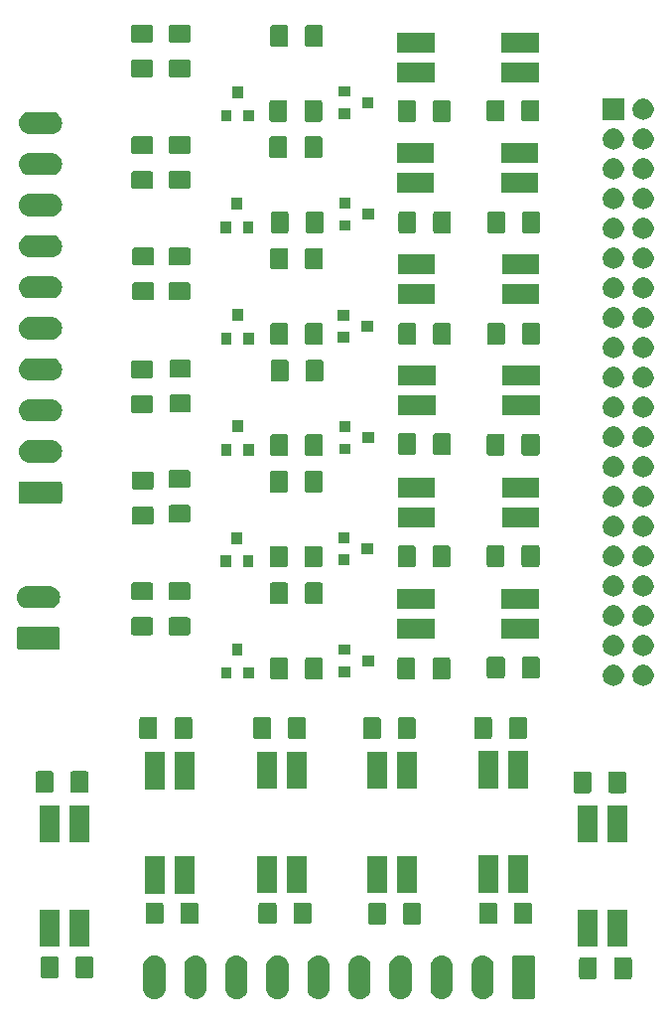
<source format=gbr>
G04 #@! TF.GenerationSoftware,KiCad,Pcbnew,5.1.5+dfsg1-2build2*
G04 #@! TF.CreationDate,2022-07-28T19:41:36+02:00*
G04 #@! TF.ProjectId,digital,64696769-7461-46c2-9e6b-696361645f70,rev?*
G04 #@! TF.SameCoordinates,Original*
G04 #@! TF.FileFunction,Soldermask,Top*
G04 #@! TF.FilePolarity,Negative*
%FSLAX46Y46*%
G04 Gerber Fmt 4.6, Leading zero omitted, Abs format (unit mm)*
G04 Created by KiCad (PCBNEW 5.1.5+dfsg1-2build2) date 2022-07-28 19:41:36*
%MOMM*%
%LPD*%
G04 APERTURE LIST*
%ADD10C,0.100000*%
G04 APERTURE END LIST*
D10*
G36*
X85611425Y-122312760D02*
G01*
X85611428Y-122312761D01*
X85611429Y-122312761D01*
X85790693Y-122367140D01*
X85790696Y-122367142D01*
X85790697Y-122367142D01*
X85955903Y-122455446D01*
X86100712Y-122574288D01*
X86219554Y-122719097D01*
X86307858Y-122884303D01*
X86307860Y-122884307D01*
X86362239Y-123063571D01*
X86362240Y-123063575D01*
X86376000Y-123203282D01*
X86376000Y-125096718D01*
X86362240Y-125236425D01*
X86362239Y-125236428D01*
X86362239Y-125236429D01*
X86307860Y-125415693D01*
X86307858Y-125415696D01*
X86307858Y-125415697D01*
X86219554Y-125580903D01*
X86100712Y-125725712D01*
X85955903Y-125844554D01*
X85807964Y-125923628D01*
X85790692Y-125932860D01*
X85611428Y-125987239D01*
X85611427Y-125987239D01*
X85611424Y-125987240D01*
X85425000Y-126005601D01*
X85238575Y-125987240D01*
X85238572Y-125987239D01*
X85238571Y-125987239D01*
X85059307Y-125932860D01*
X85041575Y-125923382D01*
X84894097Y-125844554D01*
X84749288Y-125725712D01*
X84630446Y-125580903D01*
X84542142Y-125415696D01*
X84542141Y-125415693D01*
X84542140Y-125415692D01*
X84487761Y-125236428D01*
X84487761Y-125236427D01*
X84487760Y-125236424D01*
X84474000Y-125096717D01*
X84474000Y-123203283D01*
X84487761Y-123063575D01*
X84487762Y-123063571D01*
X84542141Y-122884307D01*
X84542143Y-122884303D01*
X84630447Y-122719097D01*
X84749289Y-122574288D01*
X84894098Y-122455446D01*
X85059304Y-122367142D01*
X85059305Y-122367142D01*
X85059308Y-122367140D01*
X85238572Y-122312761D01*
X85238573Y-122312761D01*
X85238576Y-122312760D01*
X85425000Y-122294399D01*
X85611425Y-122312760D01*
G37*
G36*
X89111425Y-122312760D02*
G01*
X89111428Y-122312761D01*
X89111429Y-122312761D01*
X89290693Y-122367140D01*
X89290696Y-122367142D01*
X89290697Y-122367142D01*
X89455903Y-122455446D01*
X89600712Y-122574288D01*
X89719554Y-122719097D01*
X89807858Y-122884303D01*
X89807860Y-122884307D01*
X89862239Y-123063571D01*
X89862240Y-123063575D01*
X89876000Y-123203282D01*
X89876000Y-125096718D01*
X89862240Y-125236425D01*
X89862239Y-125236428D01*
X89862239Y-125236429D01*
X89807860Y-125415693D01*
X89807858Y-125415696D01*
X89807858Y-125415697D01*
X89719554Y-125580903D01*
X89600712Y-125725712D01*
X89455903Y-125844554D01*
X89307964Y-125923628D01*
X89290692Y-125932860D01*
X89111428Y-125987239D01*
X89111427Y-125987239D01*
X89111424Y-125987240D01*
X88925000Y-126005601D01*
X88738575Y-125987240D01*
X88738572Y-125987239D01*
X88738571Y-125987239D01*
X88559307Y-125932860D01*
X88541575Y-125923382D01*
X88394097Y-125844554D01*
X88249288Y-125725712D01*
X88130446Y-125580903D01*
X88042142Y-125415696D01*
X88042141Y-125415693D01*
X88042140Y-125415692D01*
X87987761Y-125236428D01*
X87987761Y-125236427D01*
X87987760Y-125236424D01*
X87974000Y-125096717D01*
X87974000Y-123203283D01*
X87987761Y-123063575D01*
X87987762Y-123063571D01*
X88042141Y-122884307D01*
X88042143Y-122884303D01*
X88130447Y-122719097D01*
X88249289Y-122574288D01*
X88394098Y-122455446D01*
X88559304Y-122367142D01*
X88559305Y-122367142D01*
X88559308Y-122367140D01*
X88738572Y-122312761D01*
X88738573Y-122312761D01*
X88738576Y-122312760D01*
X88925000Y-122294399D01*
X89111425Y-122312760D01*
G37*
G36*
X92611425Y-122312760D02*
G01*
X92611428Y-122312761D01*
X92611429Y-122312761D01*
X92790693Y-122367140D01*
X92790696Y-122367142D01*
X92790697Y-122367142D01*
X92955903Y-122455446D01*
X93100712Y-122574288D01*
X93219554Y-122719097D01*
X93307858Y-122884303D01*
X93307860Y-122884307D01*
X93362239Y-123063571D01*
X93362240Y-123063575D01*
X93376000Y-123203282D01*
X93376000Y-125096718D01*
X93362240Y-125236425D01*
X93362239Y-125236428D01*
X93362239Y-125236429D01*
X93307860Y-125415693D01*
X93307858Y-125415696D01*
X93307858Y-125415697D01*
X93219554Y-125580903D01*
X93100712Y-125725712D01*
X92955903Y-125844554D01*
X92807964Y-125923628D01*
X92790692Y-125932860D01*
X92611428Y-125987239D01*
X92611427Y-125987239D01*
X92611424Y-125987240D01*
X92425000Y-126005601D01*
X92238575Y-125987240D01*
X92238572Y-125987239D01*
X92238571Y-125987239D01*
X92059307Y-125932860D01*
X92041575Y-125923382D01*
X91894097Y-125844554D01*
X91749288Y-125725712D01*
X91630446Y-125580903D01*
X91542142Y-125415696D01*
X91542141Y-125415693D01*
X91542140Y-125415692D01*
X91487761Y-125236428D01*
X91487761Y-125236427D01*
X91487760Y-125236424D01*
X91474000Y-125096717D01*
X91474000Y-123203283D01*
X91487761Y-123063575D01*
X91487762Y-123063571D01*
X91542141Y-122884307D01*
X91542143Y-122884303D01*
X91630447Y-122719097D01*
X91749289Y-122574288D01*
X91894098Y-122455446D01*
X92059304Y-122367142D01*
X92059305Y-122367142D01*
X92059308Y-122367140D01*
X92238572Y-122312761D01*
X92238573Y-122312761D01*
X92238576Y-122312760D01*
X92425000Y-122294399D01*
X92611425Y-122312760D01*
G37*
G36*
X96111425Y-122312760D02*
G01*
X96111428Y-122312761D01*
X96111429Y-122312761D01*
X96290693Y-122367140D01*
X96290696Y-122367142D01*
X96290697Y-122367142D01*
X96455903Y-122455446D01*
X96600712Y-122574288D01*
X96719554Y-122719097D01*
X96807858Y-122884303D01*
X96807860Y-122884307D01*
X96862239Y-123063571D01*
X96862240Y-123063575D01*
X96876000Y-123203282D01*
X96876000Y-125096718D01*
X96862240Y-125236425D01*
X96862239Y-125236428D01*
X96862239Y-125236429D01*
X96807860Y-125415693D01*
X96807858Y-125415696D01*
X96807858Y-125415697D01*
X96719554Y-125580903D01*
X96600712Y-125725712D01*
X96455903Y-125844554D01*
X96307964Y-125923628D01*
X96290692Y-125932860D01*
X96111428Y-125987239D01*
X96111427Y-125987239D01*
X96111424Y-125987240D01*
X95925000Y-126005601D01*
X95738575Y-125987240D01*
X95738572Y-125987239D01*
X95738571Y-125987239D01*
X95559307Y-125932860D01*
X95541575Y-125923382D01*
X95394097Y-125844554D01*
X95249288Y-125725712D01*
X95130446Y-125580903D01*
X95042142Y-125415696D01*
X95042141Y-125415693D01*
X95042140Y-125415692D01*
X94987761Y-125236428D01*
X94987761Y-125236427D01*
X94987760Y-125236424D01*
X94974000Y-125096717D01*
X94974000Y-123203283D01*
X94987761Y-123063575D01*
X94987762Y-123063571D01*
X95042141Y-122884307D01*
X95042143Y-122884303D01*
X95130447Y-122719097D01*
X95249289Y-122574288D01*
X95394098Y-122455446D01*
X95559304Y-122367142D01*
X95559305Y-122367142D01*
X95559308Y-122367140D01*
X95738572Y-122312761D01*
X95738573Y-122312761D01*
X95738576Y-122312760D01*
X95925000Y-122294399D01*
X96111425Y-122312760D01*
G37*
G36*
X99611425Y-122312760D02*
G01*
X99611428Y-122312761D01*
X99611429Y-122312761D01*
X99790693Y-122367140D01*
X99790696Y-122367142D01*
X99790697Y-122367142D01*
X99955903Y-122455446D01*
X100100712Y-122574288D01*
X100219554Y-122719097D01*
X100307858Y-122884303D01*
X100307860Y-122884307D01*
X100362239Y-123063571D01*
X100362240Y-123063575D01*
X100376000Y-123203282D01*
X100376000Y-125096718D01*
X100362240Y-125236425D01*
X100362239Y-125236428D01*
X100362239Y-125236429D01*
X100307860Y-125415693D01*
X100307858Y-125415696D01*
X100307858Y-125415697D01*
X100219554Y-125580903D01*
X100100712Y-125725712D01*
X99955903Y-125844554D01*
X99807964Y-125923628D01*
X99790692Y-125932860D01*
X99611428Y-125987239D01*
X99611427Y-125987239D01*
X99611424Y-125987240D01*
X99425000Y-126005601D01*
X99238575Y-125987240D01*
X99238572Y-125987239D01*
X99238571Y-125987239D01*
X99059307Y-125932860D01*
X99041575Y-125923382D01*
X98894097Y-125844554D01*
X98749288Y-125725712D01*
X98630446Y-125580903D01*
X98542142Y-125415696D01*
X98542141Y-125415693D01*
X98542140Y-125415692D01*
X98487761Y-125236428D01*
X98487761Y-125236427D01*
X98487760Y-125236424D01*
X98474000Y-125096717D01*
X98474000Y-123203283D01*
X98487761Y-123063575D01*
X98487762Y-123063571D01*
X98542141Y-122884307D01*
X98542143Y-122884303D01*
X98630447Y-122719097D01*
X98749289Y-122574288D01*
X98894098Y-122455446D01*
X99059304Y-122367142D01*
X99059305Y-122367142D01*
X99059308Y-122367140D01*
X99238572Y-122312761D01*
X99238573Y-122312761D01*
X99238576Y-122312760D01*
X99425000Y-122294399D01*
X99611425Y-122312760D01*
G37*
G36*
X106611425Y-122312760D02*
G01*
X106611428Y-122312761D01*
X106611429Y-122312761D01*
X106790693Y-122367140D01*
X106790696Y-122367142D01*
X106790697Y-122367142D01*
X106955903Y-122455446D01*
X107100712Y-122574288D01*
X107219554Y-122719097D01*
X107307858Y-122884303D01*
X107307860Y-122884307D01*
X107362239Y-123063571D01*
X107362240Y-123063575D01*
X107376000Y-123203282D01*
X107376000Y-125096718D01*
X107362240Y-125236425D01*
X107362239Y-125236428D01*
X107362239Y-125236429D01*
X107307860Y-125415693D01*
X107307858Y-125415696D01*
X107307858Y-125415697D01*
X107219554Y-125580903D01*
X107100712Y-125725712D01*
X106955903Y-125844554D01*
X106807964Y-125923628D01*
X106790692Y-125932860D01*
X106611428Y-125987239D01*
X106611427Y-125987239D01*
X106611424Y-125987240D01*
X106425000Y-126005601D01*
X106238575Y-125987240D01*
X106238572Y-125987239D01*
X106238571Y-125987239D01*
X106059307Y-125932860D01*
X106041575Y-125923382D01*
X105894097Y-125844554D01*
X105749288Y-125725712D01*
X105630446Y-125580903D01*
X105542142Y-125415696D01*
X105542141Y-125415693D01*
X105542140Y-125415692D01*
X105487761Y-125236428D01*
X105487761Y-125236427D01*
X105487760Y-125236424D01*
X105474000Y-125096717D01*
X105474000Y-123203283D01*
X105487761Y-123063575D01*
X105487762Y-123063571D01*
X105542141Y-122884307D01*
X105542143Y-122884303D01*
X105630447Y-122719097D01*
X105749289Y-122574288D01*
X105894098Y-122455446D01*
X106059304Y-122367142D01*
X106059305Y-122367142D01*
X106059308Y-122367140D01*
X106238572Y-122312761D01*
X106238573Y-122312761D01*
X106238576Y-122312760D01*
X106425000Y-122294399D01*
X106611425Y-122312760D01*
G37*
G36*
X103111425Y-122312760D02*
G01*
X103111428Y-122312761D01*
X103111429Y-122312761D01*
X103290693Y-122367140D01*
X103290696Y-122367142D01*
X103290697Y-122367142D01*
X103455903Y-122455446D01*
X103600712Y-122574288D01*
X103719554Y-122719097D01*
X103807858Y-122884303D01*
X103807860Y-122884307D01*
X103862239Y-123063571D01*
X103862240Y-123063575D01*
X103876000Y-123203282D01*
X103876000Y-125096718D01*
X103862240Y-125236425D01*
X103862239Y-125236428D01*
X103862239Y-125236429D01*
X103807860Y-125415693D01*
X103807858Y-125415696D01*
X103807858Y-125415697D01*
X103719554Y-125580903D01*
X103600712Y-125725712D01*
X103455903Y-125844554D01*
X103307964Y-125923628D01*
X103290692Y-125932860D01*
X103111428Y-125987239D01*
X103111427Y-125987239D01*
X103111424Y-125987240D01*
X102925000Y-126005601D01*
X102738575Y-125987240D01*
X102738572Y-125987239D01*
X102738571Y-125987239D01*
X102559307Y-125932860D01*
X102541575Y-125923382D01*
X102394097Y-125844554D01*
X102249288Y-125725712D01*
X102130446Y-125580903D01*
X102042142Y-125415696D01*
X102042141Y-125415693D01*
X102042140Y-125415692D01*
X101987761Y-125236428D01*
X101987761Y-125236427D01*
X101987760Y-125236424D01*
X101974000Y-125096717D01*
X101974000Y-123203283D01*
X101987761Y-123063575D01*
X101987762Y-123063571D01*
X102042141Y-122884307D01*
X102042143Y-122884303D01*
X102130447Y-122719097D01*
X102249289Y-122574288D01*
X102394098Y-122455446D01*
X102559304Y-122367142D01*
X102559305Y-122367142D01*
X102559308Y-122367140D01*
X102738572Y-122312761D01*
X102738573Y-122312761D01*
X102738576Y-122312760D01*
X102925000Y-122294399D01*
X103111425Y-122312760D01*
G37*
G36*
X113611425Y-122312760D02*
G01*
X113611428Y-122312761D01*
X113611429Y-122312761D01*
X113790693Y-122367140D01*
X113790696Y-122367142D01*
X113790697Y-122367142D01*
X113955903Y-122455446D01*
X114100712Y-122574288D01*
X114219554Y-122719097D01*
X114307858Y-122884303D01*
X114307860Y-122884307D01*
X114362239Y-123063571D01*
X114362240Y-123063575D01*
X114376000Y-123203282D01*
X114376000Y-125096718D01*
X114362240Y-125236425D01*
X114362239Y-125236428D01*
X114362239Y-125236429D01*
X114307860Y-125415693D01*
X114307858Y-125415696D01*
X114307858Y-125415697D01*
X114219554Y-125580903D01*
X114100712Y-125725712D01*
X113955903Y-125844554D01*
X113807964Y-125923628D01*
X113790692Y-125932860D01*
X113611428Y-125987239D01*
X113611427Y-125987239D01*
X113611424Y-125987240D01*
X113425000Y-126005601D01*
X113238575Y-125987240D01*
X113238572Y-125987239D01*
X113238571Y-125987239D01*
X113059307Y-125932860D01*
X113041575Y-125923382D01*
X112894097Y-125844554D01*
X112749288Y-125725712D01*
X112630446Y-125580903D01*
X112542142Y-125415696D01*
X112542141Y-125415693D01*
X112542140Y-125415692D01*
X112487761Y-125236428D01*
X112487761Y-125236427D01*
X112487760Y-125236424D01*
X112474000Y-125096717D01*
X112474000Y-123203283D01*
X112487761Y-123063575D01*
X112487762Y-123063571D01*
X112542141Y-122884307D01*
X112542143Y-122884303D01*
X112630447Y-122719097D01*
X112749289Y-122574288D01*
X112894098Y-122455446D01*
X113059304Y-122367142D01*
X113059305Y-122367142D01*
X113059308Y-122367140D01*
X113238572Y-122312761D01*
X113238573Y-122312761D01*
X113238576Y-122312760D01*
X113425000Y-122294399D01*
X113611425Y-122312760D01*
G37*
G36*
X110111425Y-122312760D02*
G01*
X110111428Y-122312761D01*
X110111429Y-122312761D01*
X110290693Y-122367140D01*
X110290696Y-122367142D01*
X110290697Y-122367142D01*
X110455903Y-122455446D01*
X110600712Y-122574288D01*
X110719554Y-122719097D01*
X110807858Y-122884303D01*
X110807860Y-122884307D01*
X110862239Y-123063571D01*
X110862240Y-123063575D01*
X110876000Y-123203282D01*
X110876000Y-125096718D01*
X110862240Y-125236425D01*
X110862239Y-125236428D01*
X110862239Y-125236429D01*
X110807860Y-125415693D01*
X110807858Y-125415696D01*
X110807858Y-125415697D01*
X110719554Y-125580903D01*
X110600712Y-125725712D01*
X110455903Y-125844554D01*
X110307964Y-125923628D01*
X110290692Y-125932860D01*
X110111428Y-125987239D01*
X110111427Y-125987239D01*
X110111424Y-125987240D01*
X109925000Y-126005601D01*
X109738575Y-125987240D01*
X109738572Y-125987239D01*
X109738571Y-125987239D01*
X109559307Y-125932860D01*
X109541575Y-125923382D01*
X109394097Y-125844554D01*
X109249288Y-125725712D01*
X109130446Y-125580903D01*
X109042142Y-125415696D01*
X109042141Y-125415693D01*
X109042140Y-125415692D01*
X108987761Y-125236428D01*
X108987761Y-125236427D01*
X108987760Y-125236424D01*
X108974000Y-125096717D01*
X108974000Y-123203283D01*
X108987761Y-123063575D01*
X108987762Y-123063571D01*
X109042141Y-122884307D01*
X109042143Y-122884303D01*
X109130447Y-122719097D01*
X109249289Y-122574288D01*
X109394098Y-122455446D01*
X109559304Y-122367142D01*
X109559305Y-122367142D01*
X109559308Y-122367140D01*
X109738572Y-122312761D01*
X109738573Y-122312761D01*
X109738576Y-122312760D01*
X109925000Y-122294399D01*
X110111425Y-122312760D01*
G37*
G36*
X117735915Y-122302934D02*
G01*
X117768424Y-122312795D01*
X117798382Y-122328809D01*
X117824641Y-122350359D01*
X117846191Y-122376618D01*
X117862205Y-122406576D01*
X117872066Y-122439085D01*
X117876000Y-122479029D01*
X117876000Y-125820971D01*
X117872066Y-125860915D01*
X117862205Y-125893424D01*
X117846191Y-125923382D01*
X117824641Y-125949641D01*
X117798382Y-125971191D01*
X117768424Y-125987205D01*
X117735915Y-125997066D01*
X117695971Y-126001000D01*
X116154029Y-126001000D01*
X116114085Y-125997066D01*
X116081576Y-125987205D01*
X116051618Y-125971191D01*
X116025359Y-125949641D01*
X116003809Y-125923382D01*
X115987795Y-125893424D01*
X115977934Y-125860915D01*
X115974000Y-125820971D01*
X115974000Y-122479029D01*
X115977934Y-122439085D01*
X115987795Y-122406576D01*
X116003809Y-122376618D01*
X116025359Y-122350359D01*
X116051618Y-122328809D01*
X116081576Y-122312795D01*
X116114085Y-122302934D01*
X116154029Y-122299000D01*
X117695971Y-122299000D01*
X117735915Y-122302934D01*
G37*
G36*
X123025562Y-122453181D02*
G01*
X123060481Y-122463774D01*
X123092663Y-122480976D01*
X123120873Y-122504127D01*
X123144024Y-122532337D01*
X123161226Y-122564519D01*
X123171819Y-122599438D01*
X123176000Y-122641895D01*
X123176000Y-124108105D01*
X123171819Y-124150562D01*
X123161226Y-124185481D01*
X123144024Y-124217663D01*
X123120873Y-124245873D01*
X123092663Y-124269024D01*
X123060481Y-124286226D01*
X123025562Y-124296819D01*
X122983105Y-124301000D01*
X121841895Y-124301000D01*
X121799438Y-124296819D01*
X121764519Y-124286226D01*
X121732337Y-124269024D01*
X121704127Y-124245873D01*
X121680976Y-124217663D01*
X121663774Y-124185481D01*
X121653181Y-124150562D01*
X121649000Y-124108105D01*
X121649000Y-122641895D01*
X121653181Y-122599438D01*
X121663774Y-122564519D01*
X121680976Y-122532337D01*
X121704127Y-122504127D01*
X121732337Y-122480976D01*
X121764519Y-122463774D01*
X121799438Y-122453181D01*
X121841895Y-122449000D01*
X122983105Y-122449000D01*
X123025562Y-122453181D01*
G37*
G36*
X126000562Y-122453181D02*
G01*
X126035481Y-122463774D01*
X126067663Y-122480976D01*
X126095873Y-122504127D01*
X126119024Y-122532337D01*
X126136226Y-122564519D01*
X126146819Y-122599438D01*
X126151000Y-122641895D01*
X126151000Y-124108105D01*
X126146819Y-124150562D01*
X126136226Y-124185481D01*
X126119024Y-124217663D01*
X126095873Y-124245873D01*
X126067663Y-124269024D01*
X126035481Y-124286226D01*
X126000562Y-124296819D01*
X125958105Y-124301000D01*
X124816895Y-124301000D01*
X124774438Y-124296819D01*
X124739519Y-124286226D01*
X124707337Y-124269024D01*
X124679127Y-124245873D01*
X124655976Y-124217663D01*
X124638774Y-124185481D01*
X124628181Y-124150562D01*
X124624000Y-124108105D01*
X124624000Y-122641895D01*
X124628181Y-122599438D01*
X124638774Y-122564519D01*
X124655976Y-122532337D01*
X124679127Y-122504127D01*
X124707337Y-122480976D01*
X124739519Y-122463774D01*
X124774438Y-122453181D01*
X124816895Y-122449000D01*
X125958105Y-122449000D01*
X126000562Y-122453181D01*
G37*
G36*
X80088062Y-122378181D02*
G01*
X80122981Y-122388774D01*
X80155163Y-122405976D01*
X80183373Y-122429127D01*
X80206524Y-122457337D01*
X80223726Y-122489519D01*
X80234319Y-122524438D01*
X80238500Y-122566895D01*
X80238500Y-124033105D01*
X80234319Y-124075562D01*
X80223726Y-124110481D01*
X80206524Y-124142663D01*
X80183373Y-124170873D01*
X80155163Y-124194024D01*
X80122981Y-124211226D01*
X80088062Y-124221819D01*
X80045605Y-124226000D01*
X78904395Y-124226000D01*
X78861938Y-124221819D01*
X78827019Y-124211226D01*
X78794837Y-124194024D01*
X78766627Y-124170873D01*
X78743476Y-124142663D01*
X78726274Y-124110481D01*
X78715681Y-124075562D01*
X78711500Y-124033105D01*
X78711500Y-122566895D01*
X78715681Y-122524438D01*
X78726274Y-122489519D01*
X78743476Y-122457337D01*
X78766627Y-122429127D01*
X78794837Y-122405976D01*
X78827019Y-122388774D01*
X78861938Y-122378181D01*
X78904395Y-122374000D01*
X80045605Y-122374000D01*
X80088062Y-122378181D01*
G37*
G36*
X77113062Y-122378181D02*
G01*
X77147981Y-122388774D01*
X77180163Y-122405976D01*
X77208373Y-122429127D01*
X77231524Y-122457337D01*
X77248726Y-122489519D01*
X77259319Y-122524438D01*
X77263500Y-122566895D01*
X77263500Y-124033105D01*
X77259319Y-124075562D01*
X77248726Y-124110481D01*
X77231524Y-124142663D01*
X77208373Y-124170873D01*
X77180163Y-124194024D01*
X77147981Y-124211226D01*
X77113062Y-124221819D01*
X77070605Y-124226000D01*
X75929395Y-124226000D01*
X75886938Y-124221819D01*
X75852019Y-124211226D01*
X75819837Y-124194024D01*
X75791627Y-124170873D01*
X75768476Y-124142663D01*
X75751274Y-124110481D01*
X75740681Y-124075562D01*
X75736500Y-124033105D01*
X75736500Y-122566895D01*
X75740681Y-122524438D01*
X75751274Y-122489519D01*
X75768476Y-122457337D01*
X75791627Y-122429127D01*
X75819837Y-122405976D01*
X75852019Y-122388774D01*
X75886938Y-122378181D01*
X75929395Y-122374000D01*
X77070605Y-122374000D01*
X77113062Y-122378181D01*
G37*
G36*
X79891000Y-121566000D02*
G01*
X78189000Y-121566000D01*
X78189000Y-118364000D01*
X79891000Y-118364000D01*
X79891000Y-121566000D01*
G37*
G36*
X77351000Y-121566000D02*
G01*
X75649000Y-121566000D01*
X75649000Y-118364000D01*
X77351000Y-118364000D01*
X77351000Y-121566000D01*
G37*
G36*
X125801000Y-121566000D02*
G01*
X124099000Y-121566000D01*
X124099000Y-118364000D01*
X125801000Y-118364000D01*
X125801000Y-121566000D01*
G37*
G36*
X123261000Y-121566000D02*
G01*
X121559000Y-121566000D01*
X121559000Y-118364000D01*
X123261000Y-118364000D01*
X123261000Y-121566000D01*
G37*
G36*
X108013062Y-117803181D02*
G01*
X108047981Y-117813774D01*
X108080163Y-117830976D01*
X108108373Y-117854127D01*
X108131524Y-117882337D01*
X108148726Y-117914519D01*
X108159319Y-117949438D01*
X108163500Y-117991895D01*
X108163500Y-119458105D01*
X108159319Y-119500562D01*
X108148726Y-119535481D01*
X108131524Y-119567663D01*
X108108373Y-119595873D01*
X108080163Y-119619024D01*
X108047981Y-119636226D01*
X108013062Y-119646819D01*
X107970605Y-119651000D01*
X106829395Y-119651000D01*
X106786938Y-119646819D01*
X106752019Y-119636226D01*
X106719837Y-119619024D01*
X106691627Y-119595873D01*
X106668476Y-119567663D01*
X106651274Y-119535481D01*
X106640681Y-119500562D01*
X106636500Y-119458105D01*
X106636500Y-117991895D01*
X106640681Y-117949438D01*
X106651274Y-117914519D01*
X106668476Y-117882337D01*
X106691627Y-117854127D01*
X106719837Y-117830976D01*
X106752019Y-117813774D01*
X106786938Y-117803181D01*
X106829395Y-117799000D01*
X107970605Y-117799000D01*
X108013062Y-117803181D01*
G37*
G36*
X105038062Y-117803181D02*
G01*
X105072981Y-117813774D01*
X105105163Y-117830976D01*
X105133373Y-117854127D01*
X105156524Y-117882337D01*
X105173726Y-117914519D01*
X105184319Y-117949438D01*
X105188500Y-117991895D01*
X105188500Y-119458105D01*
X105184319Y-119500562D01*
X105173726Y-119535481D01*
X105156524Y-119567663D01*
X105133373Y-119595873D01*
X105105163Y-119619024D01*
X105072981Y-119636226D01*
X105038062Y-119646819D01*
X104995605Y-119651000D01*
X103854395Y-119651000D01*
X103811938Y-119646819D01*
X103777019Y-119636226D01*
X103744837Y-119619024D01*
X103716627Y-119595873D01*
X103693476Y-119567663D01*
X103676274Y-119535481D01*
X103665681Y-119500562D01*
X103661500Y-119458105D01*
X103661500Y-117991895D01*
X103665681Y-117949438D01*
X103676274Y-117914519D01*
X103693476Y-117882337D01*
X103716627Y-117854127D01*
X103744837Y-117830976D01*
X103777019Y-117813774D01*
X103811938Y-117803181D01*
X103854395Y-117799000D01*
X104995605Y-117799000D01*
X105038062Y-117803181D01*
G37*
G36*
X117475562Y-117778181D02*
G01*
X117510481Y-117788774D01*
X117542663Y-117805976D01*
X117570873Y-117829127D01*
X117594024Y-117857337D01*
X117611226Y-117889519D01*
X117621819Y-117924438D01*
X117626000Y-117966895D01*
X117626000Y-119433105D01*
X117621819Y-119475562D01*
X117611226Y-119510481D01*
X117594024Y-119542663D01*
X117570873Y-119570873D01*
X117542663Y-119594024D01*
X117510481Y-119611226D01*
X117475562Y-119621819D01*
X117433105Y-119626000D01*
X116291895Y-119626000D01*
X116249438Y-119621819D01*
X116214519Y-119611226D01*
X116182337Y-119594024D01*
X116154127Y-119570873D01*
X116130976Y-119542663D01*
X116113774Y-119510481D01*
X116103181Y-119475562D01*
X116099000Y-119433105D01*
X116099000Y-117966895D01*
X116103181Y-117924438D01*
X116113774Y-117889519D01*
X116130976Y-117857337D01*
X116154127Y-117829127D01*
X116182337Y-117805976D01*
X116214519Y-117788774D01*
X116249438Y-117778181D01*
X116291895Y-117774000D01*
X117433105Y-117774000D01*
X117475562Y-117778181D01*
G37*
G36*
X114500562Y-117778181D02*
G01*
X114535481Y-117788774D01*
X114567663Y-117805976D01*
X114595873Y-117829127D01*
X114619024Y-117857337D01*
X114636226Y-117889519D01*
X114646819Y-117924438D01*
X114651000Y-117966895D01*
X114651000Y-119433105D01*
X114646819Y-119475562D01*
X114636226Y-119510481D01*
X114619024Y-119542663D01*
X114595873Y-119570873D01*
X114567663Y-119594024D01*
X114535481Y-119611226D01*
X114500562Y-119621819D01*
X114458105Y-119626000D01*
X113316895Y-119626000D01*
X113274438Y-119621819D01*
X113239519Y-119611226D01*
X113207337Y-119594024D01*
X113179127Y-119570873D01*
X113155976Y-119542663D01*
X113138774Y-119510481D01*
X113128181Y-119475562D01*
X113124000Y-119433105D01*
X113124000Y-117966895D01*
X113128181Y-117924438D01*
X113138774Y-117889519D01*
X113155976Y-117857337D01*
X113179127Y-117829127D01*
X113207337Y-117805976D01*
X113239519Y-117788774D01*
X113274438Y-117778181D01*
X113316895Y-117774000D01*
X114458105Y-117774000D01*
X114500562Y-117778181D01*
G37*
G36*
X98663062Y-117778181D02*
G01*
X98697981Y-117788774D01*
X98730163Y-117805976D01*
X98758373Y-117829127D01*
X98781524Y-117857337D01*
X98798726Y-117889519D01*
X98809319Y-117924438D01*
X98813500Y-117966895D01*
X98813500Y-119433105D01*
X98809319Y-119475562D01*
X98798726Y-119510481D01*
X98781524Y-119542663D01*
X98758373Y-119570873D01*
X98730163Y-119594024D01*
X98697981Y-119611226D01*
X98663062Y-119621819D01*
X98620605Y-119626000D01*
X97479395Y-119626000D01*
X97436938Y-119621819D01*
X97402019Y-119611226D01*
X97369837Y-119594024D01*
X97341627Y-119570873D01*
X97318476Y-119542663D01*
X97301274Y-119510481D01*
X97290681Y-119475562D01*
X97286500Y-119433105D01*
X97286500Y-117966895D01*
X97290681Y-117924438D01*
X97301274Y-117889519D01*
X97318476Y-117857337D01*
X97341627Y-117829127D01*
X97369837Y-117805976D01*
X97402019Y-117788774D01*
X97436938Y-117778181D01*
X97479395Y-117774000D01*
X98620605Y-117774000D01*
X98663062Y-117778181D01*
G37*
G36*
X95688062Y-117778181D02*
G01*
X95722981Y-117788774D01*
X95755163Y-117805976D01*
X95783373Y-117829127D01*
X95806524Y-117857337D01*
X95823726Y-117889519D01*
X95834319Y-117924438D01*
X95838500Y-117966895D01*
X95838500Y-119433105D01*
X95834319Y-119475562D01*
X95823726Y-119510481D01*
X95806524Y-119542663D01*
X95783373Y-119570873D01*
X95755163Y-119594024D01*
X95722981Y-119611226D01*
X95688062Y-119621819D01*
X95645605Y-119626000D01*
X94504395Y-119626000D01*
X94461938Y-119621819D01*
X94427019Y-119611226D01*
X94394837Y-119594024D01*
X94366627Y-119570873D01*
X94343476Y-119542663D01*
X94326274Y-119510481D01*
X94315681Y-119475562D01*
X94311500Y-119433105D01*
X94311500Y-117966895D01*
X94315681Y-117924438D01*
X94326274Y-117889519D01*
X94343476Y-117857337D01*
X94366627Y-117829127D01*
X94394837Y-117805976D01*
X94427019Y-117788774D01*
X94461938Y-117778181D01*
X94504395Y-117774000D01*
X95645605Y-117774000D01*
X95688062Y-117778181D01*
G37*
G36*
X89013062Y-117778181D02*
G01*
X89047981Y-117788774D01*
X89080163Y-117805976D01*
X89108373Y-117829127D01*
X89131524Y-117857337D01*
X89148726Y-117889519D01*
X89159319Y-117924438D01*
X89163500Y-117966895D01*
X89163500Y-119433105D01*
X89159319Y-119475562D01*
X89148726Y-119510481D01*
X89131524Y-119542663D01*
X89108373Y-119570873D01*
X89080163Y-119594024D01*
X89047981Y-119611226D01*
X89013062Y-119621819D01*
X88970605Y-119626000D01*
X87829395Y-119626000D01*
X87786938Y-119621819D01*
X87752019Y-119611226D01*
X87719837Y-119594024D01*
X87691627Y-119570873D01*
X87668476Y-119542663D01*
X87651274Y-119510481D01*
X87640681Y-119475562D01*
X87636500Y-119433105D01*
X87636500Y-117966895D01*
X87640681Y-117924438D01*
X87651274Y-117889519D01*
X87668476Y-117857337D01*
X87691627Y-117829127D01*
X87719837Y-117805976D01*
X87752019Y-117788774D01*
X87786938Y-117778181D01*
X87829395Y-117774000D01*
X88970605Y-117774000D01*
X89013062Y-117778181D01*
G37*
G36*
X86038062Y-117778181D02*
G01*
X86072981Y-117788774D01*
X86105163Y-117805976D01*
X86133373Y-117829127D01*
X86156524Y-117857337D01*
X86173726Y-117889519D01*
X86184319Y-117924438D01*
X86188500Y-117966895D01*
X86188500Y-119433105D01*
X86184319Y-119475562D01*
X86173726Y-119510481D01*
X86156524Y-119542663D01*
X86133373Y-119570873D01*
X86105163Y-119594024D01*
X86072981Y-119611226D01*
X86038062Y-119621819D01*
X85995605Y-119626000D01*
X84854395Y-119626000D01*
X84811938Y-119621819D01*
X84777019Y-119611226D01*
X84744837Y-119594024D01*
X84716627Y-119570873D01*
X84693476Y-119542663D01*
X84676274Y-119510481D01*
X84665681Y-119475562D01*
X84661500Y-119433105D01*
X84661500Y-117966895D01*
X84665681Y-117924438D01*
X84676274Y-117889519D01*
X84693476Y-117857337D01*
X84716627Y-117829127D01*
X84744837Y-117805976D01*
X84777019Y-117788774D01*
X84811938Y-117778181D01*
X84854395Y-117774000D01*
X85995605Y-117774000D01*
X86038062Y-117778181D01*
G37*
G36*
X88822900Y-117004600D02*
G01*
X87120900Y-117004600D01*
X87120900Y-113802600D01*
X88822900Y-113802600D01*
X88822900Y-117004600D01*
G37*
G36*
X86282900Y-117004600D02*
G01*
X84580900Y-117004600D01*
X84580900Y-113802600D01*
X86282900Y-113802600D01*
X86282900Y-117004600D01*
G37*
G36*
X107820300Y-116991200D02*
G01*
X106118300Y-116991200D01*
X106118300Y-113789200D01*
X107820300Y-113789200D01*
X107820300Y-116991200D01*
G37*
G36*
X105280300Y-116991200D02*
G01*
X103578300Y-116991200D01*
X103578300Y-113789200D01*
X105280300Y-113789200D01*
X105280300Y-116991200D01*
G37*
G36*
X95911000Y-116991000D02*
G01*
X94209000Y-116991000D01*
X94209000Y-113789000D01*
X95911000Y-113789000D01*
X95911000Y-116991000D01*
G37*
G36*
X98451000Y-116991000D02*
G01*
X96749000Y-116991000D01*
X96749000Y-113789000D01*
X98451000Y-113789000D01*
X98451000Y-116991000D01*
G37*
G36*
X117276000Y-116966000D02*
G01*
X115574000Y-116966000D01*
X115574000Y-113764000D01*
X117276000Y-113764000D01*
X117276000Y-116966000D01*
G37*
G36*
X114736000Y-116966000D02*
G01*
X113034000Y-116966000D01*
X113034000Y-113764000D01*
X114736000Y-113764000D01*
X114736000Y-116966000D01*
G37*
G36*
X125801000Y-112676000D02*
G01*
X124099000Y-112676000D01*
X124099000Y-109474000D01*
X125801000Y-109474000D01*
X125801000Y-112676000D01*
G37*
G36*
X79891000Y-112676000D02*
G01*
X78189000Y-112676000D01*
X78189000Y-109474000D01*
X79891000Y-109474000D01*
X79891000Y-112676000D01*
G37*
G36*
X123261000Y-112676000D02*
G01*
X121559000Y-112676000D01*
X121559000Y-109474000D01*
X123261000Y-109474000D01*
X123261000Y-112676000D01*
G37*
G36*
X77351000Y-112676000D02*
G01*
X75649000Y-112676000D01*
X75649000Y-109474000D01*
X77351000Y-109474000D01*
X77351000Y-112676000D01*
G37*
G36*
X122538062Y-106603181D02*
G01*
X122572981Y-106613774D01*
X122605163Y-106630976D01*
X122633373Y-106654127D01*
X122656524Y-106682337D01*
X122673726Y-106714519D01*
X122684319Y-106749438D01*
X122688500Y-106791895D01*
X122688500Y-108258105D01*
X122684319Y-108300562D01*
X122673726Y-108335481D01*
X122656524Y-108367663D01*
X122633373Y-108395873D01*
X122605163Y-108419024D01*
X122572981Y-108436226D01*
X122538062Y-108446819D01*
X122495605Y-108451000D01*
X121354395Y-108451000D01*
X121311938Y-108446819D01*
X121277019Y-108436226D01*
X121244837Y-108419024D01*
X121216627Y-108395873D01*
X121193476Y-108367663D01*
X121176274Y-108335481D01*
X121165681Y-108300562D01*
X121161500Y-108258105D01*
X121161500Y-106791895D01*
X121165681Y-106749438D01*
X121176274Y-106714519D01*
X121193476Y-106682337D01*
X121216627Y-106654127D01*
X121244837Y-106630976D01*
X121277019Y-106613774D01*
X121311938Y-106603181D01*
X121354395Y-106599000D01*
X122495605Y-106599000D01*
X122538062Y-106603181D01*
G37*
G36*
X125513062Y-106603181D02*
G01*
X125547981Y-106613774D01*
X125580163Y-106630976D01*
X125608373Y-106654127D01*
X125631524Y-106682337D01*
X125648726Y-106714519D01*
X125659319Y-106749438D01*
X125663500Y-106791895D01*
X125663500Y-108258105D01*
X125659319Y-108300562D01*
X125648726Y-108335481D01*
X125631524Y-108367663D01*
X125608373Y-108395873D01*
X125580163Y-108419024D01*
X125547981Y-108436226D01*
X125513062Y-108446819D01*
X125470605Y-108451000D01*
X124329395Y-108451000D01*
X124286938Y-108446819D01*
X124252019Y-108436226D01*
X124219837Y-108419024D01*
X124191627Y-108395873D01*
X124168476Y-108367663D01*
X124151274Y-108335481D01*
X124140681Y-108300562D01*
X124136500Y-108258105D01*
X124136500Y-106791895D01*
X124140681Y-106749438D01*
X124151274Y-106714519D01*
X124168476Y-106682337D01*
X124191627Y-106654127D01*
X124219837Y-106630976D01*
X124252019Y-106613774D01*
X124286938Y-106603181D01*
X124329395Y-106599000D01*
X125470605Y-106599000D01*
X125513062Y-106603181D01*
G37*
G36*
X76663062Y-106578181D02*
G01*
X76697981Y-106588774D01*
X76730163Y-106605976D01*
X76758373Y-106629127D01*
X76781524Y-106657337D01*
X76798726Y-106689519D01*
X76809319Y-106724438D01*
X76813500Y-106766895D01*
X76813500Y-108233105D01*
X76809319Y-108275562D01*
X76798726Y-108310481D01*
X76781524Y-108342663D01*
X76758373Y-108370873D01*
X76730163Y-108394024D01*
X76697981Y-108411226D01*
X76663062Y-108421819D01*
X76620605Y-108426000D01*
X75479395Y-108426000D01*
X75436938Y-108421819D01*
X75402019Y-108411226D01*
X75369837Y-108394024D01*
X75341627Y-108370873D01*
X75318476Y-108342663D01*
X75301274Y-108310481D01*
X75290681Y-108275562D01*
X75286500Y-108233105D01*
X75286500Y-106766895D01*
X75290681Y-106724438D01*
X75301274Y-106689519D01*
X75318476Y-106657337D01*
X75341627Y-106629127D01*
X75369837Y-106605976D01*
X75402019Y-106588774D01*
X75436938Y-106578181D01*
X75479395Y-106574000D01*
X76620605Y-106574000D01*
X76663062Y-106578181D01*
G37*
G36*
X79638062Y-106578181D02*
G01*
X79672981Y-106588774D01*
X79705163Y-106605976D01*
X79733373Y-106629127D01*
X79756524Y-106657337D01*
X79773726Y-106689519D01*
X79784319Y-106724438D01*
X79788500Y-106766895D01*
X79788500Y-108233105D01*
X79784319Y-108275562D01*
X79773726Y-108310481D01*
X79756524Y-108342663D01*
X79733373Y-108370873D01*
X79705163Y-108394024D01*
X79672981Y-108411226D01*
X79638062Y-108421819D01*
X79595605Y-108426000D01*
X78454395Y-108426000D01*
X78411938Y-108421819D01*
X78377019Y-108411226D01*
X78344837Y-108394024D01*
X78316627Y-108370873D01*
X78293476Y-108342663D01*
X78276274Y-108310481D01*
X78265681Y-108275562D01*
X78261500Y-108233105D01*
X78261500Y-106766895D01*
X78265681Y-106724438D01*
X78276274Y-106689519D01*
X78293476Y-106657337D01*
X78316627Y-106629127D01*
X78344837Y-106605976D01*
X78377019Y-106588774D01*
X78411938Y-106578181D01*
X78454395Y-106574000D01*
X79595605Y-106574000D01*
X79638062Y-106578181D01*
G37*
G36*
X88822900Y-108114600D02*
G01*
X87120900Y-108114600D01*
X87120900Y-104912600D01*
X88822900Y-104912600D01*
X88822900Y-108114600D01*
G37*
G36*
X86282900Y-108114600D02*
G01*
X84580900Y-108114600D01*
X84580900Y-104912600D01*
X86282900Y-104912600D01*
X86282900Y-108114600D01*
G37*
G36*
X105280300Y-108101200D02*
G01*
X103578300Y-108101200D01*
X103578300Y-104899200D01*
X105280300Y-104899200D01*
X105280300Y-108101200D01*
G37*
G36*
X107820300Y-108101200D02*
G01*
X106118300Y-108101200D01*
X106118300Y-104899200D01*
X107820300Y-104899200D01*
X107820300Y-108101200D01*
G37*
G36*
X95911000Y-108101000D02*
G01*
X94209000Y-108101000D01*
X94209000Y-104899000D01*
X95911000Y-104899000D01*
X95911000Y-108101000D01*
G37*
G36*
X98451000Y-108101000D02*
G01*
X96749000Y-108101000D01*
X96749000Y-104899000D01*
X98451000Y-104899000D01*
X98451000Y-108101000D01*
G37*
G36*
X117276000Y-108076000D02*
G01*
X115574000Y-108076000D01*
X115574000Y-104874000D01*
X117276000Y-104874000D01*
X117276000Y-108076000D01*
G37*
G36*
X114736000Y-108076000D02*
G01*
X113034000Y-108076000D01*
X113034000Y-104874000D01*
X114736000Y-104874000D01*
X114736000Y-108076000D01*
G37*
G36*
X104588062Y-102003181D02*
G01*
X104622981Y-102013774D01*
X104655163Y-102030976D01*
X104683373Y-102054127D01*
X104706524Y-102082337D01*
X104723726Y-102114519D01*
X104734319Y-102149438D01*
X104738500Y-102191895D01*
X104738500Y-103658105D01*
X104734319Y-103700562D01*
X104723726Y-103735481D01*
X104706524Y-103767663D01*
X104683373Y-103795873D01*
X104655163Y-103819024D01*
X104622981Y-103836226D01*
X104588062Y-103846819D01*
X104545605Y-103851000D01*
X103404395Y-103851000D01*
X103361938Y-103846819D01*
X103327019Y-103836226D01*
X103294837Y-103819024D01*
X103266627Y-103795873D01*
X103243476Y-103767663D01*
X103226274Y-103735481D01*
X103215681Y-103700562D01*
X103211500Y-103658105D01*
X103211500Y-102191895D01*
X103215681Y-102149438D01*
X103226274Y-102114519D01*
X103243476Y-102082337D01*
X103266627Y-102054127D01*
X103294837Y-102030976D01*
X103327019Y-102013774D01*
X103361938Y-102003181D01*
X103404395Y-101999000D01*
X104545605Y-101999000D01*
X104588062Y-102003181D01*
G37*
G36*
X107563062Y-102003181D02*
G01*
X107597981Y-102013774D01*
X107630163Y-102030976D01*
X107658373Y-102054127D01*
X107681524Y-102082337D01*
X107698726Y-102114519D01*
X107709319Y-102149438D01*
X107713500Y-102191895D01*
X107713500Y-103658105D01*
X107709319Y-103700562D01*
X107698726Y-103735481D01*
X107681524Y-103767663D01*
X107658373Y-103795873D01*
X107630163Y-103819024D01*
X107597981Y-103836226D01*
X107563062Y-103846819D01*
X107520605Y-103851000D01*
X106379395Y-103851000D01*
X106336938Y-103846819D01*
X106302019Y-103836226D01*
X106269837Y-103819024D01*
X106241627Y-103795873D01*
X106218476Y-103767663D01*
X106201274Y-103735481D01*
X106190681Y-103700562D01*
X106186500Y-103658105D01*
X106186500Y-102191895D01*
X106190681Y-102149438D01*
X106201274Y-102114519D01*
X106218476Y-102082337D01*
X106241627Y-102054127D01*
X106269837Y-102030976D01*
X106302019Y-102013774D01*
X106336938Y-102003181D01*
X106379395Y-101999000D01*
X107520605Y-101999000D01*
X107563062Y-102003181D01*
G37*
G36*
X95238062Y-101978181D02*
G01*
X95272981Y-101988774D01*
X95305163Y-102005976D01*
X95333373Y-102029127D01*
X95356524Y-102057337D01*
X95373726Y-102089519D01*
X95384319Y-102124438D01*
X95388500Y-102166895D01*
X95388500Y-103633105D01*
X95384319Y-103675562D01*
X95373726Y-103710481D01*
X95356524Y-103742663D01*
X95333373Y-103770873D01*
X95305163Y-103794024D01*
X95272981Y-103811226D01*
X95238062Y-103821819D01*
X95195605Y-103826000D01*
X94054395Y-103826000D01*
X94011938Y-103821819D01*
X93977019Y-103811226D01*
X93944837Y-103794024D01*
X93916627Y-103770873D01*
X93893476Y-103742663D01*
X93876274Y-103710481D01*
X93865681Y-103675562D01*
X93861500Y-103633105D01*
X93861500Y-102166895D01*
X93865681Y-102124438D01*
X93876274Y-102089519D01*
X93893476Y-102057337D01*
X93916627Y-102029127D01*
X93944837Y-102005976D01*
X93977019Y-101988774D01*
X94011938Y-101978181D01*
X94054395Y-101974000D01*
X95195605Y-101974000D01*
X95238062Y-101978181D01*
G37*
G36*
X98213062Y-101978181D02*
G01*
X98247981Y-101988774D01*
X98280163Y-102005976D01*
X98308373Y-102029127D01*
X98331524Y-102057337D01*
X98348726Y-102089519D01*
X98359319Y-102124438D01*
X98363500Y-102166895D01*
X98363500Y-103633105D01*
X98359319Y-103675562D01*
X98348726Y-103710481D01*
X98331524Y-103742663D01*
X98308373Y-103770873D01*
X98280163Y-103794024D01*
X98247981Y-103811226D01*
X98213062Y-103821819D01*
X98170605Y-103826000D01*
X97029395Y-103826000D01*
X96986938Y-103821819D01*
X96952019Y-103811226D01*
X96919837Y-103794024D01*
X96891627Y-103770873D01*
X96868476Y-103742663D01*
X96851274Y-103710481D01*
X96840681Y-103675562D01*
X96836500Y-103633105D01*
X96836500Y-102166895D01*
X96840681Y-102124438D01*
X96851274Y-102089519D01*
X96868476Y-102057337D01*
X96891627Y-102029127D01*
X96919837Y-102005976D01*
X96952019Y-101988774D01*
X96986938Y-101978181D01*
X97029395Y-101974000D01*
X98170605Y-101974000D01*
X98213062Y-101978181D01*
G37*
G36*
X114063062Y-101978181D02*
G01*
X114097981Y-101988774D01*
X114130163Y-102005976D01*
X114158373Y-102029127D01*
X114181524Y-102057337D01*
X114198726Y-102089519D01*
X114209319Y-102124438D01*
X114213500Y-102166895D01*
X114213500Y-103633105D01*
X114209319Y-103675562D01*
X114198726Y-103710481D01*
X114181524Y-103742663D01*
X114158373Y-103770873D01*
X114130163Y-103794024D01*
X114097981Y-103811226D01*
X114063062Y-103821819D01*
X114020605Y-103826000D01*
X112879395Y-103826000D01*
X112836938Y-103821819D01*
X112802019Y-103811226D01*
X112769837Y-103794024D01*
X112741627Y-103770873D01*
X112718476Y-103742663D01*
X112701274Y-103710481D01*
X112690681Y-103675562D01*
X112686500Y-103633105D01*
X112686500Y-102166895D01*
X112690681Y-102124438D01*
X112701274Y-102089519D01*
X112718476Y-102057337D01*
X112741627Y-102029127D01*
X112769837Y-102005976D01*
X112802019Y-101988774D01*
X112836938Y-101978181D01*
X112879395Y-101974000D01*
X114020605Y-101974000D01*
X114063062Y-101978181D01*
G37*
G36*
X85525562Y-101978181D02*
G01*
X85560481Y-101988774D01*
X85592663Y-102005976D01*
X85620873Y-102029127D01*
X85644024Y-102057337D01*
X85661226Y-102089519D01*
X85671819Y-102124438D01*
X85676000Y-102166895D01*
X85676000Y-103633105D01*
X85671819Y-103675562D01*
X85661226Y-103710481D01*
X85644024Y-103742663D01*
X85620873Y-103770873D01*
X85592663Y-103794024D01*
X85560481Y-103811226D01*
X85525562Y-103821819D01*
X85483105Y-103826000D01*
X84341895Y-103826000D01*
X84299438Y-103821819D01*
X84264519Y-103811226D01*
X84232337Y-103794024D01*
X84204127Y-103770873D01*
X84180976Y-103742663D01*
X84163774Y-103710481D01*
X84153181Y-103675562D01*
X84149000Y-103633105D01*
X84149000Y-102166895D01*
X84153181Y-102124438D01*
X84163774Y-102089519D01*
X84180976Y-102057337D01*
X84204127Y-102029127D01*
X84232337Y-102005976D01*
X84264519Y-101988774D01*
X84299438Y-101978181D01*
X84341895Y-101974000D01*
X85483105Y-101974000D01*
X85525562Y-101978181D01*
G37*
G36*
X88500562Y-101978181D02*
G01*
X88535481Y-101988774D01*
X88567663Y-102005976D01*
X88595873Y-102029127D01*
X88619024Y-102057337D01*
X88636226Y-102089519D01*
X88646819Y-102124438D01*
X88651000Y-102166895D01*
X88651000Y-103633105D01*
X88646819Y-103675562D01*
X88636226Y-103710481D01*
X88619024Y-103742663D01*
X88595873Y-103770873D01*
X88567663Y-103794024D01*
X88535481Y-103811226D01*
X88500562Y-103821819D01*
X88458105Y-103826000D01*
X87316895Y-103826000D01*
X87274438Y-103821819D01*
X87239519Y-103811226D01*
X87207337Y-103794024D01*
X87179127Y-103770873D01*
X87155976Y-103742663D01*
X87138774Y-103710481D01*
X87128181Y-103675562D01*
X87124000Y-103633105D01*
X87124000Y-102166895D01*
X87128181Y-102124438D01*
X87138774Y-102089519D01*
X87155976Y-102057337D01*
X87179127Y-102029127D01*
X87207337Y-102005976D01*
X87239519Y-101988774D01*
X87274438Y-101978181D01*
X87316895Y-101974000D01*
X88458105Y-101974000D01*
X88500562Y-101978181D01*
G37*
G36*
X117038062Y-101978181D02*
G01*
X117072981Y-101988774D01*
X117105163Y-102005976D01*
X117133373Y-102029127D01*
X117156524Y-102057337D01*
X117173726Y-102089519D01*
X117184319Y-102124438D01*
X117188500Y-102166895D01*
X117188500Y-103633105D01*
X117184319Y-103675562D01*
X117173726Y-103710481D01*
X117156524Y-103742663D01*
X117133373Y-103770873D01*
X117105163Y-103794024D01*
X117072981Y-103811226D01*
X117038062Y-103821819D01*
X116995605Y-103826000D01*
X115854395Y-103826000D01*
X115811938Y-103821819D01*
X115777019Y-103811226D01*
X115744837Y-103794024D01*
X115716627Y-103770873D01*
X115693476Y-103742663D01*
X115676274Y-103710481D01*
X115665681Y-103675562D01*
X115661500Y-103633105D01*
X115661500Y-102166895D01*
X115665681Y-102124438D01*
X115676274Y-102089519D01*
X115693476Y-102057337D01*
X115716627Y-102029127D01*
X115744837Y-102005976D01*
X115777019Y-101988774D01*
X115811938Y-101978181D01*
X115854395Y-101974000D01*
X116995605Y-101974000D01*
X117038062Y-101978181D01*
G37*
G36*
X124688512Y-97513927D02*
G01*
X124837812Y-97543624D01*
X125001784Y-97611544D01*
X125149354Y-97710147D01*
X125274853Y-97835646D01*
X125373456Y-97983216D01*
X125441376Y-98147188D01*
X125476000Y-98321259D01*
X125476000Y-98498741D01*
X125441376Y-98672812D01*
X125373456Y-98836784D01*
X125274853Y-98984354D01*
X125149354Y-99109853D01*
X125001784Y-99208456D01*
X124837812Y-99276376D01*
X124688512Y-99306073D01*
X124663742Y-99311000D01*
X124486258Y-99311000D01*
X124461488Y-99306073D01*
X124312188Y-99276376D01*
X124148216Y-99208456D01*
X124000646Y-99109853D01*
X123875147Y-98984354D01*
X123776544Y-98836784D01*
X123708624Y-98672812D01*
X123674000Y-98498741D01*
X123674000Y-98321259D01*
X123708624Y-98147188D01*
X123776544Y-97983216D01*
X123875147Y-97835646D01*
X124000646Y-97710147D01*
X124148216Y-97611544D01*
X124312188Y-97543624D01*
X124461488Y-97513927D01*
X124486258Y-97509000D01*
X124663742Y-97509000D01*
X124688512Y-97513927D01*
G37*
G36*
X127228512Y-97513927D02*
G01*
X127377812Y-97543624D01*
X127541784Y-97611544D01*
X127689354Y-97710147D01*
X127814853Y-97835646D01*
X127913456Y-97983216D01*
X127981376Y-98147188D01*
X128016000Y-98321259D01*
X128016000Y-98498741D01*
X127981376Y-98672812D01*
X127913456Y-98836784D01*
X127814853Y-98984354D01*
X127689354Y-99109853D01*
X127541784Y-99208456D01*
X127377812Y-99276376D01*
X127228512Y-99306073D01*
X127203742Y-99311000D01*
X127026258Y-99311000D01*
X127001488Y-99306073D01*
X126852188Y-99276376D01*
X126688216Y-99208456D01*
X126540646Y-99109853D01*
X126415147Y-98984354D01*
X126316544Y-98836784D01*
X126248624Y-98672812D01*
X126214000Y-98498741D01*
X126214000Y-98321259D01*
X126248624Y-98147188D01*
X126316544Y-97983216D01*
X126415147Y-97835646D01*
X126540646Y-97710147D01*
X126688216Y-97611544D01*
X126852188Y-97543624D01*
X127001488Y-97513927D01*
X127026258Y-97509000D01*
X127203742Y-97509000D01*
X127228512Y-97513927D01*
G37*
G36*
X99663062Y-96903181D02*
G01*
X99697981Y-96913774D01*
X99730163Y-96930976D01*
X99758373Y-96954127D01*
X99781524Y-96982337D01*
X99798726Y-97014519D01*
X99809319Y-97049438D01*
X99813500Y-97091895D01*
X99813500Y-98558105D01*
X99809319Y-98600562D01*
X99798726Y-98635481D01*
X99781524Y-98667663D01*
X99758373Y-98695873D01*
X99730163Y-98719024D01*
X99697981Y-98736226D01*
X99663062Y-98746819D01*
X99620605Y-98751000D01*
X98479395Y-98751000D01*
X98436938Y-98746819D01*
X98402019Y-98736226D01*
X98369837Y-98719024D01*
X98341627Y-98695873D01*
X98318476Y-98667663D01*
X98301274Y-98635481D01*
X98290681Y-98600562D01*
X98286500Y-98558105D01*
X98286500Y-97091895D01*
X98290681Y-97049438D01*
X98301274Y-97014519D01*
X98318476Y-96982337D01*
X98341627Y-96954127D01*
X98369837Y-96930976D01*
X98402019Y-96913774D01*
X98436938Y-96903181D01*
X98479395Y-96899000D01*
X99620605Y-96899000D01*
X99663062Y-96903181D01*
G37*
G36*
X96688062Y-96903181D02*
G01*
X96722981Y-96913774D01*
X96755163Y-96930976D01*
X96783373Y-96954127D01*
X96806524Y-96982337D01*
X96823726Y-97014519D01*
X96834319Y-97049438D01*
X96838500Y-97091895D01*
X96838500Y-98558105D01*
X96834319Y-98600562D01*
X96823726Y-98635481D01*
X96806524Y-98667663D01*
X96783373Y-98695873D01*
X96755163Y-98719024D01*
X96722981Y-98736226D01*
X96688062Y-98746819D01*
X96645605Y-98751000D01*
X95504395Y-98751000D01*
X95461938Y-98746819D01*
X95427019Y-98736226D01*
X95394837Y-98719024D01*
X95366627Y-98695873D01*
X95343476Y-98667663D01*
X95326274Y-98635481D01*
X95315681Y-98600562D01*
X95311500Y-98558105D01*
X95311500Y-97091895D01*
X95315681Y-97049438D01*
X95326274Y-97014519D01*
X95343476Y-96982337D01*
X95366627Y-96954127D01*
X95394837Y-96930976D01*
X95427019Y-96913774D01*
X95461938Y-96903181D01*
X95504395Y-96899000D01*
X96645605Y-96899000D01*
X96688062Y-96903181D01*
G37*
G36*
X107538062Y-96903181D02*
G01*
X107572981Y-96913774D01*
X107605163Y-96930976D01*
X107633373Y-96954127D01*
X107656524Y-96982337D01*
X107673726Y-97014519D01*
X107684319Y-97049438D01*
X107688500Y-97091895D01*
X107688500Y-98558105D01*
X107684319Y-98600562D01*
X107673726Y-98635481D01*
X107656524Y-98667663D01*
X107633373Y-98695873D01*
X107605163Y-98719024D01*
X107572981Y-98736226D01*
X107538062Y-98746819D01*
X107495605Y-98751000D01*
X106354395Y-98751000D01*
X106311938Y-98746819D01*
X106277019Y-98736226D01*
X106244837Y-98719024D01*
X106216627Y-98695873D01*
X106193476Y-98667663D01*
X106176274Y-98635481D01*
X106165681Y-98600562D01*
X106161500Y-98558105D01*
X106161500Y-97091895D01*
X106165681Y-97049438D01*
X106176274Y-97014519D01*
X106193476Y-96982337D01*
X106216627Y-96954127D01*
X106244837Y-96930976D01*
X106277019Y-96913774D01*
X106311938Y-96903181D01*
X106354395Y-96899000D01*
X107495605Y-96899000D01*
X107538062Y-96903181D01*
G37*
G36*
X110513062Y-96903181D02*
G01*
X110547981Y-96913774D01*
X110580163Y-96930976D01*
X110608373Y-96954127D01*
X110631524Y-96982337D01*
X110648726Y-97014519D01*
X110659319Y-97049438D01*
X110663500Y-97091895D01*
X110663500Y-98558105D01*
X110659319Y-98600562D01*
X110648726Y-98635481D01*
X110631524Y-98667663D01*
X110608373Y-98695873D01*
X110580163Y-98719024D01*
X110547981Y-98736226D01*
X110513062Y-98746819D01*
X110470605Y-98751000D01*
X109329395Y-98751000D01*
X109286938Y-98746819D01*
X109252019Y-98736226D01*
X109219837Y-98719024D01*
X109191627Y-98695873D01*
X109168476Y-98667663D01*
X109151274Y-98635481D01*
X109140681Y-98600562D01*
X109136500Y-98558105D01*
X109136500Y-97091895D01*
X109140681Y-97049438D01*
X109151274Y-97014519D01*
X109168476Y-96982337D01*
X109191627Y-96954127D01*
X109219837Y-96930976D01*
X109252019Y-96913774D01*
X109286938Y-96903181D01*
X109329395Y-96899000D01*
X110470605Y-96899000D01*
X110513062Y-96903181D01*
G37*
G36*
X93901000Y-98701000D02*
G01*
X92999000Y-98701000D01*
X92999000Y-97699000D01*
X93901000Y-97699000D01*
X93901000Y-98701000D01*
G37*
G36*
X92001000Y-98701000D02*
G01*
X91099000Y-98701000D01*
X91099000Y-97699000D01*
X92001000Y-97699000D01*
X92001000Y-98701000D01*
G37*
G36*
X118138062Y-96828181D02*
G01*
X118172981Y-96838774D01*
X118205163Y-96855976D01*
X118233373Y-96879127D01*
X118256524Y-96907337D01*
X118273726Y-96939519D01*
X118284319Y-96974438D01*
X118288500Y-97016895D01*
X118288500Y-98483105D01*
X118284319Y-98525562D01*
X118273726Y-98560481D01*
X118256524Y-98592663D01*
X118233373Y-98620873D01*
X118205163Y-98644024D01*
X118172981Y-98661226D01*
X118138062Y-98671819D01*
X118095605Y-98676000D01*
X116954395Y-98676000D01*
X116911938Y-98671819D01*
X116877019Y-98661226D01*
X116844837Y-98644024D01*
X116816627Y-98620873D01*
X116793476Y-98592663D01*
X116776274Y-98560481D01*
X116765681Y-98525562D01*
X116761500Y-98483105D01*
X116761500Y-97016895D01*
X116765681Y-96974438D01*
X116776274Y-96939519D01*
X116793476Y-96907337D01*
X116816627Y-96879127D01*
X116844837Y-96855976D01*
X116877019Y-96838774D01*
X116911938Y-96828181D01*
X116954395Y-96824000D01*
X118095605Y-96824000D01*
X118138062Y-96828181D01*
G37*
G36*
X115163062Y-96828181D02*
G01*
X115197981Y-96838774D01*
X115230163Y-96855976D01*
X115258373Y-96879127D01*
X115281524Y-96907337D01*
X115298726Y-96939519D01*
X115309319Y-96974438D01*
X115313500Y-97016895D01*
X115313500Y-98483105D01*
X115309319Y-98525562D01*
X115298726Y-98560481D01*
X115281524Y-98592663D01*
X115258373Y-98620873D01*
X115230163Y-98644024D01*
X115197981Y-98661226D01*
X115163062Y-98671819D01*
X115120605Y-98676000D01*
X113979395Y-98676000D01*
X113936938Y-98671819D01*
X113902019Y-98661226D01*
X113869837Y-98644024D01*
X113841627Y-98620873D01*
X113818476Y-98592663D01*
X113801274Y-98560481D01*
X113790681Y-98525562D01*
X113786500Y-98483105D01*
X113786500Y-97016895D01*
X113790681Y-96974438D01*
X113801274Y-96939519D01*
X113818476Y-96907337D01*
X113841627Y-96879127D01*
X113869837Y-96855976D01*
X113902019Y-96838774D01*
X113936938Y-96828181D01*
X113979395Y-96824000D01*
X115120605Y-96824000D01*
X115163062Y-96828181D01*
G37*
G36*
X102151000Y-98576000D02*
G01*
X101149000Y-98576000D01*
X101149000Y-97674000D01*
X102151000Y-97674000D01*
X102151000Y-98576000D01*
G37*
G36*
X104151000Y-97626000D02*
G01*
X103149000Y-97626000D01*
X103149000Y-96724000D01*
X104151000Y-96724000D01*
X104151000Y-97626000D01*
G37*
G36*
X127227501Y-94973726D02*
G01*
X127377812Y-95003624D01*
X127541784Y-95071544D01*
X127689354Y-95170147D01*
X127814853Y-95295646D01*
X127913456Y-95443216D01*
X127981376Y-95607188D01*
X128016000Y-95781259D01*
X128016000Y-95958741D01*
X127981376Y-96132812D01*
X127913456Y-96296784D01*
X127814853Y-96444354D01*
X127689354Y-96569853D01*
X127541784Y-96668456D01*
X127377812Y-96736376D01*
X127228512Y-96766073D01*
X127203742Y-96771000D01*
X127026258Y-96771000D01*
X127001488Y-96766073D01*
X126852188Y-96736376D01*
X126688216Y-96668456D01*
X126540646Y-96569853D01*
X126415147Y-96444354D01*
X126316544Y-96296784D01*
X126248624Y-96132812D01*
X126214000Y-95958741D01*
X126214000Y-95781259D01*
X126248624Y-95607188D01*
X126316544Y-95443216D01*
X126415147Y-95295646D01*
X126540646Y-95170147D01*
X126688216Y-95071544D01*
X126852188Y-95003624D01*
X127002499Y-94973726D01*
X127026258Y-94969000D01*
X127203742Y-94969000D01*
X127227501Y-94973726D01*
G37*
G36*
X124687501Y-94973726D02*
G01*
X124837812Y-95003624D01*
X125001784Y-95071544D01*
X125149354Y-95170147D01*
X125274853Y-95295646D01*
X125373456Y-95443216D01*
X125441376Y-95607188D01*
X125476000Y-95781259D01*
X125476000Y-95958741D01*
X125441376Y-96132812D01*
X125373456Y-96296784D01*
X125274853Y-96444354D01*
X125149354Y-96569853D01*
X125001784Y-96668456D01*
X124837812Y-96736376D01*
X124688512Y-96766073D01*
X124663742Y-96771000D01*
X124486258Y-96771000D01*
X124461488Y-96766073D01*
X124312188Y-96736376D01*
X124148216Y-96668456D01*
X124000646Y-96569853D01*
X123875147Y-96444354D01*
X123776544Y-96296784D01*
X123708624Y-96132812D01*
X123674000Y-95958741D01*
X123674000Y-95781259D01*
X123708624Y-95607188D01*
X123776544Y-95443216D01*
X123875147Y-95295646D01*
X124000646Y-95170147D01*
X124148216Y-95071544D01*
X124312188Y-95003624D01*
X124462499Y-94973726D01*
X124486258Y-94969000D01*
X124663742Y-94969000D01*
X124687501Y-94973726D01*
G37*
G36*
X92951000Y-96701000D02*
G01*
X92049000Y-96701000D01*
X92049000Y-95699000D01*
X92951000Y-95699000D01*
X92951000Y-96701000D01*
G37*
G36*
X102151000Y-96676000D02*
G01*
X101149000Y-96676000D01*
X101149000Y-95774000D01*
X102151000Y-95774000D01*
X102151000Y-96676000D01*
G37*
G36*
X77235915Y-94302934D02*
G01*
X77268424Y-94312795D01*
X77298382Y-94328809D01*
X77324641Y-94350359D01*
X77346191Y-94376618D01*
X77362205Y-94406576D01*
X77372066Y-94439085D01*
X77376000Y-94479029D01*
X77376000Y-96020971D01*
X77372066Y-96060915D01*
X77362205Y-96093424D01*
X77346191Y-96123382D01*
X77324641Y-96149641D01*
X77298382Y-96171191D01*
X77268424Y-96187205D01*
X77235915Y-96197066D01*
X77195971Y-96201000D01*
X73854029Y-96201000D01*
X73814085Y-96197066D01*
X73781576Y-96187205D01*
X73751618Y-96171191D01*
X73725359Y-96149641D01*
X73703809Y-96123382D01*
X73687795Y-96093424D01*
X73677934Y-96060915D01*
X73674000Y-96020971D01*
X73674000Y-94479029D01*
X73677934Y-94439085D01*
X73687795Y-94406576D01*
X73703809Y-94376618D01*
X73725359Y-94350359D01*
X73751618Y-94328809D01*
X73781576Y-94312795D01*
X73814085Y-94302934D01*
X73854029Y-94299000D01*
X77195971Y-94299000D01*
X77235915Y-94302934D01*
G37*
G36*
X118246000Y-95321000D02*
G01*
X115044000Y-95321000D01*
X115044000Y-93619000D01*
X118246000Y-93619000D01*
X118246000Y-95321000D01*
G37*
G36*
X109356000Y-95321000D02*
G01*
X106154000Y-95321000D01*
X106154000Y-93619000D01*
X109356000Y-93619000D01*
X109356000Y-95321000D01*
G37*
G36*
X85150562Y-93465681D02*
G01*
X85185481Y-93476274D01*
X85217663Y-93493476D01*
X85245873Y-93516627D01*
X85269024Y-93544837D01*
X85286226Y-93577019D01*
X85296819Y-93611938D01*
X85301000Y-93654395D01*
X85301000Y-94795605D01*
X85296819Y-94838062D01*
X85286226Y-94872981D01*
X85269024Y-94905163D01*
X85245873Y-94933373D01*
X85217663Y-94956524D01*
X85185481Y-94973726D01*
X85150562Y-94984319D01*
X85108105Y-94988500D01*
X83641895Y-94988500D01*
X83599438Y-94984319D01*
X83564519Y-94973726D01*
X83532337Y-94956524D01*
X83504127Y-94933373D01*
X83480976Y-94905163D01*
X83463774Y-94872981D01*
X83453181Y-94838062D01*
X83449000Y-94795605D01*
X83449000Y-93654395D01*
X83453181Y-93611938D01*
X83463774Y-93577019D01*
X83480976Y-93544837D01*
X83504127Y-93516627D01*
X83532337Y-93493476D01*
X83564519Y-93476274D01*
X83599438Y-93465681D01*
X83641895Y-93461500D01*
X85108105Y-93461500D01*
X85150562Y-93465681D01*
G37*
G36*
X88325562Y-93465681D02*
G01*
X88360481Y-93476274D01*
X88392663Y-93493476D01*
X88420873Y-93516627D01*
X88444024Y-93544837D01*
X88461226Y-93577019D01*
X88471819Y-93611938D01*
X88476000Y-93654395D01*
X88476000Y-94795605D01*
X88471819Y-94838062D01*
X88461226Y-94872981D01*
X88444024Y-94905163D01*
X88420873Y-94933373D01*
X88392663Y-94956524D01*
X88360481Y-94973726D01*
X88325562Y-94984319D01*
X88283105Y-94988500D01*
X86816895Y-94988500D01*
X86774438Y-94984319D01*
X86739519Y-94973726D01*
X86707337Y-94956524D01*
X86679127Y-94933373D01*
X86655976Y-94905163D01*
X86638774Y-94872981D01*
X86628181Y-94838062D01*
X86624000Y-94795605D01*
X86624000Y-93654395D01*
X86628181Y-93611938D01*
X86638774Y-93577019D01*
X86655976Y-93544837D01*
X86679127Y-93516627D01*
X86707337Y-93493476D01*
X86739519Y-93476274D01*
X86774438Y-93465681D01*
X86816895Y-93461500D01*
X88283105Y-93461500D01*
X88325562Y-93465681D01*
G37*
G36*
X127228512Y-92433927D02*
G01*
X127377812Y-92463624D01*
X127541784Y-92531544D01*
X127689354Y-92630147D01*
X127814853Y-92755646D01*
X127913456Y-92903216D01*
X127981376Y-93067188D01*
X128016000Y-93241259D01*
X128016000Y-93418741D01*
X127981376Y-93592812D01*
X127913456Y-93756784D01*
X127814853Y-93904354D01*
X127689354Y-94029853D01*
X127541784Y-94128456D01*
X127377812Y-94196376D01*
X127228512Y-94226073D01*
X127203742Y-94231000D01*
X127026258Y-94231000D01*
X127001488Y-94226073D01*
X126852188Y-94196376D01*
X126688216Y-94128456D01*
X126540646Y-94029853D01*
X126415147Y-93904354D01*
X126316544Y-93756784D01*
X126248624Y-93592812D01*
X126214000Y-93418741D01*
X126214000Y-93241259D01*
X126248624Y-93067188D01*
X126316544Y-92903216D01*
X126415147Y-92755646D01*
X126540646Y-92630147D01*
X126688216Y-92531544D01*
X126852188Y-92463624D01*
X127001488Y-92433927D01*
X127026258Y-92429000D01*
X127203742Y-92429000D01*
X127228512Y-92433927D01*
G37*
G36*
X124688512Y-92433927D02*
G01*
X124837812Y-92463624D01*
X125001784Y-92531544D01*
X125149354Y-92630147D01*
X125274853Y-92755646D01*
X125373456Y-92903216D01*
X125441376Y-93067188D01*
X125476000Y-93241259D01*
X125476000Y-93418741D01*
X125441376Y-93592812D01*
X125373456Y-93756784D01*
X125274853Y-93904354D01*
X125149354Y-94029853D01*
X125001784Y-94128456D01*
X124837812Y-94196376D01*
X124688512Y-94226073D01*
X124663742Y-94231000D01*
X124486258Y-94231000D01*
X124461488Y-94226073D01*
X124312188Y-94196376D01*
X124148216Y-94128456D01*
X124000646Y-94029853D01*
X123875147Y-93904354D01*
X123776544Y-93756784D01*
X123708624Y-93592812D01*
X123674000Y-93418741D01*
X123674000Y-93241259D01*
X123708624Y-93067188D01*
X123776544Y-92903216D01*
X123875147Y-92755646D01*
X124000646Y-92630147D01*
X124148216Y-92531544D01*
X124312188Y-92463624D01*
X124461488Y-92433927D01*
X124486258Y-92429000D01*
X124663742Y-92429000D01*
X124688512Y-92433927D01*
G37*
G36*
X118246000Y-92781000D02*
G01*
X115044000Y-92781000D01*
X115044000Y-91079000D01*
X118246000Y-91079000D01*
X118246000Y-92781000D01*
G37*
G36*
X109356000Y-92781000D02*
G01*
X106154000Y-92781000D01*
X106154000Y-91079000D01*
X109356000Y-91079000D01*
X109356000Y-92781000D01*
G37*
G36*
X76611425Y-90812760D02*
G01*
X76611428Y-90812761D01*
X76611429Y-90812761D01*
X76790693Y-90867140D01*
X76790696Y-90867142D01*
X76790697Y-90867142D01*
X76955903Y-90955446D01*
X77100712Y-91074288D01*
X77219554Y-91219097D01*
X77297195Y-91364354D01*
X77307860Y-91384307D01*
X77362239Y-91563571D01*
X77362240Y-91563575D01*
X77380601Y-91750000D01*
X77362240Y-91936425D01*
X77362239Y-91936428D01*
X77362239Y-91936429D01*
X77307860Y-92115693D01*
X77307858Y-92115696D01*
X77307858Y-92115697D01*
X77219554Y-92280903D01*
X77100712Y-92425712D01*
X76955903Y-92544554D01*
X76795769Y-92630147D01*
X76790693Y-92632860D01*
X76611429Y-92687239D01*
X76611428Y-92687239D01*
X76611425Y-92687240D01*
X76471718Y-92701000D01*
X74578282Y-92701000D01*
X74438575Y-92687240D01*
X74438572Y-92687239D01*
X74438571Y-92687239D01*
X74259307Y-92632860D01*
X74254231Y-92630147D01*
X74094097Y-92544554D01*
X73949288Y-92425712D01*
X73830446Y-92280903D01*
X73742142Y-92115697D01*
X73742142Y-92115696D01*
X73742140Y-92115693D01*
X73687761Y-91936429D01*
X73687761Y-91936428D01*
X73687760Y-91936425D01*
X73669399Y-91750000D01*
X73687760Y-91563575D01*
X73687761Y-91563571D01*
X73742140Y-91384307D01*
X73752805Y-91364354D01*
X73830446Y-91219097D01*
X73949288Y-91074288D01*
X74094097Y-90955446D01*
X74259303Y-90867142D01*
X74259304Y-90867142D01*
X74259307Y-90867140D01*
X74438571Y-90812761D01*
X74438572Y-90812761D01*
X74438575Y-90812760D01*
X74578282Y-90799000D01*
X76471718Y-90799000D01*
X76611425Y-90812760D01*
G37*
G36*
X96663062Y-90503181D02*
G01*
X96697981Y-90513774D01*
X96730163Y-90530976D01*
X96758373Y-90554127D01*
X96781524Y-90582337D01*
X96798726Y-90614519D01*
X96809319Y-90649438D01*
X96813500Y-90691895D01*
X96813500Y-92158105D01*
X96809319Y-92200562D01*
X96798726Y-92235481D01*
X96781524Y-92267663D01*
X96758373Y-92295873D01*
X96730163Y-92319024D01*
X96697981Y-92336226D01*
X96663062Y-92346819D01*
X96620605Y-92351000D01*
X95479395Y-92351000D01*
X95436938Y-92346819D01*
X95402019Y-92336226D01*
X95369837Y-92319024D01*
X95341627Y-92295873D01*
X95318476Y-92267663D01*
X95301274Y-92235481D01*
X95290681Y-92200562D01*
X95286500Y-92158105D01*
X95286500Y-90691895D01*
X95290681Y-90649438D01*
X95301274Y-90614519D01*
X95318476Y-90582337D01*
X95341627Y-90554127D01*
X95369837Y-90530976D01*
X95402019Y-90513774D01*
X95436938Y-90503181D01*
X95479395Y-90499000D01*
X96620605Y-90499000D01*
X96663062Y-90503181D01*
G37*
G36*
X99638062Y-90503181D02*
G01*
X99672981Y-90513774D01*
X99705163Y-90530976D01*
X99733373Y-90554127D01*
X99756524Y-90582337D01*
X99773726Y-90614519D01*
X99784319Y-90649438D01*
X99788500Y-90691895D01*
X99788500Y-92158105D01*
X99784319Y-92200562D01*
X99773726Y-92235481D01*
X99756524Y-92267663D01*
X99733373Y-92295873D01*
X99705163Y-92319024D01*
X99672981Y-92336226D01*
X99638062Y-92346819D01*
X99595605Y-92351000D01*
X98454395Y-92351000D01*
X98411938Y-92346819D01*
X98377019Y-92336226D01*
X98344837Y-92319024D01*
X98316627Y-92295873D01*
X98293476Y-92267663D01*
X98276274Y-92235481D01*
X98265681Y-92200562D01*
X98261500Y-92158105D01*
X98261500Y-90691895D01*
X98265681Y-90649438D01*
X98276274Y-90614519D01*
X98293476Y-90582337D01*
X98316627Y-90554127D01*
X98344837Y-90530976D01*
X98377019Y-90513774D01*
X98411938Y-90503181D01*
X98454395Y-90499000D01*
X99595605Y-90499000D01*
X99638062Y-90503181D01*
G37*
G36*
X88325562Y-90490681D02*
G01*
X88360481Y-90501274D01*
X88392663Y-90518476D01*
X88420873Y-90541627D01*
X88444024Y-90569837D01*
X88461226Y-90602019D01*
X88471819Y-90636938D01*
X88476000Y-90679395D01*
X88476000Y-91820605D01*
X88471819Y-91863062D01*
X88461226Y-91897981D01*
X88444024Y-91930163D01*
X88420873Y-91958373D01*
X88392663Y-91981524D01*
X88360481Y-91998726D01*
X88325562Y-92009319D01*
X88283105Y-92013500D01*
X86816895Y-92013500D01*
X86774438Y-92009319D01*
X86739519Y-91998726D01*
X86707337Y-91981524D01*
X86679127Y-91958373D01*
X86655976Y-91930163D01*
X86638774Y-91897981D01*
X86628181Y-91863062D01*
X86624000Y-91820605D01*
X86624000Y-90679395D01*
X86628181Y-90636938D01*
X86638774Y-90602019D01*
X86655976Y-90569837D01*
X86679127Y-90541627D01*
X86707337Y-90518476D01*
X86739519Y-90501274D01*
X86774438Y-90490681D01*
X86816895Y-90486500D01*
X88283105Y-90486500D01*
X88325562Y-90490681D01*
G37*
G36*
X85150562Y-90490681D02*
G01*
X85185481Y-90501274D01*
X85217663Y-90518476D01*
X85245873Y-90541627D01*
X85269024Y-90569837D01*
X85286226Y-90602019D01*
X85296819Y-90636938D01*
X85301000Y-90679395D01*
X85301000Y-91820605D01*
X85296819Y-91863062D01*
X85286226Y-91897981D01*
X85269024Y-91930163D01*
X85245873Y-91958373D01*
X85217663Y-91981524D01*
X85185481Y-91998726D01*
X85150562Y-92009319D01*
X85108105Y-92013500D01*
X83641895Y-92013500D01*
X83599438Y-92009319D01*
X83564519Y-91998726D01*
X83532337Y-91981524D01*
X83504127Y-91958373D01*
X83480976Y-91930163D01*
X83463774Y-91897981D01*
X83453181Y-91863062D01*
X83449000Y-91820605D01*
X83449000Y-90679395D01*
X83453181Y-90636938D01*
X83463774Y-90602019D01*
X83480976Y-90569837D01*
X83504127Y-90541627D01*
X83532337Y-90518476D01*
X83564519Y-90501274D01*
X83599438Y-90490681D01*
X83641895Y-90486500D01*
X85108105Y-90486500D01*
X85150562Y-90490681D01*
G37*
G36*
X124688512Y-89893927D02*
G01*
X124837812Y-89923624D01*
X125001784Y-89991544D01*
X125149354Y-90090147D01*
X125274853Y-90215646D01*
X125373456Y-90363216D01*
X125441376Y-90527188D01*
X125459451Y-90618061D01*
X125474138Y-90691895D01*
X125476000Y-90701259D01*
X125476000Y-90878741D01*
X125441376Y-91052812D01*
X125373456Y-91216784D01*
X125274853Y-91364354D01*
X125149354Y-91489853D01*
X125001784Y-91588456D01*
X124837812Y-91656376D01*
X124688512Y-91686073D01*
X124663742Y-91691000D01*
X124486258Y-91691000D01*
X124461488Y-91686073D01*
X124312188Y-91656376D01*
X124148216Y-91588456D01*
X124000646Y-91489853D01*
X123875147Y-91364354D01*
X123776544Y-91216784D01*
X123708624Y-91052812D01*
X123674000Y-90878741D01*
X123674000Y-90701259D01*
X123675863Y-90691895D01*
X123690549Y-90618061D01*
X123708624Y-90527188D01*
X123776544Y-90363216D01*
X123875147Y-90215646D01*
X124000646Y-90090147D01*
X124148216Y-89991544D01*
X124312188Y-89923624D01*
X124461488Y-89893927D01*
X124486258Y-89889000D01*
X124663742Y-89889000D01*
X124688512Y-89893927D01*
G37*
G36*
X127228512Y-89893927D02*
G01*
X127377812Y-89923624D01*
X127541784Y-89991544D01*
X127689354Y-90090147D01*
X127814853Y-90215646D01*
X127913456Y-90363216D01*
X127981376Y-90527188D01*
X127999451Y-90618061D01*
X128014138Y-90691895D01*
X128016000Y-90701259D01*
X128016000Y-90878741D01*
X127981376Y-91052812D01*
X127913456Y-91216784D01*
X127814853Y-91364354D01*
X127689354Y-91489853D01*
X127541784Y-91588456D01*
X127377812Y-91656376D01*
X127228512Y-91686073D01*
X127203742Y-91691000D01*
X127026258Y-91691000D01*
X127001488Y-91686073D01*
X126852188Y-91656376D01*
X126688216Y-91588456D01*
X126540646Y-91489853D01*
X126415147Y-91364354D01*
X126316544Y-91216784D01*
X126248624Y-91052812D01*
X126214000Y-90878741D01*
X126214000Y-90701259D01*
X126215863Y-90691895D01*
X126230549Y-90618061D01*
X126248624Y-90527188D01*
X126316544Y-90363216D01*
X126415147Y-90215646D01*
X126540646Y-90090147D01*
X126688216Y-89991544D01*
X126852188Y-89923624D01*
X127001488Y-89893927D01*
X127026258Y-89889000D01*
X127203742Y-89889000D01*
X127228512Y-89893927D01*
G37*
G36*
X96625562Y-87378181D02*
G01*
X96660481Y-87388774D01*
X96692663Y-87405976D01*
X96720873Y-87429127D01*
X96744024Y-87457337D01*
X96761226Y-87489519D01*
X96771819Y-87524438D01*
X96776000Y-87566895D01*
X96776000Y-89033105D01*
X96771819Y-89075562D01*
X96761226Y-89110481D01*
X96744024Y-89142663D01*
X96720873Y-89170873D01*
X96692663Y-89194024D01*
X96660481Y-89211226D01*
X96625562Y-89221819D01*
X96583105Y-89226000D01*
X95441895Y-89226000D01*
X95399438Y-89221819D01*
X95364519Y-89211226D01*
X95332337Y-89194024D01*
X95304127Y-89170873D01*
X95280976Y-89142663D01*
X95263774Y-89110481D01*
X95253181Y-89075562D01*
X95249000Y-89033105D01*
X95249000Y-87566895D01*
X95253181Y-87524438D01*
X95263774Y-87489519D01*
X95280976Y-87457337D01*
X95304127Y-87429127D01*
X95332337Y-87405976D01*
X95364519Y-87388774D01*
X95399438Y-87378181D01*
X95441895Y-87374000D01*
X96583105Y-87374000D01*
X96625562Y-87378181D01*
G37*
G36*
X99600562Y-87378181D02*
G01*
X99635481Y-87388774D01*
X99667663Y-87405976D01*
X99695873Y-87429127D01*
X99719024Y-87457337D01*
X99736226Y-87489519D01*
X99746819Y-87524438D01*
X99751000Y-87566895D01*
X99751000Y-89033105D01*
X99746819Y-89075562D01*
X99736226Y-89110481D01*
X99719024Y-89142663D01*
X99695873Y-89170873D01*
X99667663Y-89194024D01*
X99635481Y-89211226D01*
X99600562Y-89221819D01*
X99558105Y-89226000D01*
X98416895Y-89226000D01*
X98374438Y-89221819D01*
X98339519Y-89211226D01*
X98307337Y-89194024D01*
X98279127Y-89170873D01*
X98255976Y-89142663D01*
X98238774Y-89110481D01*
X98228181Y-89075562D01*
X98224000Y-89033105D01*
X98224000Y-87566895D01*
X98228181Y-87524438D01*
X98238774Y-87489519D01*
X98255976Y-87457337D01*
X98279127Y-87429127D01*
X98307337Y-87405976D01*
X98339519Y-87388774D01*
X98374438Y-87378181D01*
X98416895Y-87374000D01*
X99558105Y-87374000D01*
X99600562Y-87378181D01*
G37*
G36*
X91976000Y-89201000D02*
G01*
X91074000Y-89201000D01*
X91074000Y-88199000D01*
X91976000Y-88199000D01*
X91976000Y-89201000D01*
G37*
G36*
X110525562Y-87353181D02*
G01*
X110560481Y-87363774D01*
X110592663Y-87380976D01*
X110620873Y-87404127D01*
X110644024Y-87432337D01*
X110661226Y-87464519D01*
X110671819Y-87499438D01*
X110676000Y-87541895D01*
X110676000Y-89008105D01*
X110671819Y-89050562D01*
X110661226Y-89085481D01*
X110644024Y-89117663D01*
X110620873Y-89145873D01*
X110592663Y-89169024D01*
X110560481Y-89186226D01*
X110525562Y-89196819D01*
X110483105Y-89201000D01*
X109341895Y-89201000D01*
X109299438Y-89196819D01*
X109264519Y-89186226D01*
X109232337Y-89169024D01*
X109204127Y-89145873D01*
X109180976Y-89117663D01*
X109163774Y-89085481D01*
X109153181Y-89050562D01*
X109149000Y-89008105D01*
X109149000Y-87541895D01*
X109153181Y-87499438D01*
X109163774Y-87464519D01*
X109180976Y-87432337D01*
X109204127Y-87404127D01*
X109232337Y-87380976D01*
X109264519Y-87363774D01*
X109299438Y-87353181D01*
X109341895Y-87349000D01*
X110483105Y-87349000D01*
X110525562Y-87353181D01*
G37*
G36*
X93876000Y-89201000D02*
G01*
X92974000Y-89201000D01*
X92974000Y-88199000D01*
X93876000Y-88199000D01*
X93876000Y-89201000D01*
G37*
G36*
X107550562Y-87353181D02*
G01*
X107585481Y-87363774D01*
X107617663Y-87380976D01*
X107645873Y-87404127D01*
X107669024Y-87432337D01*
X107686226Y-87464519D01*
X107696819Y-87499438D01*
X107701000Y-87541895D01*
X107701000Y-89008105D01*
X107696819Y-89050562D01*
X107686226Y-89085481D01*
X107669024Y-89117663D01*
X107645873Y-89145873D01*
X107617663Y-89169024D01*
X107585481Y-89186226D01*
X107550562Y-89196819D01*
X107508105Y-89201000D01*
X106366895Y-89201000D01*
X106324438Y-89196819D01*
X106289519Y-89186226D01*
X106257337Y-89169024D01*
X106229127Y-89145873D01*
X106205976Y-89117663D01*
X106188774Y-89085481D01*
X106178181Y-89050562D01*
X106174000Y-89008105D01*
X106174000Y-87541895D01*
X106178181Y-87499438D01*
X106188774Y-87464519D01*
X106205976Y-87432337D01*
X106229127Y-87404127D01*
X106257337Y-87380976D01*
X106289519Y-87363774D01*
X106324438Y-87353181D01*
X106366895Y-87349000D01*
X107508105Y-87349000D01*
X107550562Y-87353181D01*
G37*
G36*
X118125562Y-87328181D02*
G01*
X118160481Y-87338774D01*
X118192663Y-87355976D01*
X118220873Y-87379127D01*
X118244024Y-87407337D01*
X118261226Y-87439519D01*
X118271819Y-87474438D01*
X118276000Y-87516895D01*
X118276000Y-88983105D01*
X118271819Y-89025562D01*
X118261226Y-89060481D01*
X118244024Y-89092663D01*
X118220873Y-89120873D01*
X118192663Y-89144024D01*
X118160481Y-89161226D01*
X118125562Y-89171819D01*
X118083105Y-89176000D01*
X116941895Y-89176000D01*
X116899438Y-89171819D01*
X116864519Y-89161226D01*
X116832337Y-89144024D01*
X116804127Y-89120873D01*
X116780976Y-89092663D01*
X116763774Y-89060481D01*
X116753181Y-89025562D01*
X116749000Y-88983105D01*
X116749000Y-87516895D01*
X116753181Y-87474438D01*
X116763774Y-87439519D01*
X116780976Y-87407337D01*
X116804127Y-87379127D01*
X116832337Y-87355976D01*
X116864519Y-87338774D01*
X116899438Y-87328181D01*
X116941895Y-87324000D01*
X118083105Y-87324000D01*
X118125562Y-87328181D01*
G37*
G36*
X115150562Y-87328181D02*
G01*
X115185481Y-87338774D01*
X115217663Y-87355976D01*
X115245873Y-87379127D01*
X115269024Y-87407337D01*
X115286226Y-87439519D01*
X115296819Y-87474438D01*
X115301000Y-87516895D01*
X115301000Y-88983105D01*
X115296819Y-89025562D01*
X115286226Y-89060481D01*
X115269024Y-89092663D01*
X115245873Y-89120873D01*
X115217663Y-89144024D01*
X115185481Y-89161226D01*
X115150562Y-89171819D01*
X115108105Y-89176000D01*
X113966895Y-89176000D01*
X113924438Y-89171819D01*
X113889519Y-89161226D01*
X113857337Y-89144024D01*
X113829127Y-89120873D01*
X113805976Y-89092663D01*
X113788774Y-89060481D01*
X113778181Y-89025562D01*
X113774000Y-88983105D01*
X113774000Y-87516895D01*
X113778181Y-87474438D01*
X113788774Y-87439519D01*
X113805976Y-87407337D01*
X113829127Y-87379127D01*
X113857337Y-87355976D01*
X113889519Y-87338774D01*
X113924438Y-87328181D01*
X113966895Y-87324000D01*
X115108105Y-87324000D01*
X115150562Y-87328181D01*
G37*
G36*
X124684761Y-87353181D02*
G01*
X124837812Y-87383624D01*
X125001784Y-87451544D01*
X125149354Y-87550147D01*
X125274853Y-87675646D01*
X125373456Y-87823216D01*
X125441376Y-87987188D01*
X125476000Y-88161259D01*
X125476000Y-88338741D01*
X125441376Y-88512812D01*
X125373456Y-88676784D01*
X125274853Y-88824354D01*
X125149354Y-88949853D01*
X125001784Y-89048456D01*
X124837812Y-89116376D01*
X124689517Y-89145873D01*
X124663742Y-89151000D01*
X124486258Y-89151000D01*
X124460483Y-89145873D01*
X124312188Y-89116376D01*
X124148216Y-89048456D01*
X124000646Y-88949853D01*
X123875147Y-88824354D01*
X123776544Y-88676784D01*
X123708624Y-88512812D01*
X123674000Y-88338741D01*
X123674000Y-88161259D01*
X123708624Y-87987188D01*
X123776544Y-87823216D01*
X123875147Y-87675646D01*
X124000646Y-87550147D01*
X124148216Y-87451544D01*
X124312188Y-87383624D01*
X124465239Y-87353181D01*
X124486258Y-87349000D01*
X124663742Y-87349000D01*
X124684761Y-87353181D01*
G37*
G36*
X127224761Y-87353181D02*
G01*
X127377812Y-87383624D01*
X127541784Y-87451544D01*
X127689354Y-87550147D01*
X127814853Y-87675646D01*
X127913456Y-87823216D01*
X127981376Y-87987188D01*
X128016000Y-88161259D01*
X128016000Y-88338741D01*
X127981376Y-88512812D01*
X127913456Y-88676784D01*
X127814853Y-88824354D01*
X127689354Y-88949853D01*
X127541784Y-89048456D01*
X127377812Y-89116376D01*
X127229517Y-89145873D01*
X127203742Y-89151000D01*
X127026258Y-89151000D01*
X127000483Y-89145873D01*
X126852188Y-89116376D01*
X126688216Y-89048456D01*
X126540646Y-88949853D01*
X126415147Y-88824354D01*
X126316544Y-88676784D01*
X126248624Y-88512812D01*
X126214000Y-88338741D01*
X126214000Y-88161259D01*
X126248624Y-87987188D01*
X126316544Y-87823216D01*
X126415147Y-87675646D01*
X126540646Y-87550147D01*
X126688216Y-87451544D01*
X126852188Y-87383624D01*
X127005239Y-87353181D01*
X127026258Y-87349000D01*
X127203742Y-87349000D01*
X127224761Y-87353181D01*
G37*
G36*
X102101000Y-89026000D02*
G01*
X101099000Y-89026000D01*
X101099000Y-88124000D01*
X102101000Y-88124000D01*
X102101000Y-89026000D01*
G37*
G36*
X104101000Y-88076000D02*
G01*
X103099000Y-88076000D01*
X103099000Y-87174000D01*
X104101000Y-87174000D01*
X104101000Y-88076000D01*
G37*
G36*
X92926000Y-87201000D02*
G01*
X92024000Y-87201000D01*
X92024000Y-86199000D01*
X92926000Y-86199000D01*
X92926000Y-87201000D01*
G37*
G36*
X102101000Y-87126000D02*
G01*
X101099000Y-87126000D01*
X101099000Y-86224000D01*
X102101000Y-86224000D01*
X102101000Y-87126000D01*
G37*
G36*
X127228512Y-84813927D02*
G01*
X127377812Y-84843624D01*
X127541784Y-84911544D01*
X127689354Y-85010147D01*
X127814853Y-85135646D01*
X127913456Y-85283216D01*
X127981376Y-85447188D01*
X128016000Y-85621259D01*
X128016000Y-85798741D01*
X127981376Y-85972812D01*
X127913456Y-86136784D01*
X127814853Y-86284354D01*
X127689354Y-86409853D01*
X127541784Y-86508456D01*
X127377812Y-86576376D01*
X127228512Y-86606073D01*
X127203742Y-86611000D01*
X127026258Y-86611000D01*
X127001488Y-86606073D01*
X126852188Y-86576376D01*
X126688216Y-86508456D01*
X126540646Y-86409853D01*
X126415147Y-86284354D01*
X126316544Y-86136784D01*
X126248624Y-85972812D01*
X126214000Y-85798741D01*
X126214000Y-85621259D01*
X126248624Y-85447188D01*
X126316544Y-85283216D01*
X126415147Y-85135646D01*
X126540646Y-85010147D01*
X126688216Y-84911544D01*
X126852188Y-84843624D01*
X127001488Y-84813927D01*
X127026258Y-84809000D01*
X127203742Y-84809000D01*
X127228512Y-84813927D01*
G37*
G36*
X124688512Y-84813927D02*
G01*
X124837812Y-84843624D01*
X125001784Y-84911544D01*
X125149354Y-85010147D01*
X125274853Y-85135646D01*
X125373456Y-85283216D01*
X125441376Y-85447188D01*
X125476000Y-85621259D01*
X125476000Y-85798741D01*
X125441376Y-85972812D01*
X125373456Y-86136784D01*
X125274853Y-86284354D01*
X125149354Y-86409853D01*
X125001784Y-86508456D01*
X124837812Y-86576376D01*
X124688512Y-86606073D01*
X124663742Y-86611000D01*
X124486258Y-86611000D01*
X124461488Y-86606073D01*
X124312188Y-86576376D01*
X124148216Y-86508456D01*
X124000646Y-86409853D01*
X123875147Y-86284354D01*
X123776544Y-86136784D01*
X123708624Y-85972812D01*
X123674000Y-85798741D01*
X123674000Y-85621259D01*
X123708624Y-85447188D01*
X123776544Y-85283216D01*
X123875147Y-85135646D01*
X124000646Y-85010147D01*
X124148216Y-84911544D01*
X124312188Y-84843624D01*
X124461488Y-84813927D01*
X124486258Y-84809000D01*
X124663742Y-84809000D01*
X124688512Y-84813927D01*
G37*
G36*
X118271000Y-85796000D02*
G01*
X115069000Y-85796000D01*
X115069000Y-84094000D01*
X118271000Y-84094000D01*
X118271000Y-85796000D01*
G37*
G36*
X109381000Y-85796000D02*
G01*
X106179000Y-85796000D01*
X106179000Y-84094000D01*
X109381000Y-84094000D01*
X109381000Y-85796000D01*
G37*
G36*
X85200562Y-84015681D02*
G01*
X85235481Y-84026274D01*
X85267663Y-84043476D01*
X85295873Y-84066627D01*
X85319024Y-84094837D01*
X85336226Y-84127019D01*
X85346819Y-84161938D01*
X85351000Y-84204395D01*
X85351000Y-85345605D01*
X85346819Y-85388062D01*
X85336226Y-85422981D01*
X85319024Y-85455163D01*
X85295873Y-85483373D01*
X85267663Y-85506524D01*
X85235481Y-85523726D01*
X85200562Y-85534319D01*
X85158105Y-85538500D01*
X83691895Y-85538500D01*
X83649438Y-85534319D01*
X83614519Y-85523726D01*
X83582337Y-85506524D01*
X83554127Y-85483373D01*
X83530976Y-85455163D01*
X83513774Y-85422981D01*
X83503181Y-85388062D01*
X83499000Y-85345605D01*
X83499000Y-84204395D01*
X83503181Y-84161938D01*
X83513774Y-84127019D01*
X83530976Y-84094837D01*
X83554127Y-84066627D01*
X83582337Y-84043476D01*
X83614519Y-84026274D01*
X83649438Y-84015681D01*
X83691895Y-84011500D01*
X85158105Y-84011500D01*
X85200562Y-84015681D01*
G37*
G36*
X88350562Y-83890681D02*
G01*
X88385481Y-83901274D01*
X88417663Y-83918476D01*
X88445873Y-83941627D01*
X88469024Y-83969837D01*
X88486226Y-84002019D01*
X88496819Y-84036938D01*
X88501000Y-84079395D01*
X88501000Y-85220605D01*
X88496819Y-85263062D01*
X88486226Y-85297981D01*
X88469024Y-85330163D01*
X88445873Y-85358373D01*
X88417663Y-85381524D01*
X88385481Y-85398726D01*
X88350562Y-85409319D01*
X88308105Y-85413500D01*
X86841895Y-85413500D01*
X86799438Y-85409319D01*
X86764519Y-85398726D01*
X86732337Y-85381524D01*
X86704127Y-85358373D01*
X86680976Y-85330163D01*
X86663774Y-85297981D01*
X86653181Y-85263062D01*
X86649000Y-85220605D01*
X86649000Y-84079395D01*
X86653181Y-84036938D01*
X86663774Y-84002019D01*
X86680976Y-83969837D01*
X86704127Y-83941627D01*
X86732337Y-83918476D01*
X86764519Y-83901274D01*
X86799438Y-83890681D01*
X86841895Y-83886500D01*
X88308105Y-83886500D01*
X88350562Y-83890681D01*
G37*
G36*
X127224474Y-82273124D02*
G01*
X127377812Y-82303624D01*
X127541784Y-82371544D01*
X127689354Y-82470147D01*
X127814853Y-82595646D01*
X127913456Y-82743216D01*
X127981376Y-82907188D01*
X128016000Y-83081259D01*
X128016000Y-83258741D01*
X127981376Y-83432812D01*
X127913456Y-83596784D01*
X127814853Y-83744354D01*
X127689354Y-83869853D01*
X127541784Y-83968456D01*
X127377812Y-84036376D01*
X127228512Y-84066073D01*
X127203742Y-84071000D01*
X127026258Y-84071000D01*
X127001488Y-84066073D01*
X126852188Y-84036376D01*
X126688216Y-83968456D01*
X126540646Y-83869853D01*
X126415147Y-83744354D01*
X126316544Y-83596784D01*
X126248624Y-83432812D01*
X126214000Y-83258741D01*
X126214000Y-83081259D01*
X126248624Y-82907188D01*
X126316544Y-82743216D01*
X126415147Y-82595646D01*
X126540646Y-82470147D01*
X126688216Y-82371544D01*
X126852188Y-82303624D01*
X127005526Y-82273124D01*
X127026258Y-82269000D01*
X127203742Y-82269000D01*
X127224474Y-82273124D01*
G37*
G36*
X124684474Y-82273124D02*
G01*
X124837812Y-82303624D01*
X125001784Y-82371544D01*
X125149354Y-82470147D01*
X125274853Y-82595646D01*
X125373456Y-82743216D01*
X125441376Y-82907188D01*
X125476000Y-83081259D01*
X125476000Y-83258741D01*
X125441376Y-83432812D01*
X125373456Y-83596784D01*
X125274853Y-83744354D01*
X125149354Y-83869853D01*
X125001784Y-83968456D01*
X124837812Y-84036376D01*
X124688512Y-84066073D01*
X124663742Y-84071000D01*
X124486258Y-84071000D01*
X124461488Y-84066073D01*
X124312188Y-84036376D01*
X124148216Y-83968456D01*
X124000646Y-83869853D01*
X123875147Y-83744354D01*
X123776544Y-83596784D01*
X123708624Y-83432812D01*
X123674000Y-83258741D01*
X123674000Y-83081259D01*
X123708624Y-82907188D01*
X123776544Y-82743216D01*
X123875147Y-82595646D01*
X124000646Y-82470147D01*
X124148216Y-82371544D01*
X124312188Y-82303624D01*
X124465526Y-82273124D01*
X124486258Y-82269000D01*
X124663742Y-82269000D01*
X124684474Y-82273124D01*
G37*
G36*
X77410915Y-81877934D02*
G01*
X77443424Y-81887795D01*
X77473382Y-81903809D01*
X77499641Y-81925359D01*
X77521191Y-81951618D01*
X77537205Y-81981576D01*
X77547066Y-82014085D01*
X77551000Y-82054029D01*
X77551000Y-83595971D01*
X77547066Y-83635915D01*
X77537205Y-83668424D01*
X77521191Y-83698382D01*
X77499641Y-83724641D01*
X77473382Y-83746191D01*
X77443424Y-83762205D01*
X77410915Y-83772066D01*
X77370971Y-83776000D01*
X74029029Y-83776000D01*
X73989085Y-83772066D01*
X73956576Y-83762205D01*
X73926618Y-83746191D01*
X73900359Y-83724641D01*
X73878809Y-83698382D01*
X73862795Y-83668424D01*
X73852934Y-83635915D01*
X73849000Y-83595971D01*
X73849000Y-82054029D01*
X73852934Y-82014085D01*
X73862795Y-81981576D01*
X73878809Y-81951618D01*
X73900359Y-81925359D01*
X73926618Y-81903809D01*
X73956576Y-81887795D01*
X73989085Y-81877934D01*
X74029029Y-81874000D01*
X77370971Y-81874000D01*
X77410915Y-81877934D01*
G37*
G36*
X109381000Y-83256000D02*
G01*
X106179000Y-83256000D01*
X106179000Y-81554000D01*
X109381000Y-81554000D01*
X109381000Y-83256000D01*
G37*
G36*
X118271000Y-83256000D02*
G01*
X115069000Y-83256000D01*
X115069000Y-81554000D01*
X118271000Y-81554000D01*
X118271000Y-83256000D01*
G37*
G36*
X96650562Y-81003181D02*
G01*
X96685481Y-81013774D01*
X96717663Y-81030976D01*
X96745873Y-81054127D01*
X96769024Y-81082337D01*
X96786226Y-81114519D01*
X96796819Y-81149438D01*
X96801000Y-81191895D01*
X96801000Y-82658105D01*
X96796819Y-82700562D01*
X96786226Y-82735481D01*
X96769024Y-82767663D01*
X96745873Y-82795873D01*
X96717663Y-82819024D01*
X96685481Y-82836226D01*
X96650562Y-82846819D01*
X96608105Y-82851000D01*
X95466895Y-82851000D01*
X95424438Y-82846819D01*
X95389519Y-82836226D01*
X95357337Y-82819024D01*
X95329127Y-82795873D01*
X95305976Y-82767663D01*
X95288774Y-82735481D01*
X95278181Y-82700562D01*
X95274000Y-82658105D01*
X95274000Y-81191895D01*
X95278181Y-81149438D01*
X95288774Y-81114519D01*
X95305976Y-81082337D01*
X95329127Y-81054127D01*
X95357337Y-81030976D01*
X95389519Y-81013774D01*
X95424438Y-81003181D01*
X95466895Y-80999000D01*
X96608105Y-80999000D01*
X96650562Y-81003181D01*
G37*
G36*
X99625562Y-81003181D02*
G01*
X99660481Y-81013774D01*
X99692663Y-81030976D01*
X99720873Y-81054127D01*
X99744024Y-81082337D01*
X99761226Y-81114519D01*
X99771819Y-81149438D01*
X99776000Y-81191895D01*
X99776000Y-82658105D01*
X99771819Y-82700562D01*
X99761226Y-82735481D01*
X99744024Y-82767663D01*
X99720873Y-82795873D01*
X99692663Y-82819024D01*
X99660481Y-82836226D01*
X99625562Y-82846819D01*
X99583105Y-82851000D01*
X98441895Y-82851000D01*
X98399438Y-82846819D01*
X98364519Y-82836226D01*
X98332337Y-82819024D01*
X98304127Y-82795873D01*
X98280976Y-82767663D01*
X98263774Y-82735481D01*
X98253181Y-82700562D01*
X98249000Y-82658105D01*
X98249000Y-81191895D01*
X98253181Y-81149438D01*
X98263774Y-81114519D01*
X98280976Y-81082337D01*
X98304127Y-81054127D01*
X98332337Y-81030976D01*
X98364519Y-81013774D01*
X98399438Y-81003181D01*
X98441895Y-80999000D01*
X99583105Y-80999000D01*
X99625562Y-81003181D01*
G37*
G36*
X85200562Y-81040681D02*
G01*
X85235481Y-81051274D01*
X85267663Y-81068476D01*
X85295873Y-81091627D01*
X85319024Y-81119837D01*
X85336226Y-81152019D01*
X85346819Y-81186938D01*
X85351000Y-81229395D01*
X85351000Y-82370605D01*
X85346819Y-82413062D01*
X85336226Y-82447981D01*
X85319024Y-82480163D01*
X85295873Y-82508373D01*
X85267663Y-82531524D01*
X85235481Y-82548726D01*
X85200562Y-82559319D01*
X85158105Y-82563500D01*
X83691895Y-82563500D01*
X83649438Y-82559319D01*
X83614519Y-82548726D01*
X83582337Y-82531524D01*
X83554127Y-82508373D01*
X83530976Y-82480163D01*
X83513774Y-82447981D01*
X83503181Y-82413062D01*
X83499000Y-82370605D01*
X83499000Y-81229395D01*
X83503181Y-81186938D01*
X83513774Y-81152019D01*
X83530976Y-81119837D01*
X83554127Y-81091627D01*
X83582337Y-81068476D01*
X83614519Y-81051274D01*
X83649438Y-81040681D01*
X83691895Y-81036500D01*
X85158105Y-81036500D01*
X85200562Y-81040681D01*
G37*
G36*
X88350562Y-80915681D02*
G01*
X88385481Y-80926274D01*
X88417663Y-80943476D01*
X88445873Y-80966627D01*
X88469024Y-80994837D01*
X88486226Y-81027019D01*
X88496818Y-81061937D01*
X88501000Y-81104395D01*
X88501000Y-82245605D01*
X88496819Y-82288062D01*
X88486226Y-82322981D01*
X88469024Y-82355163D01*
X88445873Y-82383373D01*
X88417663Y-82406524D01*
X88385481Y-82423726D01*
X88350562Y-82434319D01*
X88308105Y-82438500D01*
X86841895Y-82438500D01*
X86799438Y-82434319D01*
X86764519Y-82423726D01*
X86732337Y-82406524D01*
X86704127Y-82383373D01*
X86680976Y-82355163D01*
X86663774Y-82322981D01*
X86653181Y-82288062D01*
X86649000Y-82245605D01*
X86649000Y-81104395D01*
X86653182Y-81061937D01*
X86663774Y-81027019D01*
X86680976Y-80994837D01*
X86704127Y-80966627D01*
X86732337Y-80943476D01*
X86764519Y-80926274D01*
X86799438Y-80915681D01*
X86841895Y-80911500D01*
X88308105Y-80911500D01*
X88350562Y-80915681D01*
G37*
G36*
X127228512Y-79733927D02*
G01*
X127377812Y-79763624D01*
X127541784Y-79831544D01*
X127689354Y-79930147D01*
X127814853Y-80055646D01*
X127913456Y-80203216D01*
X127981376Y-80367188D01*
X128016000Y-80541259D01*
X128016000Y-80718741D01*
X127981376Y-80892812D01*
X127913456Y-81056784D01*
X127814853Y-81204354D01*
X127689354Y-81329853D01*
X127541784Y-81428456D01*
X127377812Y-81496376D01*
X127228512Y-81526073D01*
X127203742Y-81531000D01*
X127026258Y-81531000D01*
X127001488Y-81526073D01*
X126852188Y-81496376D01*
X126688216Y-81428456D01*
X126540646Y-81329853D01*
X126415147Y-81204354D01*
X126316544Y-81056784D01*
X126248624Y-80892812D01*
X126214000Y-80718741D01*
X126214000Y-80541259D01*
X126248624Y-80367188D01*
X126316544Y-80203216D01*
X126415147Y-80055646D01*
X126540646Y-79930147D01*
X126688216Y-79831544D01*
X126852188Y-79763624D01*
X127001488Y-79733927D01*
X127026258Y-79729000D01*
X127203742Y-79729000D01*
X127228512Y-79733927D01*
G37*
G36*
X124688512Y-79733927D02*
G01*
X124837812Y-79763624D01*
X125001784Y-79831544D01*
X125149354Y-79930147D01*
X125274853Y-80055646D01*
X125373456Y-80203216D01*
X125441376Y-80367188D01*
X125476000Y-80541259D01*
X125476000Y-80718741D01*
X125441376Y-80892812D01*
X125373456Y-81056784D01*
X125274853Y-81204354D01*
X125149354Y-81329853D01*
X125001784Y-81428456D01*
X124837812Y-81496376D01*
X124688512Y-81526073D01*
X124663742Y-81531000D01*
X124486258Y-81531000D01*
X124461488Y-81526073D01*
X124312188Y-81496376D01*
X124148216Y-81428456D01*
X124000646Y-81329853D01*
X123875147Y-81204354D01*
X123776544Y-81056784D01*
X123708624Y-80892812D01*
X123674000Y-80718741D01*
X123674000Y-80541259D01*
X123708624Y-80367188D01*
X123776544Y-80203216D01*
X123875147Y-80055646D01*
X124000646Y-79930147D01*
X124148216Y-79831544D01*
X124312188Y-79763624D01*
X124461488Y-79733927D01*
X124486258Y-79729000D01*
X124663742Y-79729000D01*
X124688512Y-79733927D01*
G37*
G36*
X76786425Y-78387760D02*
G01*
X76786428Y-78387761D01*
X76786429Y-78387761D01*
X76965693Y-78442140D01*
X76965696Y-78442142D01*
X76965697Y-78442142D01*
X77130903Y-78530446D01*
X77275712Y-78649288D01*
X77394554Y-78794097D01*
X77481293Y-78956375D01*
X77482860Y-78959307D01*
X77537239Y-79138571D01*
X77537240Y-79138575D01*
X77555601Y-79325000D01*
X77537240Y-79511425D01*
X77537239Y-79511428D01*
X77537239Y-79511429D01*
X77482860Y-79690693D01*
X77482858Y-79690696D01*
X77482858Y-79690697D01*
X77394554Y-79855903D01*
X77275712Y-80000712D01*
X77130903Y-80119554D01*
X76974378Y-80203218D01*
X76965693Y-80207860D01*
X76786429Y-80262239D01*
X76786428Y-80262239D01*
X76786425Y-80262240D01*
X76646718Y-80276000D01*
X74753282Y-80276000D01*
X74613575Y-80262240D01*
X74613572Y-80262239D01*
X74613571Y-80262239D01*
X74434307Y-80207860D01*
X74425622Y-80203218D01*
X74269097Y-80119554D01*
X74124288Y-80000712D01*
X74005446Y-79855903D01*
X73917142Y-79690697D01*
X73917142Y-79690696D01*
X73917140Y-79690693D01*
X73862761Y-79511429D01*
X73862761Y-79511428D01*
X73862760Y-79511425D01*
X73844399Y-79325000D01*
X73862760Y-79138575D01*
X73862761Y-79138571D01*
X73917140Y-78959307D01*
X73918707Y-78956375D01*
X74005446Y-78794097D01*
X74124288Y-78649288D01*
X74269097Y-78530446D01*
X74434303Y-78442142D01*
X74434304Y-78442142D01*
X74434307Y-78442140D01*
X74613571Y-78387761D01*
X74613572Y-78387761D01*
X74613575Y-78387760D01*
X74753282Y-78374000D01*
X76646718Y-78374000D01*
X76786425Y-78387760D01*
G37*
G36*
X99663062Y-77878181D02*
G01*
X99697981Y-77888774D01*
X99730163Y-77905976D01*
X99758373Y-77929127D01*
X99781524Y-77957337D01*
X99798726Y-77989519D01*
X99809319Y-78024438D01*
X99813500Y-78066895D01*
X99813500Y-79533105D01*
X99809319Y-79575562D01*
X99798726Y-79610481D01*
X99781524Y-79642663D01*
X99758373Y-79670873D01*
X99730163Y-79694024D01*
X99697981Y-79711226D01*
X99663062Y-79721819D01*
X99620605Y-79726000D01*
X98479395Y-79726000D01*
X98436938Y-79721819D01*
X98402019Y-79711226D01*
X98369837Y-79694024D01*
X98341627Y-79670873D01*
X98318476Y-79642663D01*
X98301274Y-79610481D01*
X98290681Y-79575562D01*
X98286500Y-79533105D01*
X98286500Y-78066895D01*
X98290681Y-78024438D01*
X98301274Y-77989519D01*
X98318476Y-77957337D01*
X98341627Y-77929127D01*
X98369837Y-77905976D01*
X98402019Y-77888774D01*
X98436938Y-77878181D01*
X98479395Y-77874000D01*
X99620605Y-77874000D01*
X99663062Y-77878181D01*
G37*
G36*
X96688062Y-77878181D02*
G01*
X96722981Y-77888774D01*
X96755163Y-77905976D01*
X96783373Y-77929127D01*
X96806524Y-77957337D01*
X96823726Y-77989519D01*
X96834319Y-78024438D01*
X96838500Y-78066895D01*
X96838500Y-79533105D01*
X96834319Y-79575562D01*
X96823726Y-79610481D01*
X96806524Y-79642663D01*
X96783373Y-79670873D01*
X96755163Y-79694024D01*
X96722981Y-79711226D01*
X96688062Y-79721819D01*
X96645605Y-79726000D01*
X95504395Y-79726000D01*
X95461938Y-79721819D01*
X95427019Y-79711226D01*
X95394837Y-79694024D01*
X95366627Y-79670873D01*
X95343476Y-79642663D01*
X95326274Y-79610481D01*
X95315681Y-79575562D01*
X95311500Y-79533105D01*
X95311500Y-78066895D01*
X95315681Y-78024438D01*
X95326274Y-77989519D01*
X95343476Y-77957337D01*
X95366627Y-77929127D01*
X95394837Y-77905976D01*
X95427019Y-77888774D01*
X95461938Y-77878181D01*
X95504395Y-77874000D01*
X96645605Y-77874000D01*
X96688062Y-77878181D01*
G37*
G36*
X92026000Y-79701000D02*
G01*
X91124000Y-79701000D01*
X91124000Y-78699000D01*
X92026000Y-78699000D01*
X92026000Y-79701000D01*
G37*
G36*
X93926000Y-79701000D02*
G01*
X93024000Y-79701000D01*
X93024000Y-78699000D01*
X93926000Y-78699000D01*
X93926000Y-79701000D01*
G37*
G36*
X118125562Y-77828181D02*
G01*
X118160481Y-77838774D01*
X118192663Y-77855976D01*
X118220873Y-77879127D01*
X118244024Y-77907337D01*
X118261226Y-77939519D01*
X118271819Y-77974438D01*
X118276000Y-78016895D01*
X118276000Y-79483105D01*
X118271819Y-79525562D01*
X118261226Y-79560481D01*
X118244024Y-79592663D01*
X118220873Y-79620873D01*
X118192663Y-79644024D01*
X118160481Y-79661226D01*
X118125562Y-79671819D01*
X118083105Y-79676000D01*
X116941895Y-79676000D01*
X116899438Y-79671819D01*
X116864519Y-79661226D01*
X116832337Y-79644024D01*
X116804127Y-79620873D01*
X116780976Y-79592663D01*
X116763774Y-79560481D01*
X116753181Y-79525562D01*
X116749000Y-79483105D01*
X116749000Y-78016895D01*
X116753181Y-77974438D01*
X116763774Y-77939519D01*
X116780976Y-77907337D01*
X116804127Y-77879127D01*
X116832337Y-77855976D01*
X116864519Y-77838774D01*
X116899438Y-77828181D01*
X116941895Y-77824000D01*
X118083105Y-77824000D01*
X118125562Y-77828181D01*
G37*
G36*
X115150562Y-77828181D02*
G01*
X115185481Y-77838774D01*
X115217663Y-77855976D01*
X115245873Y-77879127D01*
X115269024Y-77907337D01*
X115286226Y-77939519D01*
X115296819Y-77974438D01*
X115301000Y-78016895D01*
X115301000Y-79483105D01*
X115296819Y-79525562D01*
X115286226Y-79560481D01*
X115269024Y-79592663D01*
X115245873Y-79620873D01*
X115217663Y-79644024D01*
X115185481Y-79661226D01*
X115150562Y-79671819D01*
X115108105Y-79676000D01*
X113966895Y-79676000D01*
X113924438Y-79671819D01*
X113889519Y-79661226D01*
X113857337Y-79644024D01*
X113829127Y-79620873D01*
X113805976Y-79592663D01*
X113788774Y-79560481D01*
X113778181Y-79525562D01*
X113774000Y-79483105D01*
X113774000Y-78016895D01*
X113778181Y-77974438D01*
X113788774Y-77939519D01*
X113805976Y-77907337D01*
X113829127Y-77879127D01*
X113857337Y-77855976D01*
X113889519Y-77838774D01*
X113924438Y-77828181D01*
X113966895Y-77824000D01*
X115108105Y-77824000D01*
X115150562Y-77828181D01*
G37*
G36*
X107588062Y-77778181D02*
G01*
X107622981Y-77788774D01*
X107655163Y-77805976D01*
X107683373Y-77829127D01*
X107706524Y-77857337D01*
X107723726Y-77889519D01*
X107734319Y-77924438D01*
X107738500Y-77966895D01*
X107738500Y-79433105D01*
X107734319Y-79475562D01*
X107723726Y-79510481D01*
X107706524Y-79542663D01*
X107683373Y-79570873D01*
X107655163Y-79594024D01*
X107622981Y-79611226D01*
X107588062Y-79621819D01*
X107545605Y-79626000D01*
X106404395Y-79626000D01*
X106361938Y-79621819D01*
X106327019Y-79611226D01*
X106294837Y-79594024D01*
X106266627Y-79570873D01*
X106243476Y-79542663D01*
X106226274Y-79510481D01*
X106215681Y-79475562D01*
X106211500Y-79433105D01*
X106211500Y-77966895D01*
X106215681Y-77924438D01*
X106226274Y-77889519D01*
X106243476Y-77857337D01*
X106266627Y-77829127D01*
X106294837Y-77805976D01*
X106327019Y-77788774D01*
X106361938Y-77778181D01*
X106404395Y-77774000D01*
X107545605Y-77774000D01*
X107588062Y-77778181D01*
G37*
G36*
X110563062Y-77778181D02*
G01*
X110597981Y-77788774D01*
X110630163Y-77805976D01*
X110658373Y-77829127D01*
X110681524Y-77857337D01*
X110698726Y-77889519D01*
X110709319Y-77924438D01*
X110713500Y-77966895D01*
X110713500Y-79433105D01*
X110709319Y-79475562D01*
X110698726Y-79510481D01*
X110681524Y-79542663D01*
X110658373Y-79570873D01*
X110630163Y-79594024D01*
X110597981Y-79611226D01*
X110563062Y-79621819D01*
X110520605Y-79626000D01*
X109379395Y-79626000D01*
X109336938Y-79621819D01*
X109302019Y-79611226D01*
X109269837Y-79594024D01*
X109241627Y-79570873D01*
X109218476Y-79542663D01*
X109201274Y-79510481D01*
X109190681Y-79475562D01*
X109186500Y-79433105D01*
X109186500Y-77966895D01*
X109190681Y-77924438D01*
X109201274Y-77889519D01*
X109218476Y-77857337D01*
X109241627Y-77829127D01*
X109269837Y-77805976D01*
X109302019Y-77788774D01*
X109336938Y-77778181D01*
X109379395Y-77774000D01*
X110520605Y-77774000D01*
X110563062Y-77778181D01*
G37*
G36*
X102176000Y-79551000D02*
G01*
X101174000Y-79551000D01*
X101174000Y-78649000D01*
X102176000Y-78649000D01*
X102176000Y-79551000D01*
G37*
G36*
X124688512Y-77193927D02*
G01*
X124837812Y-77223624D01*
X125001784Y-77291544D01*
X125149354Y-77390147D01*
X125274853Y-77515646D01*
X125373456Y-77663216D01*
X125441376Y-77827188D01*
X125476000Y-78001259D01*
X125476000Y-78178741D01*
X125441376Y-78352812D01*
X125373456Y-78516784D01*
X125274853Y-78664354D01*
X125149354Y-78789853D01*
X125001784Y-78888456D01*
X124837812Y-78956376D01*
X124688512Y-78986073D01*
X124663742Y-78991000D01*
X124486258Y-78991000D01*
X124461488Y-78986073D01*
X124312188Y-78956376D01*
X124148216Y-78888456D01*
X124000646Y-78789853D01*
X123875147Y-78664354D01*
X123776544Y-78516784D01*
X123708624Y-78352812D01*
X123674000Y-78178741D01*
X123674000Y-78001259D01*
X123708624Y-77827188D01*
X123776544Y-77663216D01*
X123875147Y-77515646D01*
X124000646Y-77390147D01*
X124148216Y-77291544D01*
X124312188Y-77223624D01*
X124461488Y-77193927D01*
X124486258Y-77189000D01*
X124663742Y-77189000D01*
X124688512Y-77193927D01*
G37*
G36*
X127228512Y-77193927D02*
G01*
X127377812Y-77223624D01*
X127541784Y-77291544D01*
X127689354Y-77390147D01*
X127814853Y-77515646D01*
X127913456Y-77663216D01*
X127981376Y-77827188D01*
X128016000Y-78001259D01*
X128016000Y-78178741D01*
X127981376Y-78352812D01*
X127913456Y-78516784D01*
X127814853Y-78664354D01*
X127689354Y-78789853D01*
X127541784Y-78888456D01*
X127377812Y-78956376D01*
X127228512Y-78986073D01*
X127203742Y-78991000D01*
X127026258Y-78991000D01*
X127001488Y-78986073D01*
X126852188Y-78956376D01*
X126688216Y-78888456D01*
X126540646Y-78789853D01*
X126415147Y-78664354D01*
X126316544Y-78516784D01*
X126248624Y-78352812D01*
X126214000Y-78178741D01*
X126214000Y-78001259D01*
X126248624Y-77827188D01*
X126316544Y-77663216D01*
X126415147Y-77515646D01*
X126540646Y-77390147D01*
X126688216Y-77291544D01*
X126852188Y-77223624D01*
X127001488Y-77193927D01*
X127026258Y-77189000D01*
X127203742Y-77189000D01*
X127228512Y-77193927D01*
G37*
G36*
X104176000Y-78601000D02*
G01*
X103174000Y-78601000D01*
X103174000Y-77699000D01*
X104176000Y-77699000D01*
X104176000Y-78601000D01*
G37*
G36*
X92976000Y-77701000D02*
G01*
X92074000Y-77701000D01*
X92074000Y-76699000D01*
X92976000Y-76699000D01*
X92976000Y-77701000D01*
G37*
G36*
X102176000Y-77651000D02*
G01*
X101174000Y-77651000D01*
X101174000Y-76749000D01*
X102176000Y-76749000D01*
X102176000Y-77651000D01*
G37*
G36*
X76786425Y-74887760D02*
G01*
X76786428Y-74887761D01*
X76786429Y-74887761D01*
X76965693Y-74942140D01*
X76965696Y-74942142D01*
X76965697Y-74942142D01*
X77130903Y-75030446D01*
X77275712Y-75149288D01*
X77394554Y-75294097D01*
X77482858Y-75459303D01*
X77482860Y-75459307D01*
X77537239Y-75638571D01*
X77537240Y-75638575D01*
X77555601Y-75825000D01*
X77537240Y-76011425D01*
X77537239Y-76011428D01*
X77537239Y-76011429D01*
X77482860Y-76190693D01*
X77482858Y-76190696D01*
X77482858Y-76190697D01*
X77394554Y-76355903D01*
X77275712Y-76500712D01*
X77130903Y-76619554D01*
X76982269Y-76699000D01*
X76965693Y-76707860D01*
X76786429Y-76762239D01*
X76786428Y-76762239D01*
X76786425Y-76762240D01*
X76646718Y-76776000D01*
X74753282Y-76776000D01*
X74613575Y-76762240D01*
X74613572Y-76762239D01*
X74613571Y-76762239D01*
X74434307Y-76707860D01*
X74417731Y-76699000D01*
X74269097Y-76619554D01*
X74124288Y-76500712D01*
X74005446Y-76355903D01*
X73917142Y-76190697D01*
X73917142Y-76190696D01*
X73917140Y-76190693D01*
X73862761Y-76011429D01*
X73862761Y-76011428D01*
X73862760Y-76011425D01*
X73844399Y-75825000D01*
X73862760Y-75638575D01*
X73862761Y-75638571D01*
X73917140Y-75459307D01*
X73917142Y-75459303D01*
X74005446Y-75294097D01*
X74124288Y-75149288D01*
X74269097Y-75030446D01*
X74434303Y-74942142D01*
X74434304Y-74942142D01*
X74434307Y-74942140D01*
X74613571Y-74887761D01*
X74613572Y-74887761D01*
X74613575Y-74887760D01*
X74753282Y-74874000D01*
X76646718Y-74874000D01*
X76786425Y-74887760D01*
G37*
G36*
X124688512Y-74653927D02*
G01*
X124837812Y-74683624D01*
X125001784Y-74751544D01*
X125149354Y-74850147D01*
X125274853Y-74975646D01*
X125373456Y-75123216D01*
X125441376Y-75287188D01*
X125476000Y-75461259D01*
X125476000Y-75638741D01*
X125441376Y-75812812D01*
X125373456Y-75976784D01*
X125274853Y-76124354D01*
X125149354Y-76249853D01*
X125001784Y-76348456D01*
X124837812Y-76416376D01*
X124688512Y-76446073D01*
X124663742Y-76451000D01*
X124486258Y-76451000D01*
X124461488Y-76446073D01*
X124312188Y-76416376D01*
X124148216Y-76348456D01*
X124000646Y-76249853D01*
X123875147Y-76124354D01*
X123776544Y-75976784D01*
X123708624Y-75812812D01*
X123674000Y-75638741D01*
X123674000Y-75461259D01*
X123708624Y-75287188D01*
X123776544Y-75123216D01*
X123875147Y-74975646D01*
X124000646Y-74850147D01*
X124148216Y-74751544D01*
X124312188Y-74683624D01*
X124461488Y-74653927D01*
X124486258Y-74649000D01*
X124663742Y-74649000D01*
X124688512Y-74653927D01*
G37*
G36*
X127228512Y-74653927D02*
G01*
X127377812Y-74683624D01*
X127541784Y-74751544D01*
X127689354Y-74850147D01*
X127814853Y-74975646D01*
X127913456Y-75123216D01*
X127981376Y-75287188D01*
X128016000Y-75461259D01*
X128016000Y-75638741D01*
X127981376Y-75812812D01*
X127913456Y-75976784D01*
X127814853Y-76124354D01*
X127689354Y-76249853D01*
X127541784Y-76348456D01*
X127377812Y-76416376D01*
X127228512Y-76446073D01*
X127203742Y-76451000D01*
X127026258Y-76451000D01*
X127001488Y-76446073D01*
X126852188Y-76416376D01*
X126688216Y-76348456D01*
X126540646Y-76249853D01*
X126415147Y-76124354D01*
X126316544Y-75976784D01*
X126248624Y-75812812D01*
X126214000Y-75638741D01*
X126214000Y-75461259D01*
X126248624Y-75287188D01*
X126316544Y-75123216D01*
X126415147Y-74975646D01*
X126540646Y-74850147D01*
X126688216Y-74751544D01*
X126852188Y-74683624D01*
X127001488Y-74653927D01*
X127026258Y-74649000D01*
X127203742Y-74649000D01*
X127228512Y-74653927D01*
G37*
G36*
X109386000Y-76241000D02*
G01*
X106184000Y-76241000D01*
X106184000Y-74539000D01*
X109386000Y-74539000D01*
X109386000Y-76241000D01*
G37*
G36*
X118276000Y-76241000D02*
G01*
X115074000Y-76241000D01*
X115074000Y-74539000D01*
X118276000Y-74539000D01*
X118276000Y-76241000D01*
G37*
G36*
X85150562Y-74528181D02*
G01*
X85185481Y-74538774D01*
X85217663Y-74555976D01*
X85245873Y-74579127D01*
X85269024Y-74607337D01*
X85286226Y-74639519D01*
X85296819Y-74674438D01*
X85301000Y-74716895D01*
X85301000Y-75858105D01*
X85296819Y-75900562D01*
X85286226Y-75935481D01*
X85269024Y-75967663D01*
X85245873Y-75995873D01*
X85217663Y-76019024D01*
X85185481Y-76036226D01*
X85150562Y-76046819D01*
X85108105Y-76051000D01*
X83641895Y-76051000D01*
X83599438Y-76046819D01*
X83564519Y-76036226D01*
X83532337Y-76019024D01*
X83504127Y-75995873D01*
X83480976Y-75967663D01*
X83463774Y-75935481D01*
X83453181Y-75900562D01*
X83449000Y-75858105D01*
X83449000Y-74716895D01*
X83453181Y-74674438D01*
X83463774Y-74639519D01*
X83480976Y-74607337D01*
X83504127Y-74579127D01*
X83532337Y-74555976D01*
X83564519Y-74538774D01*
X83599438Y-74528181D01*
X83641895Y-74524000D01*
X85108105Y-74524000D01*
X85150562Y-74528181D01*
G37*
G36*
X88400562Y-74465681D02*
G01*
X88435481Y-74476274D01*
X88467663Y-74493476D01*
X88495873Y-74516627D01*
X88519024Y-74544837D01*
X88536226Y-74577019D01*
X88546819Y-74611938D01*
X88551000Y-74654395D01*
X88551000Y-75795605D01*
X88546819Y-75838062D01*
X88536226Y-75872981D01*
X88519024Y-75905163D01*
X88495873Y-75933373D01*
X88467663Y-75956524D01*
X88435481Y-75973726D01*
X88400562Y-75984319D01*
X88358105Y-75988500D01*
X86891895Y-75988500D01*
X86849438Y-75984319D01*
X86814519Y-75973726D01*
X86782337Y-75956524D01*
X86754127Y-75933373D01*
X86730976Y-75905163D01*
X86713774Y-75872981D01*
X86703181Y-75838062D01*
X86699000Y-75795605D01*
X86699000Y-74654395D01*
X86703181Y-74611938D01*
X86713774Y-74577019D01*
X86730976Y-74544837D01*
X86754127Y-74516627D01*
X86782337Y-74493476D01*
X86814519Y-74476274D01*
X86849438Y-74465681D01*
X86891895Y-74461500D01*
X88358105Y-74461500D01*
X88400562Y-74465681D01*
G37*
G36*
X127228512Y-72113927D02*
G01*
X127377812Y-72143624D01*
X127541784Y-72211544D01*
X127689354Y-72310147D01*
X127814853Y-72435646D01*
X127913456Y-72583216D01*
X127981376Y-72747188D01*
X128004424Y-72863062D01*
X128016000Y-72921258D01*
X128016000Y-73098742D01*
X128011860Y-73119553D01*
X127981376Y-73272812D01*
X127913456Y-73436784D01*
X127814853Y-73584354D01*
X127689354Y-73709853D01*
X127541784Y-73808456D01*
X127377812Y-73876376D01*
X127228512Y-73906073D01*
X127203742Y-73911000D01*
X127026258Y-73911000D01*
X127001488Y-73906073D01*
X126852188Y-73876376D01*
X126688216Y-73808456D01*
X126540646Y-73709853D01*
X126415147Y-73584354D01*
X126316544Y-73436784D01*
X126248624Y-73272812D01*
X126218140Y-73119553D01*
X126214000Y-73098742D01*
X126214000Y-72921258D01*
X126225576Y-72863062D01*
X126248624Y-72747188D01*
X126316544Y-72583216D01*
X126415147Y-72435646D01*
X126540646Y-72310147D01*
X126688216Y-72211544D01*
X126852188Y-72143624D01*
X127001488Y-72113927D01*
X127026258Y-72109000D01*
X127203742Y-72109000D01*
X127228512Y-72113927D01*
G37*
G36*
X124688512Y-72113927D02*
G01*
X124837812Y-72143624D01*
X125001784Y-72211544D01*
X125149354Y-72310147D01*
X125274853Y-72435646D01*
X125373456Y-72583216D01*
X125441376Y-72747188D01*
X125464424Y-72863062D01*
X125476000Y-72921258D01*
X125476000Y-73098742D01*
X125471860Y-73119553D01*
X125441376Y-73272812D01*
X125373456Y-73436784D01*
X125274853Y-73584354D01*
X125149354Y-73709853D01*
X125001784Y-73808456D01*
X124837812Y-73876376D01*
X124688512Y-73906073D01*
X124663742Y-73911000D01*
X124486258Y-73911000D01*
X124461488Y-73906073D01*
X124312188Y-73876376D01*
X124148216Y-73808456D01*
X124000646Y-73709853D01*
X123875147Y-73584354D01*
X123776544Y-73436784D01*
X123708624Y-73272812D01*
X123678140Y-73119553D01*
X123674000Y-73098742D01*
X123674000Y-72921258D01*
X123685576Y-72863062D01*
X123708624Y-72747188D01*
X123776544Y-72583216D01*
X123875147Y-72435646D01*
X124000646Y-72310147D01*
X124148216Y-72211544D01*
X124312188Y-72143624D01*
X124461488Y-72113927D01*
X124486258Y-72109000D01*
X124663742Y-72109000D01*
X124688512Y-72113927D01*
G37*
G36*
X109386000Y-73701000D02*
G01*
X106184000Y-73701000D01*
X106184000Y-71999000D01*
X109386000Y-71999000D01*
X109386000Y-73701000D01*
G37*
G36*
X118276000Y-73701000D02*
G01*
X115074000Y-73701000D01*
X115074000Y-71999000D01*
X118276000Y-71999000D01*
X118276000Y-73701000D01*
G37*
G36*
X99688062Y-71528181D02*
G01*
X99722981Y-71538774D01*
X99755163Y-71555976D01*
X99783373Y-71579127D01*
X99806524Y-71607337D01*
X99823726Y-71639519D01*
X99834319Y-71674438D01*
X99838500Y-71716895D01*
X99838500Y-73183105D01*
X99834319Y-73225562D01*
X99823726Y-73260481D01*
X99806524Y-73292663D01*
X99783373Y-73320873D01*
X99755163Y-73344024D01*
X99722981Y-73361226D01*
X99688062Y-73371819D01*
X99645605Y-73376000D01*
X98504395Y-73376000D01*
X98461938Y-73371819D01*
X98427019Y-73361226D01*
X98394837Y-73344024D01*
X98366627Y-73320873D01*
X98343476Y-73292663D01*
X98326274Y-73260481D01*
X98315681Y-73225562D01*
X98311500Y-73183105D01*
X98311500Y-71716895D01*
X98315681Y-71674438D01*
X98326274Y-71639519D01*
X98343476Y-71607337D01*
X98366627Y-71579127D01*
X98394837Y-71555976D01*
X98427019Y-71538774D01*
X98461938Y-71528181D01*
X98504395Y-71524000D01*
X99645605Y-71524000D01*
X99688062Y-71528181D01*
G37*
G36*
X96713062Y-71528181D02*
G01*
X96747981Y-71538774D01*
X96780163Y-71555976D01*
X96808373Y-71579127D01*
X96831524Y-71607337D01*
X96848726Y-71639519D01*
X96859319Y-71674438D01*
X96863500Y-71716895D01*
X96863500Y-73183105D01*
X96859319Y-73225562D01*
X96848726Y-73260481D01*
X96831524Y-73292663D01*
X96808373Y-73320873D01*
X96780163Y-73344024D01*
X96747981Y-73361226D01*
X96713062Y-73371819D01*
X96670605Y-73376000D01*
X95529395Y-73376000D01*
X95486938Y-73371819D01*
X95452019Y-73361226D01*
X95419837Y-73344024D01*
X95391627Y-73320873D01*
X95368476Y-73292663D01*
X95351274Y-73260481D01*
X95340681Y-73225562D01*
X95336500Y-73183105D01*
X95336500Y-71716895D01*
X95340681Y-71674438D01*
X95351274Y-71639519D01*
X95368476Y-71607337D01*
X95391627Y-71579127D01*
X95419837Y-71555976D01*
X95452019Y-71538774D01*
X95486938Y-71528181D01*
X95529395Y-71524000D01*
X96670605Y-71524000D01*
X96713062Y-71528181D01*
G37*
G36*
X76786425Y-71387760D02*
G01*
X76786428Y-71387761D01*
X76786429Y-71387761D01*
X76965693Y-71442140D01*
X76965696Y-71442142D01*
X76965697Y-71442142D01*
X77130903Y-71530446D01*
X77275712Y-71649288D01*
X77394554Y-71794097D01*
X77482858Y-71959303D01*
X77482860Y-71959307D01*
X77537239Y-72138571D01*
X77537240Y-72138575D01*
X77555601Y-72325000D01*
X77537240Y-72511425D01*
X77537239Y-72511428D01*
X77537239Y-72511429D01*
X77482860Y-72690693D01*
X77482858Y-72690696D01*
X77482858Y-72690697D01*
X77394554Y-72855903D01*
X77275712Y-73000712D01*
X77130903Y-73119554D01*
X76965697Y-73207858D01*
X76965693Y-73207860D01*
X76786429Y-73262239D01*
X76786428Y-73262239D01*
X76786425Y-73262240D01*
X76646718Y-73276000D01*
X74753282Y-73276000D01*
X74613575Y-73262240D01*
X74613572Y-73262239D01*
X74613571Y-73262239D01*
X74434307Y-73207860D01*
X74434303Y-73207858D01*
X74269097Y-73119554D01*
X74124288Y-73000712D01*
X74005446Y-72855903D01*
X73917142Y-72690697D01*
X73917142Y-72690696D01*
X73917140Y-72690693D01*
X73862761Y-72511429D01*
X73862761Y-72511428D01*
X73862760Y-72511425D01*
X73844399Y-72325000D01*
X73862760Y-72138575D01*
X73862761Y-72138571D01*
X73917140Y-71959307D01*
X73917142Y-71959303D01*
X74005446Y-71794097D01*
X74124288Y-71649288D01*
X74269097Y-71530446D01*
X74434303Y-71442142D01*
X74434304Y-71442142D01*
X74434307Y-71442140D01*
X74613571Y-71387761D01*
X74613572Y-71387761D01*
X74613575Y-71387760D01*
X74753282Y-71374000D01*
X76646718Y-71374000D01*
X76786425Y-71387760D01*
G37*
G36*
X85150562Y-71553181D02*
G01*
X85185481Y-71563774D01*
X85217663Y-71580976D01*
X85245873Y-71604127D01*
X85269024Y-71632337D01*
X85286226Y-71664519D01*
X85296819Y-71699438D01*
X85301000Y-71741895D01*
X85301000Y-72883105D01*
X85296819Y-72925562D01*
X85286226Y-72960481D01*
X85269024Y-72992663D01*
X85245873Y-73020873D01*
X85217663Y-73044024D01*
X85185481Y-73061226D01*
X85150562Y-73071819D01*
X85108105Y-73076000D01*
X83641895Y-73076000D01*
X83599438Y-73071819D01*
X83564519Y-73061226D01*
X83532337Y-73044024D01*
X83504127Y-73020873D01*
X83480976Y-72992663D01*
X83463774Y-72960481D01*
X83453181Y-72925562D01*
X83449000Y-72883105D01*
X83449000Y-71741895D01*
X83453181Y-71699438D01*
X83463774Y-71664519D01*
X83480976Y-71632337D01*
X83504127Y-71604127D01*
X83532337Y-71580976D01*
X83564519Y-71563774D01*
X83599438Y-71553181D01*
X83641895Y-71549000D01*
X85108105Y-71549000D01*
X85150562Y-71553181D01*
G37*
G36*
X88400562Y-71490681D02*
G01*
X88435481Y-71501274D01*
X88467663Y-71518476D01*
X88495873Y-71541627D01*
X88519024Y-71569837D01*
X88536226Y-71602019D01*
X88546819Y-71636938D01*
X88551000Y-71679395D01*
X88551000Y-72820605D01*
X88546819Y-72863062D01*
X88536226Y-72897981D01*
X88519024Y-72930163D01*
X88495873Y-72958373D01*
X88467663Y-72981524D01*
X88435481Y-72998726D01*
X88400562Y-73009319D01*
X88358105Y-73013500D01*
X86891895Y-73013500D01*
X86849438Y-73009319D01*
X86814519Y-72998726D01*
X86782337Y-72981524D01*
X86754127Y-72958373D01*
X86730976Y-72930163D01*
X86713774Y-72897981D01*
X86703181Y-72863062D01*
X86699000Y-72820605D01*
X86699000Y-71679395D01*
X86703181Y-71636938D01*
X86713774Y-71602019D01*
X86730976Y-71569837D01*
X86754127Y-71541627D01*
X86782337Y-71518476D01*
X86814519Y-71501274D01*
X86849438Y-71490681D01*
X86891895Y-71486500D01*
X88358105Y-71486500D01*
X88400562Y-71490681D01*
G37*
G36*
X127228512Y-69573927D02*
G01*
X127377812Y-69603624D01*
X127541784Y-69671544D01*
X127689354Y-69770147D01*
X127814853Y-69895646D01*
X127913456Y-70043216D01*
X127981376Y-70207188D01*
X128016000Y-70381259D01*
X128016000Y-70558741D01*
X127981376Y-70732812D01*
X127913456Y-70896784D01*
X127814853Y-71044354D01*
X127689354Y-71169853D01*
X127541784Y-71268456D01*
X127377812Y-71336376D01*
X127228512Y-71366073D01*
X127203742Y-71371000D01*
X127026258Y-71371000D01*
X127001488Y-71366073D01*
X126852188Y-71336376D01*
X126688216Y-71268456D01*
X126540646Y-71169853D01*
X126415147Y-71044354D01*
X126316544Y-70896784D01*
X126248624Y-70732812D01*
X126214000Y-70558741D01*
X126214000Y-70381259D01*
X126248624Y-70207188D01*
X126316544Y-70043216D01*
X126415147Y-69895646D01*
X126540646Y-69770147D01*
X126688216Y-69671544D01*
X126852188Y-69603624D01*
X127001488Y-69573927D01*
X127026258Y-69569000D01*
X127203742Y-69569000D01*
X127228512Y-69573927D01*
G37*
G36*
X124688512Y-69573927D02*
G01*
X124837812Y-69603624D01*
X125001784Y-69671544D01*
X125149354Y-69770147D01*
X125274853Y-69895646D01*
X125373456Y-70043216D01*
X125441376Y-70207188D01*
X125476000Y-70381259D01*
X125476000Y-70558741D01*
X125441376Y-70732812D01*
X125373456Y-70896784D01*
X125274853Y-71044354D01*
X125149354Y-71169853D01*
X125001784Y-71268456D01*
X124837812Y-71336376D01*
X124688512Y-71366073D01*
X124663742Y-71371000D01*
X124486258Y-71371000D01*
X124461488Y-71366073D01*
X124312188Y-71336376D01*
X124148216Y-71268456D01*
X124000646Y-71169853D01*
X123875147Y-71044354D01*
X123776544Y-70896784D01*
X123708624Y-70732812D01*
X123674000Y-70558741D01*
X123674000Y-70381259D01*
X123708624Y-70207188D01*
X123776544Y-70043216D01*
X123875147Y-69895646D01*
X124000646Y-69770147D01*
X124148216Y-69671544D01*
X124312188Y-69603624D01*
X124461488Y-69573927D01*
X124486258Y-69569000D01*
X124663742Y-69569000D01*
X124688512Y-69573927D01*
G37*
G36*
X96688062Y-68378181D02*
G01*
X96722981Y-68388774D01*
X96755163Y-68405976D01*
X96783373Y-68429127D01*
X96806524Y-68457337D01*
X96823726Y-68489519D01*
X96834319Y-68524438D01*
X96838500Y-68566895D01*
X96838500Y-70033105D01*
X96834319Y-70075562D01*
X96823726Y-70110481D01*
X96806524Y-70142663D01*
X96783373Y-70170873D01*
X96755163Y-70194024D01*
X96722981Y-70211226D01*
X96688062Y-70221819D01*
X96645605Y-70226000D01*
X95504395Y-70226000D01*
X95461938Y-70221819D01*
X95427019Y-70211226D01*
X95394837Y-70194024D01*
X95366627Y-70170873D01*
X95343476Y-70142663D01*
X95326274Y-70110481D01*
X95315681Y-70075562D01*
X95311500Y-70033105D01*
X95311500Y-68566895D01*
X95315681Y-68524438D01*
X95326274Y-68489519D01*
X95343476Y-68457337D01*
X95366627Y-68429127D01*
X95394837Y-68405976D01*
X95427019Y-68388774D01*
X95461938Y-68378181D01*
X95504395Y-68374000D01*
X96645605Y-68374000D01*
X96688062Y-68378181D01*
G37*
G36*
X115188062Y-68378181D02*
G01*
X115222981Y-68388774D01*
X115255163Y-68405976D01*
X115283373Y-68429127D01*
X115306524Y-68457337D01*
X115323726Y-68489519D01*
X115334319Y-68524438D01*
X115338500Y-68566895D01*
X115338500Y-70033105D01*
X115334319Y-70075562D01*
X115323726Y-70110481D01*
X115306524Y-70142663D01*
X115283373Y-70170873D01*
X115255163Y-70194024D01*
X115222981Y-70211226D01*
X115188062Y-70221819D01*
X115145605Y-70226000D01*
X114004395Y-70226000D01*
X113961938Y-70221819D01*
X113927019Y-70211226D01*
X113894837Y-70194024D01*
X113866627Y-70170873D01*
X113843476Y-70142663D01*
X113826274Y-70110481D01*
X113815681Y-70075562D01*
X113811500Y-70033105D01*
X113811500Y-68566895D01*
X113815681Y-68524438D01*
X113826274Y-68489519D01*
X113843476Y-68457337D01*
X113866627Y-68429127D01*
X113894837Y-68405976D01*
X113927019Y-68388774D01*
X113961938Y-68378181D01*
X114004395Y-68374000D01*
X115145605Y-68374000D01*
X115188062Y-68378181D01*
G37*
G36*
X118163062Y-68378181D02*
G01*
X118197981Y-68388774D01*
X118230163Y-68405976D01*
X118258373Y-68429127D01*
X118281524Y-68457337D01*
X118298726Y-68489519D01*
X118309319Y-68524438D01*
X118313500Y-68566895D01*
X118313500Y-70033105D01*
X118309319Y-70075562D01*
X118298726Y-70110481D01*
X118281524Y-70142663D01*
X118258373Y-70170873D01*
X118230163Y-70194024D01*
X118197981Y-70211226D01*
X118163062Y-70221819D01*
X118120605Y-70226000D01*
X116979395Y-70226000D01*
X116936938Y-70221819D01*
X116902019Y-70211226D01*
X116869837Y-70194024D01*
X116841627Y-70170873D01*
X116818476Y-70142663D01*
X116801274Y-70110481D01*
X116790681Y-70075562D01*
X116786500Y-70033105D01*
X116786500Y-68566895D01*
X116790681Y-68524438D01*
X116801274Y-68489519D01*
X116818476Y-68457337D01*
X116841627Y-68429127D01*
X116869837Y-68405976D01*
X116902019Y-68388774D01*
X116936938Y-68378181D01*
X116979395Y-68374000D01*
X118120605Y-68374000D01*
X118163062Y-68378181D01*
G37*
G36*
X99663062Y-68378181D02*
G01*
X99697981Y-68388774D01*
X99730163Y-68405976D01*
X99758373Y-68429127D01*
X99781524Y-68457337D01*
X99798726Y-68489519D01*
X99809319Y-68524438D01*
X99813500Y-68566895D01*
X99813500Y-70033105D01*
X99809319Y-70075562D01*
X99798726Y-70110481D01*
X99781524Y-70142663D01*
X99758373Y-70170873D01*
X99730163Y-70194024D01*
X99697981Y-70211226D01*
X99663062Y-70221819D01*
X99620605Y-70226000D01*
X98479395Y-70226000D01*
X98436938Y-70221819D01*
X98402019Y-70211226D01*
X98369837Y-70194024D01*
X98341627Y-70170873D01*
X98318476Y-70142663D01*
X98301274Y-70110481D01*
X98290681Y-70075562D01*
X98286500Y-70033105D01*
X98286500Y-68566895D01*
X98290681Y-68524438D01*
X98301274Y-68489519D01*
X98318476Y-68457337D01*
X98341627Y-68429127D01*
X98369837Y-68405976D01*
X98402019Y-68388774D01*
X98436938Y-68378181D01*
X98479395Y-68374000D01*
X99620605Y-68374000D01*
X99663062Y-68378181D01*
G37*
G36*
X107600562Y-68378181D02*
G01*
X107635481Y-68388774D01*
X107667663Y-68405976D01*
X107695873Y-68429127D01*
X107719024Y-68457337D01*
X107736226Y-68489519D01*
X107746819Y-68524438D01*
X107751000Y-68566895D01*
X107751000Y-70033105D01*
X107746819Y-70075562D01*
X107736226Y-70110481D01*
X107719024Y-70142663D01*
X107695873Y-70170873D01*
X107667663Y-70194024D01*
X107635481Y-70211226D01*
X107600562Y-70221819D01*
X107558105Y-70226000D01*
X106416895Y-70226000D01*
X106374438Y-70221819D01*
X106339519Y-70211226D01*
X106307337Y-70194024D01*
X106279127Y-70170873D01*
X106255976Y-70142663D01*
X106238774Y-70110481D01*
X106228181Y-70075562D01*
X106224000Y-70033105D01*
X106224000Y-68566895D01*
X106228181Y-68524438D01*
X106238774Y-68489519D01*
X106255976Y-68457337D01*
X106279127Y-68429127D01*
X106307337Y-68405976D01*
X106339519Y-68388774D01*
X106374438Y-68378181D01*
X106416895Y-68374000D01*
X107558105Y-68374000D01*
X107600562Y-68378181D01*
G37*
G36*
X110575562Y-68378181D02*
G01*
X110610481Y-68388774D01*
X110642663Y-68405976D01*
X110670873Y-68429127D01*
X110694024Y-68457337D01*
X110711226Y-68489519D01*
X110721819Y-68524438D01*
X110726000Y-68566895D01*
X110726000Y-70033105D01*
X110721819Y-70075562D01*
X110711226Y-70110481D01*
X110694024Y-70142663D01*
X110670873Y-70170873D01*
X110642663Y-70194024D01*
X110610481Y-70211226D01*
X110575562Y-70221819D01*
X110533105Y-70226000D01*
X109391895Y-70226000D01*
X109349438Y-70221819D01*
X109314519Y-70211226D01*
X109282337Y-70194024D01*
X109254127Y-70170873D01*
X109230976Y-70142663D01*
X109213774Y-70110481D01*
X109203181Y-70075562D01*
X109199000Y-70033105D01*
X109199000Y-68566895D01*
X109203181Y-68524438D01*
X109213774Y-68489519D01*
X109230976Y-68457337D01*
X109254127Y-68429127D01*
X109282337Y-68405976D01*
X109314519Y-68388774D01*
X109349438Y-68378181D01*
X109391895Y-68374000D01*
X110533105Y-68374000D01*
X110575562Y-68378181D01*
G37*
G36*
X93926000Y-70201000D02*
G01*
X93024000Y-70201000D01*
X93024000Y-69199000D01*
X93926000Y-69199000D01*
X93926000Y-70201000D01*
G37*
G36*
X92026000Y-70201000D02*
G01*
X91124000Y-70201000D01*
X91124000Y-69199000D01*
X92026000Y-69199000D01*
X92026000Y-70201000D01*
G37*
G36*
X102076000Y-70051000D02*
G01*
X101074000Y-70051000D01*
X101074000Y-69149000D01*
X102076000Y-69149000D01*
X102076000Y-70051000D01*
G37*
G36*
X76786425Y-67887760D02*
G01*
X76786428Y-67887761D01*
X76786429Y-67887761D01*
X76965693Y-67942140D01*
X76965696Y-67942142D01*
X76965697Y-67942142D01*
X77130903Y-68030446D01*
X77275712Y-68149288D01*
X77394554Y-68294097D01*
X77479203Y-68452465D01*
X77482860Y-68459307D01*
X77515496Y-68566895D01*
X77537240Y-68638575D01*
X77555601Y-68825000D01*
X77537240Y-69011425D01*
X77537239Y-69011428D01*
X77537239Y-69011429D01*
X77482860Y-69190693D01*
X77482858Y-69190696D01*
X77482858Y-69190697D01*
X77394554Y-69355903D01*
X77275712Y-69500712D01*
X77130903Y-69619554D01*
X76965697Y-69707858D01*
X76965693Y-69707860D01*
X76786429Y-69762239D01*
X76786428Y-69762239D01*
X76786425Y-69762240D01*
X76646718Y-69776000D01*
X74753282Y-69776000D01*
X74613575Y-69762240D01*
X74613572Y-69762239D01*
X74613571Y-69762239D01*
X74434307Y-69707860D01*
X74434303Y-69707858D01*
X74269097Y-69619554D01*
X74124288Y-69500712D01*
X74005446Y-69355903D01*
X73917142Y-69190697D01*
X73917142Y-69190696D01*
X73917140Y-69190693D01*
X73862761Y-69011429D01*
X73862761Y-69011428D01*
X73862760Y-69011425D01*
X73844399Y-68825000D01*
X73862760Y-68638575D01*
X73884504Y-68566895D01*
X73917140Y-68459307D01*
X73920797Y-68452465D01*
X74005446Y-68294097D01*
X74124288Y-68149288D01*
X74269097Y-68030446D01*
X74434303Y-67942142D01*
X74434304Y-67942142D01*
X74434307Y-67942140D01*
X74613571Y-67887761D01*
X74613572Y-67887761D01*
X74613575Y-67887760D01*
X74753282Y-67874000D01*
X76646718Y-67874000D01*
X76786425Y-67887760D01*
G37*
G36*
X104076000Y-69101000D02*
G01*
X103074000Y-69101000D01*
X103074000Y-68199000D01*
X104076000Y-68199000D01*
X104076000Y-69101000D01*
G37*
G36*
X124688512Y-67033927D02*
G01*
X124837812Y-67063624D01*
X125001784Y-67131544D01*
X125149354Y-67230147D01*
X125274853Y-67355646D01*
X125373456Y-67503216D01*
X125441376Y-67667188D01*
X125476000Y-67841259D01*
X125476000Y-68018741D01*
X125441376Y-68192812D01*
X125373456Y-68356784D01*
X125274853Y-68504354D01*
X125149354Y-68629853D01*
X125001784Y-68728456D01*
X124837812Y-68796376D01*
X124693906Y-68825000D01*
X124663742Y-68831000D01*
X124486258Y-68831000D01*
X124456094Y-68825000D01*
X124312188Y-68796376D01*
X124148216Y-68728456D01*
X124000646Y-68629853D01*
X123875147Y-68504354D01*
X123776544Y-68356784D01*
X123708624Y-68192812D01*
X123674000Y-68018741D01*
X123674000Y-67841259D01*
X123708624Y-67667188D01*
X123776544Y-67503216D01*
X123875147Y-67355646D01*
X124000646Y-67230147D01*
X124148216Y-67131544D01*
X124312188Y-67063624D01*
X124461488Y-67033927D01*
X124486258Y-67029000D01*
X124663742Y-67029000D01*
X124688512Y-67033927D01*
G37*
G36*
X127228512Y-67033927D02*
G01*
X127377812Y-67063624D01*
X127541784Y-67131544D01*
X127689354Y-67230147D01*
X127814853Y-67355646D01*
X127913456Y-67503216D01*
X127981376Y-67667188D01*
X128016000Y-67841259D01*
X128016000Y-68018741D01*
X127981376Y-68192812D01*
X127913456Y-68356784D01*
X127814853Y-68504354D01*
X127689354Y-68629853D01*
X127541784Y-68728456D01*
X127377812Y-68796376D01*
X127233906Y-68825000D01*
X127203742Y-68831000D01*
X127026258Y-68831000D01*
X126996094Y-68825000D01*
X126852188Y-68796376D01*
X126688216Y-68728456D01*
X126540646Y-68629853D01*
X126415147Y-68504354D01*
X126316544Y-68356784D01*
X126248624Y-68192812D01*
X126214000Y-68018741D01*
X126214000Y-67841259D01*
X126248624Y-67667188D01*
X126316544Y-67503216D01*
X126415147Y-67355646D01*
X126540646Y-67230147D01*
X126688216Y-67131544D01*
X126852188Y-67063624D01*
X127001488Y-67033927D01*
X127026258Y-67029000D01*
X127203742Y-67029000D01*
X127228512Y-67033927D01*
G37*
G36*
X92976000Y-68201000D02*
G01*
X92074000Y-68201000D01*
X92074000Y-67199000D01*
X92976000Y-67199000D01*
X92976000Y-68201000D01*
G37*
G36*
X102076000Y-68151000D02*
G01*
X101074000Y-68151000D01*
X101074000Y-67249000D01*
X102076000Y-67249000D01*
X102076000Y-68151000D01*
G37*
G36*
X109376000Y-66791000D02*
G01*
X106174000Y-66791000D01*
X106174000Y-65089000D01*
X109376000Y-65089000D01*
X109376000Y-66791000D01*
G37*
G36*
X118266000Y-66791000D02*
G01*
X115064000Y-66791000D01*
X115064000Y-65089000D01*
X118266000Y-65089000D01*
X118266000Y-66791000D01*
G37*
G36*
X88350562Y-64915681D02*
G01*
X88385481Y-64926274D01*
X88417663Y-64943476D01*
X88445873Y-64966627D01*
X88469024Y-64994837D01*
X88486226Y-65027019D01*
X88496819Y-65061938D01*
X88501000Y-65104395D01*
X88501000Y-66245605D01*
X88496819Y-66288062D01*
X88486226Y-66322981D01*
X88469024Y-66355163D01*
X88445873Y-66383373D01*
X88417663Y-66406524D01*
X88385481Y-66423726D01*
X88350562Y-66434319D01*
X88308105Y-66438500D01*
X86841895Y-66438500D01*
X86799438Y-66434319D01*
X86764519Y-66423726D01*
X86732337Y-66406524D01*
X86704127Y-66383373D01*
X86680976Y-66355163D01*
X86663774Y-66322981D01*
X86653181Y-66288062D01*
X86649000Y-66245605D01*
X86649000Y-65104395D01*
X86653181Y-65061938D01*
X86663774Y-65027019D01*
X86680976Y-64994837D01*
X86704127Y-64966627D01*
X86732337Y-64943476D01*
X86764519Y-64926274D01*
X86799438Y-64915681D01*
X86841895Y-64911500D01*
X88308105Y-64911500D01*
X88350562Y-64915681D01*
G37*
G36*
X85250562Y-64915681D02*
G01*
X85285481Y-64926274D01*
X85317663Y-64943476D01*
X85345873Y-64966627D01*
X85369024Y-64994837D01*
X85386226Y-65027019D01*
X85396819Y-65061938D01*
X85401000Y-65104395D01*
X85401000Y-66245605D01*
X85396819Y-66288062D01*
X85386226Y-66322981D01*
X85369024Y-66355163D01*
X85345873Y-66383373D01*
X85317663Y-66406524D01*
X85285481Y-66423726D01*
X85250562Y-66434319D01*
X85208105Y-66438500D01*
X83741895Y-66438500D01*
X83699438Y-66434319D01*
X83664519Y-66423726D01*
X83632337Y-66406524D01*
X83604127Y-66383373D01*
X83580976Y-66355163D01*
X83563774Y-66322981D01*
X83553181Y-66288062D01*
X83549000Y-66245605D01*
X83549000Y-65104395D01*
X83553181Y-65061938D01*
X83563774Y-65027019D01*
X83580976Y-64994837D01*
X83604127Y-64966627D01*
X83632337Y-64943476D01*
X83664519Y-64926274D01*
X83699438Y-64915681D01*
X83741895Y-64911500D01*
X85208105Y-64911500D01*
X85250562Y-64915681D01*
G37*
G36*
X127228512Y-64493927D02*
G01*
X127377812Y-64523624D01*
X127541784Y-64591544D01*
X127689354Y-64690147D01*
X127814853Y-64815646D01*
X127913456Y-64963216D01*
X127981376Y-65127188D01*
X128016000Y-65301259D01*
X128016000Y-65478741D01*
X127981376Y-65652812D01*
X127913456Y-65816784D01*
X127814853Y-65964354D01*
X127689354Y-66089853D01*
X127541784Y-66188456D01*
X127377812Y-66256376D01*
X127228512Y-66286073D01*
X127203742Y-66291000D01*
X127026258Y-66291000D01*
X127001488Y-66286073D01*
X126852188Y-66256376D01*
X126688216Y-66188456D01*
X126540646Y-66089853D01*
X126415147Y-65964354D01*
X126316544Y-65816784D01*
X126248624Y-65652812D01*
X126214000Y-65478741D01*
X126214000Y-65301259D01*
X126248624Y-65127188D01*
X126316544Y-64963216D01*
X126415147Y-64815646D01*
X126540646Y-64690147D01*
X126688216Y-64591544D01*
X126852188Y-64523624D01*
X127001488Y-64493927D01*
X127026258Y-64489000D01*
X127203742Y-64489000D01*
X127228512Y-64493927D01*
G37*
G36*
X124688512Y-64493927D02*
G01*
X124837812Y-64523624D01*
X125001784Y-64591544D01*
X125149354Y-64690147D01*
X125274853Y-64815646D01*
X125373456Y-64963216D01*
X125441376Y-65127188D01*
X125476000Y-65301259D01*
X125476000Y-65478741D01*
X125441376Y-65652812D01*
X125373456Y-65816784D01*
X125274853Y-65964354D01*
X125149354Y-66089853D01*
X125001784Y-66188456D01*
X124837812Y-66256376D01*
X124688512Y-66286073D01*
X124663742Y-66291000D01*
X124486258Y-66291000D01*
X124461488Y-66286073D01*
X124312188Y-66256376D01*
X124148216Y-66188456D01*
X124000646Y-66089853D01*
X123875147Y-65964354D01*
X123776544Y-65816784D01*
X123708624Y-65652812D01*
X123674000Y-65478741D01*
X123674000Y-65301259D01*
X123708624Y-65127188D01*
X123776544Y-64963216D01*
X123875147Y-64815646D01*
X124000646Y-64690147D01*
X124148216Y-64591544D01*
X124312188Y-64523624D01*
X124461488Y-64493927D01*
X124486258Y-64489000D01*
X124663742Y-64489000D01*
X124688512Y-64493927D01*
G37*
G36*
X76786425Y-64387760D02*
G01*
X76786428Y-64387761D01*
X76786429Y-64387761D01*
X76965693Y-64442140D01*
X76965696Y-64442142D01*
X76965697Y-64442142D01*
X77130903Y-64530446D01*
X77275712Y-64649288D01*
X77394554Y-64794097D01*
X77474398Y-64943476D01*
X77482860Y-64959307D01*
X77533786Y-65127188D01*
X77537240Y-65138575D01*
X77555601Y-65325000D01*
X77537240Y-65511425D01*
X77537239Y-65511428D01*
X77537239Y-65511429D01*
X77482860Y-65690693D01*
X77482858Y-65690696D01*
X77482858Y-65690697D01*
X77394554Y-65855903D01*
X77275712Y-66000712D01*
X77130903Y-66119554D01*
X76965697Y-66207858D01*
X76965693Y-66207860D01*
X76786429Y-66262239D01*
X76786428Y-66262239D01*
X76786425Y-66262240D01*
X76646718Y-66276000D01*
X74753282Y-66276000D01*
X74613575Y-66262240D01*
X74613572Y-66262239D01*
X74613571Y-66262239D01*
X74434307Y-66207860D01*
X74434303Y-66207858D01*
X74269097Y-66119554D01*
X74124288Y-66000712D01*
X74005446Y-65855903D01*
X73917142Y-65690697D01*
X73917142Y-65690696D01*
X73917140Y-65690693D01*
X73862761Y-65511429D01*
X73862761Y-65511428D01*
X73862760Y-65511425D01*
X73844399Y-65325000D01*
X73862760Y-65138575D01*
X73866214Y-65127188D01*
X73917140Y-64959307D01*
X73925602Y-64943476D01*
X74005446Y-64794097D01*
X74124288Y-64649288D01*
X74269097Y-64530446D01*
X74434303Y-64442142D01*
X74434304Y-64442142D01*
X74434307Y-64442140D01*
X74613571Y-64387761D01*
X74613572Y-64387761D01*
X74613575Y-64387760D01*
X74753282Y-64374000D01*
X76646718Y-64374000D01*
X76786425Y-64387760D01*
G37*
G36*
X118266000Y-64251000D02*
G01*
X115064000Y-64251000D01*
X115064000Y-62549000D01*
X118266000Y-62549000D01*
X118266000Y-64251000D01*
G37*
G36*
X109376000Y-64251000D02*
G01*
X106174000Y-64251000D01*
X106174000Y-62549000D01*
X109376000Y-62549000D01*
X109376000Y-64251000D01*
G37*
G36*
X99663062Y-61978181D02*
G01*
X99697981Y-61988774D01*
X99730163Y-62005976D01*
X99758373Y-62029127D01*
X99781524Y-62057337D01*
X99798726Y-62089519D01*
X99809319Y-62124438D01*
X99813500Y-62166895D01*
X99813500Y-63633105D01*
X99809319Y-63675562D01*
X99798726Y-63710481D01*
X99781524Y-63742663D01*
X99758373Y-63770873D01*
X99730163Y-63794024D01*
X99697981Y-63811226D01*
X99663062Y-63821819D01*
X99620605Y-63826000D01*
X98479395Y-63826000D01*
X98436938Y-63821819D01*
X98402019Y-63811226D01*
X98369837Y-63794024D01*
X98341627Y-63770873D01*
X98318476Y-63742663D01*
X98301274Y-63710481D01*
X98290681Y-63675562D01*
X98286500Y-63633105D01*
X98286500Y-62166895D01*
X98290681Y-62124438D01*
X98301274Y-62089519D01*
X98318476Y-62057337D01*
X98341627Y-62029127D01*
X98369837Y-62005976D01*
X98402019Y-61988774D01*
X98436938Y-61978181D01*
X98479395Y-61974000D01*
X99620605Y-61974000D01*
X99663062Y-61978181D01*
G37*
G36*
X96688062Y-61978181D02*
G01*
X96722981Y-61988774D01*
X96755163Y-62005976D01*
X96783373Y-62029127D01*
X96806524Y-62057337D01*
X96823726Y-62089519D01*
X96834319Y-62124438D01*
X96838500Y-62166895D01*
X96838500Y-63633105D01*
X96834319Y-63675562D01*
X96823726Y-63710481D01*
X96806524Y-63742663D01*
X96783373Y-63770873D01*
X96755163Y-63794024D01*
X96722981Y-63811226D01*
X96688062Y-63821819D01*
X96645605Y-63826000D01*
X95504395Y-63826000D01*
X95461938Y-63821819D01*
X95427019Y-63811226D01*
X95394837Y-63794024D01*
X95366627Y-63770873D01*
X95343476Y-63742663D01*
X95326274Y-63710481D01*
X95315681Y-63675562D01*
X95311500Y-63633105D01*
X95311500Y-62166895D01*
X95315681Y-62124438D01*
X95326274Y-62089519D01*
X95343476Y-62057337D01*
X95366627Y-62029127D01*
X95394837Y-62005976D01*
X95427019Y-61988774D01*
X95461938Y-61978181D01*
X95504395Y-61974000D01*
X96645605Y-61974000D01*
X96688062Y-61978181D01*
G37*
G36*
X124688512Y-61953927D02*
G01*
X124837812Y-61983624D01*
X125001784Y-62051544D01*
X125149354Y-62150147D01*
X125274853Y-62275646D01*
X125373456Y-62423216D01*
X125441376Y-62587188D01*
X125476000Y-62761259D01*
X125476000Y-62938741D01*
X125441376Y-63112812D01*
X125373456Y-63276784D01*
X125274853Y-63424354D01*
X125149354Y-63549853D01*
X125001784Y-63648456D01*
X124837812Y-63716376D01*
X124688512Y-63746073D01*
X124663742Y-63751000D01*
X124486258Y-63751000D01*
X124461488Y-63746073D01*
X124312188Y-63716376D01*
X124148216Y-63648456D01*
X124000646Y-63549853D01*
X123875147Y-63424354D01*
X123776544Y-63276784D01*
X123708624Y-63112812D01*
X123674000Y-62938741D01*
X123674000Y-62761259D01*
X123708624Y-62587188D01*
X123776544Y-62423216D01*
X123875147Y-62275646D01*
X124000646Y-62150147D01*
X124148216Y-62051544D01*
X124312188Y-61983624D01*
X124461488Y-61953927D01*
X124486258Y-61949000D01*
X124663742Y-61949000D01*
X124688512Y-61953927D01*
G37*
G36*
X127228512Y-61953927D02*
G01*
X127377812Y-61983624D01*
X127541784Y-62051544D01*
X127689354Y-62150147D01*
X127814853Y-62275646D01*
X127913456Y-62423216D01*
X127981376Y-62587188D01*
X128016000Y-62761259D01*
X128016000Y-62938741D01*
X127981376Y-63112812D01*
X127913456Y-63276784D01*
X127814853Y-63424354D01*
X127689354Y-63549853D01*
X127541784Y-63648456D01*
X127377812Y-63716376D01*
X127228512Y-63746073D01*
X127203742Y-63751000D01*
X127026258Y-63751000D01*
X127001488Y-63746073D01*
X126852188Y-63716376D01*
X126688216Y-63648456D01*
X126540646Y-63549853D01*
X126415147Y-63424354D01*
X126316544Y-63276784D01*
X126248624Y-63112812D01*
X126214000Y-62938741D01*
X126214000Y-62761259D01*
X126248624Y-62587188D01*
X126316544Y-62423216D01*
X126415147Y-62275646D01*
X126540646Y-62150147D01*
X126688216Y-62051544D01*
X126852188Y-61983624D01*
X127001488Y-61953927D01*
X127026258Y-61949000D01*
X127203742Y-61949000D01*
X127228512Y-61953927D01*
G37*
G36*
X88350562Y-61940681D02*
G01*
X88385481Y-61951274D01*
X88417663Y-61968476D01*
X88445873Y-61991627D01*
X88469024Y-62019837D01*
X88486226Y-62052019D01*
X88496819Y-62086938D01*
X88501000Y-62129395D01*
X88501000Y-63270605D01*
X88496819Y-63313062D01*
X88486226Y-63347981D01*
X88469024Y-63380163D01*
X88445873Y-63408373D01*
X88417663Y-63431524D01*
X88385481Y-63448726D01*
X88350562Y-63459319D01*
X88308105Y-63463500D01*
X86841895Y-63463500D01*
X86799438Y-63459319D01*
X86764519Y-63448726D01*
X86732337Y-63431524D01*
X86704127Y-63408373D01*
X86680976Y-63380163D01*
X86663774Y-63347981D01*
X86653181Y-63313062D01*
X86649000Y-63270605D01*
X86649000Y-62129395D01*
X86653181Y-62086938D01*
X86663774Y-62052019D01*
X86680976Y-62019837D01*
X86704127Y-61991627D01*
X86732337Y-61968476D01*
X86764519Y-61951274D01*
X86799438Y-61940681D01*
X86841895Y-61936500D01*
X88308105Y-61936500D01*
X88350562Y-61940681D01*
G37*
G36*
X85250562Y-61940681D02*
G01*
X85285481Y-61951274D01*
X85317663Y-61968476D01*
X85345873Y-61991627D01*
X85369024Y-62019837D01*
X85386226Y-62052019D01*
X85396819Y-62086938D01*
X85401000Y-62129395D01*
X85401000Y-63270605D01*
X85396819Y-63313062D01*
X85386226Y-63347981D01*
X85369024Y-63380163D01*
X85345873Y-63408373D01*
X85317663Y-63431524D01*
X85285481Y-63448726D01*
X85250562Y-63459319D01*
X85208105Y-63463500D01*
X83741895Y-63463500D01*
X83699438Y-63459319D01*
X83664519Y-63448726D01*
X83632337Y-63431524D01*
X83604127Y-63408373D01*
X83580976Y-63380163D01*
X83563774Y-63347981D01*
X83553181Y-63313062D01*
X83549000Y-63270605D01*
X83549000Y-62129395D01*
X83553181Y-62086938D01*
X83563774Y-62052019D01*
X83580976Y-62019837D01*
X83604127Y-61991627D01*
X83632337Y-61968476D01*
X83664519Y-61951274D01*
X83699438Y-61940681D01*
X83741895Y-61936500D01*
X85208105Y-61936500D01*
X85250562Y-61940681D01*
G37*
G36*
X76786425Y-60887760D02*
G01*
X76786428Y-60887761D01*
X76786429Y-60887761D01*
X76965693Y-60942140D01*
X76965696Y-60942142D01*
X76965697Y-60942142D01*
X77130903Y-61030446D01*
X77275712Y-61149288D01*
X77394554Y-61294097D01*
X77482858Y-61459303D01*
X77482860Y-61459307D01*
X77537239Y-61638571D01*
X77537240Y-61638575D01*
X77555601Y-61825000D01*
X77537240Y-62011425D01*
X77537239Y-62011428D01*
X77537239Y-62011429D01*
X77482860Y-62190693D01*
X77482858Y-62190696D01*
X77482858Y-62190697D01*
X77394554Y-62355903D01*
X77275712Y-62500712D01*
X77130903Y-62619554D01*
X76965697Y-62707858D01*
X76965693Y-62707860D01*
X76786429Y-62762239D01*
X76786428Y-62762239D01*
X76786425Y-62762240D01*
X76646718Y-62776000D01*
X74753282Y-62776000D01*
X74613575Y-62762240D01*
X74613572Y-62762239D01*
X74613571Y-62762239D01*
X74434307Y-62707860D01*
X74434303Y-62707858D01*
X74269097Y-62619554D01*
X74124288Y-62500712D01*
X74005446Y-62355903D01*
X73917142Y-62190697D01*
X73917142Y-62190696D01*
X73917140Y-62190693D01*
X73862761Y-62011429D01*
X73862761Y-62011428D01*
X73862760Y-62011425D01*
X73844399Y-61825000D01*
X73862760Y-61638575D01*
X73862761Y-61638571D01*
X73917140Y-61459307D01*
X73917142Y-61459303D01*
X74005446Y-61294097D01*
X74124288Y-61149288D01*
X74269097Y-61030446D01*
X74434303Y-60942142D01*
X74434304Y-60942142D01*
X74434307Y-60942140D01*
X74613571Y-60887761D01*
X74613572Y-60887761D01*
X74613575Y-60887760D01*
X74753282Y-60874000D01*
X76646718Y-60874000D01*
X76786425Y-60887760D01*
G37*
G36*
X124688512Y-59413927D02*
G01*
X124837812Y-59443624D01*
X125001784Y-59511544D01*
X125149354Y-59610147D01*
X125274853Y-59735646D01*
X125373456Y-59883216D01*
X125441376Y-60047188D01*
X125476000Y-60221259D01*
X125476000Y-60398741D01*
X125441376Y-60572812D01*
X125373456Y-60736784D01*
X125274853Y-60884354D01*
X125149354Y-61009853D01*
X125001784Y-61108456D01*
X124837812Y-61176376D01*
X124688512Y-61206073D01*
X124663742Y-61211000D01*
X124486258Y-61211000D01*
X124461488Y-61206073D01*
X124312188Y-61176376D01*
X124148216Y-61108456D01*
X124000646Y-61009853D01*
X123875147Y-60884354D01*
X123776544Y-60736784D01*
X123708624Y-60572812D01*
X123674000Y-60398741D01*
X123674000Y-60221259D01*
X123708624Y-60047188D01*
X123776544Y-59883216D01*
X123875147Y-59735646D01*
X124000646Y-59610147D01*
X124148216Y-59511544D01*
X124312188Y-59443624D01*
X124461488Y-59413927D01*
X124486258Y-59409000D01*
X124663742Y-59409000D01*
X124688512Y-59413927D01*
G37*
G36*
X127228512Y-59413927D02*
G01*
X127377812Y-59443624D01*
X127541784Y-59511544D01*
X127689354Y-59610147D01*
X127814853Y-59735646D01*
X127913456Y-59883216D01*
X127981376Y-60047188D01*
X128016000Y-60221259D01*
X128016000Y-60398741D01*
X127981376Y-60572812D01*
X127913456Y-60736784D01*
X127814853Y-60884354D01*
X127689354Y-61009853D01*
X127541784Y-61108456D01*
X127377812Y-61176376D01*
X127228512Y-61206073D01*
X127203742Y-61211000D01*
X127026258Y-61211000D01*
X127001488Y-61206073D01*
X126852188Y-61176376D01*
X126688216Y-61108456D01*
X126540646Y-61009853D01*
X126415147Y-60884354D01*
X126316544Y-60736784D01*
X126248624Y-60572812D01*
X126214000Y-60398741D01*
X126214000Y-60221259D01*
X126248624Y-60047188D01*
X126316544Y-59883216D01*
X126415147Y-59735646D01*
X126540646Y-59610147D01*
X126688216Y-59511544D01*
X126852188Y-59443624D01*
X127001488Y-59413927D01*
X127026258Y-59409000D01*
X127203742Y-59409000D01*
X127228512Y-59413927D01*
G37*
G36*
X96713062Y-58878181D02*
G01*
X96747981Y-58888774D01*
X96780163Y-58905976D01*
X96808373Y-58929127D01*
X96831524Y-58957337D01*
X96848726Y-58989519D01*
X96859319Y-59024438D01*
X96863500Y-59066895D01*
X96863500Y-60533105D01*
X96859319Y-60575562D01*
X96848726Y-60610481D01*
X96831524Y-60642663D01*
X96808373Y-60670873D01*
X96780163Y-60694024D01*
X96747981Y-60711226D01*
X96713062Y-60721819D01*
X96670605Y-60726000D01*
X95529395Y-60726000D01*
X95486938Y-60721819D01*
X95452019Y-60711226D01*
X95419837Y-60694024D01*
X95391627Y-60670873D01*
X95368476Y-60642663D01*
X95351274Y-60610481D01*
X95340681Y-60575562D01*
X95336500Y-60533105D01*
X95336500Y-59066895D01*
X95340681Y-59024438D01*
X95351274Y-58989519D01*
X95368476Y-58957337D01*
X95391627Y-58929127D01*
X95419837Y-58905976D01*
X95452019Y-58888774D01*
X95486938Y-58878181D01*
X95529395Y-58874000D01*
X96670605Y-58874000D01*
X96713062Y-58878181D01*
G37*
G36*
X110588062Y-58878181D02*
G01*
X110622981Y-58888774D01*
X110655163Y-58905976D01*
X110683373Y-58929127D01*
X110706524Y-58957337D01*
X110723726Y-58989519D01*
X110734319Y-59024438D01*
X110738500Y-59066895D01*
X110738500Y-60533105D01*
X110734319Y-60575562D01*
X110723726Y-60610481D01*
X110706524Y-60642663D01*
X110683373Y-60670873D01*
X110655163Y-60694024D01*
X110622981Y-60711226D01*
X110588062Y-60721819D01*
X110545605Y-60726000D01*
X109404395Y-60726000D01*
X109361938Y-60721819D01*
X109327019Y-60711226D01*
X109294837Y-60694024D01*
X109266627Y-60670873D01*
X109243476Y-60642663D01*
X109226274Y-60610481D01*
X109215681Y-60575562D01*
X109211500Y-60533105D01*
X109211500Y-59066895D01*
X109215681Y-59024438D01*
X109226274Y-58989519D01*
X109243476Y-58957337D01*
X109266627Y-58929127D01*
X109294837Y-58905976D01*
X109327019Y-58888774D01*
X109361938Y-58878181D01*
X109404395Y-58874000D01*
X110545605Y-58874000D01*
X110588062Y-58878181D01*
G37*
G36*
X99688062Y-58878181D02*
G01*
X99722981Y-58888774D01*
X99755163Y-58905976D01*
X99783373Y-58929127D01*
X99806524Y-58957337D01*
X99823726Y-58989519D01*
X99834319Y-59024438D01*
X99838500Y-59066895D01*
X99838500Y-60533105D01*
X99834319Y-60575562D01*
X99823726Y-60610481D01*
X99806524Y-60642663D01*
X99783373Y-60670873D01*
X99755163Y-60694024D01*
X99722981Y-60711226D01*
X99688062Y-60721819D01*
X99645605Y-60726000D01*
X98504395Y-60726000D01*
X98461938Y-60721819D01*
X98427019Y-60711226D01*
X98394837Y-60694024D01*
X98366627Y-60670873D01*
X98343476Y-60642663D01*
X98326274Y-60610481D01*
X98315681Y-60575562D01*
X98311500Y-60533105D01*
X98311500Y-59066895D01*
X98315681Y-59024438D01*
X98326274Y-58989519D01*
X98343476Y-58957337D01*
X98366627Y-58929127D01*
X98394837Y-58905976D01*
X98427019Y-58888774D01*
X98461938Y-58878181D01*
X98504395Y-58874000D01*
X99645605Y-58874000D01*
X99688062Y-58878181D01*
G37*
G36*
X107613062Y-58878181D02*
G01*
X107647981Y-58888774D01*
X107680163Y-58905976D01*
X107708373Y-58929127D01*
X107731524Y-58957337D01*
X107748726Y-58989519D01*
X107759319Y-59024438D01*
X107763500Y-59066895D01*
X107763500Y-60533105D01*
X107759319Y-60575562D01*
X107748726Y-60610481D01*
X107731524Y-60642663D01*
X107708373Y-60670873D01*
X107680163Y-60694024D01*
X107647981Y-60711226D01*
X107613062Y-60721819D01*
X107570605Y-60726000D01*
X106429395Y-60726000D01*
X106386938Y-60721819D01*
X106352019Y-60711226D01*
X106319837Y-60694024D01*
X106291627Y-60670873D01*
X106268476Y-60642663D01*
X106251274Y-60610481D01*
X106240681Y-60575562D01*
X106236500Y-60533105D01*
X106236500Y-59066895D01*
X106240681Y-59024438D01*
X106251274Y-58989519D01*
X106268476Y-58957337D01*
X106291627Y-58929127D01*
X106319837Y-58905976D01*
X106352019Y-58888774D01*
X106386938Y-58878181D01*
X106429395Y-58874000D01*
X107570605Y-58874000D01*
X107613062Y-58878181D01*
G37*
G36*
X115188062Y-58878181D02*
G01*
X115222981Y-58888774D01*
X115255163Y-58905976D01*
X115283373Y-58929127D01*
X115306524Y-58957337D01*
X115323726Y-58989519D01*
X115334319Y-59024438D01*
X115338500Y-59066895D01*
X115338500Y-60533105D01*
X115334319Y-60575562D01*
X115323726Y-60610481D01*
X115306524Y-60642663D01*
X115283373Y-60670873D01*
X115255163Y-60694024D01*
X115222981Y-60711226D01*
X115188062Y-60721819D01*
X115145605Y-60726000D01*
X114004395Y-60726000D01*
X113961938Y-60721819D01*
X113927019Y-60711226D01*
X113894837Y-60694024D01*
X113866627Y-60670873D01*
X113843476Y-60642663D01*
X113826274Y-60610481D01*
X113815681Y-60575562D01*
X113811500Y-60533105D01*
X113811500Y-59066895D01*
X113815681Y-59024438D01*
X113826274Y-58989519D01*
X113843476Y-58957337D01*
X113866627Y-58929127D01*
X113894837Y-58905976D01*
X113927019Y-58888774D01*
X113961938Y-58878181D01*
X114004395Y-58874000D01*
X115145605Y-58874000D01*
X115188062Y-58878181D01*
G37*
G36*
X118163062Y-58878181D02*
G01*
X118197981Y-58888774D01*
X118230163Y-58905976D01*
X118258373Y-58929127D01*
X118281524Y-58957337D01*
X118298726Y-58989519D01*
X118309319Y-59024438D01*
X118313500Y-59066895D01*
X118313500Y-60533105D01*
X118309319Y-60575562D01*
X118298726Y-60610481D01*
X118281524Y-60642663D01*
X118258373Y-60670873D01*
X118230163Y-60694024D01*
X118197981Y-60711226D01*
X118163062Y-60721819D01*
X118120605Y-60726000D01*
X116979395Y-60726000D01*
X116936938Y-60721819D01*
X116902019Y-60711226D01*
X116869837Y-60694024D01*
X116841627Y-60670873D01*
X116818476Y-60642663D01*
X116801274Y-60610481D01*
X116790681Y-60575562D01*
X116786500Y-60533105D01*
X116786500Y-59066895D01*
X116790681Y-59024438D01*
X116801274Y-58989519D01*
X116818476Y-58957337D01*
X116841627Y-58929127D01*
X116869837Y-58905976D01*
X116902019Y-58888774D01*
X116936938Y-58878181D01*
X116979395Y-58874000D01*
X118120605Y-58874000D01*
X118163062Y-58878181D01*
G37*
G36*
X91976000Y-60701000D02*
G01*
X91074000Y-60701000D01*
X91074000Y-59699000D01*
X91976000Y-59699000D01*
X91976000Y-60701000D01*
G37*
G36*
X93876000Y-60701000D02*
G01*
X92974000Y-60701000D01*
X92974000Y-59699000D01*
X93876000Y-59699000D01*
X93876000Y-60701000D01*
G37*
G36*
X102176000Y-60501000D02*
G01*
X101174000Y-60501000D01*
X101174000Y-59599000D01*
X102176000Y-59599000D01*
X102176000Y-60501000D01*
G37*
G36*
X104176000Y-59551000D02*
G01*
X103174000Y-59551000D01*
X103174000Y-58649000D01*
X104176000Y-58649000D01*
X104176000Y-59551000D01*
G37*
G36*
X76786425Y-57387760D02*
G01*
X76786428Y-57387761D01*
X76786429Y-57387761D01*
X76965693Y-57442140D01*
X76965696Y-57442142D01*
X76965697Y-57442142D01*
X77130903Y-57530446D01*
X77275712Y-57649288D01*
X77394554Y-57794097D01*
X77429107Y-57858742D01*
X77482860Y-57959307D01*
X77505157Y-58032811D01*
X77537240Y-58138575D01*
X77555601Y-58325000D01*
X77537240Y-58511425D01*
X77537239Y-58511428D01*
X77537239Y-58511429D01*
X77482860Y-58690693D01*
X77482858Y-58690696D01*
X77482858Y-58690697D01*
X77394554Y-58855903D01*
X77275712Y-59000712D01*
X77130903Y-59119554D01*
X76965697Y-59207858D01*
X76965693Y-59207860D01*
X76786429Y-59262239D01*
X76786428Y-59262239D01*
X76786425Y-59262240D01*
X76646718Y-59276000D01*
X74753282Y-59276000D01*
X74613575Y-59262240D01*
X74613572Y-59262239D01*
X74613571Y-59262239D01*
X74434307Y-59207860D01*
X74434303Y-59207858D01*
X74269097Y-59119554D01*
X74124288Y-59000712D01*
X74005446Y-58855903D01*
X73917142Y-58690697D01*
X73917142Y-58690696D01*
X73917140Y-58690693D01*
X73862761Y-58511429D01*
X73862761Y-58511428D01*
X73862760Y-58511425D01*
X73844399Y-58325000D01*
X73862760Y-58138575D01*
X73894843Y-58032811D01*
X73917140Y-57959307D01*
X73970893Y-57858742D01*
X74005446Y-57794097D01*
X74124288Y-57649288D01*
X74269097Y-57530446D01*
X74434303Y-57442142D01*
X74434304Y-57442142D01*
X74434307Y-57442140D01*
X74613571Y-57387761D01*
X74613572Y-57387761D01*
X74613575Y-57387760D01*
X74753282Y-57374000D01*
X76646718Y-57374000D01*
X76786425Y-57387760D01*
G37*
G36*
X92926000Y-58701000D02*
G01*
X92024000Y-58701000D01*
X92024000Y-57699000D01*
X92926000Y-57699000D01*
X92926000Y-58701000D01*
G37*
G36*
X127228512Y-56873927D02*
G01*
X127377812Y-56903624D01*
X127541784Y-56971544D01*
X127689354Y-57070147D01*
X127814853Y-57195646D01*
X127913456Y-57343216D01*
X127981376Y-57507188D01*
X128016000Y-57681259D01*
X128016000Y-57858741D01*
X127981376Y-58032812D01*
X127913456Y-58196784D01*
X127814853Y-58344354D01*
X127689354Y-58469853D01*
X127541784Y-58568456D01*
X127377812Y-58636376D01*
X127228512Y-58666073D01*
X127203742Y-58671000D01*
X127026258Y-58671000D01*
X127001488Y-58666073D01*
X126852188Y-58636376D01*
X126688216Y-58568456D01*
X126540646Y-58469853D01*
X126415147Y-58344354D01*
X126316544Y-58196784D01*
X126248624Y-58032812D01*
X126214000Y-57858741D01*
X126214000Y-57681259D01*
X126248624Y-57507188D01*
X126316544Y-57343216D01*
X126415147Y-57195646D01*
X126540646Y-57070147D01*
X126688216Y-56971544D01*
X126852188Y-56903624D01*
X127001488Y-56873927D01*
X127026258Y-56869000D01*
X127203742Y-56869000D01*
X127228512Y-56873927D01*
G37*
G36*
X124688512Y-56873927D02*
G01*
X124837812Y-56903624D01*
X125001784Y-56971544D01*
X125149354Y-57070147D01*
X125274853Y-57195646D01*
X125373456Y-57343216D01*
X125441376Y-57507188D01*
X125476000Y-57681259D01*
X125476000Y-57858741D01*
X125441376Y-58032812D01*
X125373456Y-58196784D01*
X125274853Y-58344354D01*
X125149354Y-58469853D01*
X125001784Y-58568456D01*
X124837812Y-58636376D01*
X124688512Y-58666073D01*
X124663742Y-58671000D01*
X124486258Y-58671000D01*
X124461488Y-58666073D01*
X124312188Y-58636376D01*
X124148216Y-58568456D01*
X124000646Y-58469853D01*
X123875147Y-58344354D01*
X123776544Y-58196784D01*
X123708624Y-58032812D01*
X123674000Y-57858741D01*
X123674000Y-57681259D01*
X123708624Y-57507188D01*
X123776544Y-57343216D01*
X123875147Y-57195646D01*
X124000646Y-57070147D01*
X124148216Y-56971544D01*
X124312188Y-56903624D01*
X124461488Y-56873927D01*
X124486258Y-56869000D01*
X124663742Y-56869000D01*
X124688512Y-56873927D01*
G37*
G36*
X102176000Y-58601000D02*
G01*
X101174000Y-58601000D01*
X101174000Y-57699000D01*
X102176000Y-57699000D01*
X102176000Y-58601000D01*
G37*
G36*
X109286000Y-57251000D02*
G01*
X106084000Y-57251000D01*
X106084000Y-55549000D01*
X109286000Y-55549000D01*
X109286000Y-57251000D01*
G37*
G36*
X118176000Y-57251000D02*
G01*
X114974000Y-57251000D01*
X114974000Y-55549000D01*
X118176000Y-55549000D01*
X118176000Y-57251000D01*
G37*
G36*
X85150562Y-55440681D02*
G01*
X85185481Y-55451274D01*
X85217663Y-55468476D01*
X85245873Y-55491627D01*
X85269024Y-55519837D01*
X85286226Y-55552019D01*
X85296819Y-55586938D01*
X85301000Y-55629395D01*
X85301000Y-56770605D01*
X85296819Y-56813062D01*
X85286226Y-56847981D01*
X85269024Y-56880163D01*
X85245873Y-56908373D01*
X85217663Y-56931524D01*
X85185481Y-56948726D01*
X85150562Y-56959319D01*
X85108105Y-56963500D01*
X83641895Y-56963500D01*
X83599438Y-56959319D01*
X83564519Y-56948726D01*
X83532337Y-56931524D01*
X83504127Y-56908373D01*
X83480976Y-56880163D01*
X83463774Y-56847981D01*
X83453181Y-56813062D01*
X83449000Y-56770605D01*
X83449000Y-55629395D01*
X83453181Y-55586938D01*
X83463774Y-55552019D01*
X83480976Y-55519837D01*
X83504127Y-55491627D01*
X83532337Y-55468476D01*
X83564519Y-55451274D01*
X83599438Y-55440681D01*
X83641895Y-55436500D01*
X85108105Y-55436500D01*
X85150562Y-55440681D01*
G37*
G36*
X88350562Y-55415681D02*
G01*
X88385481Y-55426274D01*
X88417663Y-55443476D01*
X88445873Y-55466627D01*
X88469024Y-55494837D01*
X88486226Y-55527019D01*
X88496819Y-55561938D01*
X88501000Y-55604395D01*
X88501000Y-56745605D01*
X88496819Y-56788062D01*
X88486226Y-56822981D01*
X88469024Y-56855163D01*
X88445873Y-56883373D01*
X88417663Y-56906524D01*
X88385481Y-56923726D01*
X88350562Y-56934319D01*
X88308105Y-56938500D01*
X86841895Y-56938500D01*
X86799438Y-56934319D01*
X86764519Y-56923726D01*
X86732337Y-56906524D01*
X86704127Y-56883373D01*
X86680976Y-56855163D01*
X86663774Y-56822981D01*
X86653181Y-56788062D01*
X86649000Y-56745605D01*
X86649000Y-55604395D01*
X86653181Y-55561938D01*
X86663774Y-55527019D01*
X86680976Y-55494837D01*
X86704127Y-55466627D01*
X86732337Y-55443476D01*
X86764519Y-55426274D01*
X86799438Y-55415681D01*
X86841895Y-55411500D01*
X88308105Y-55411500D01*
X88350562Y-55415681D01*
G37*
G36*
X127228512Y-54333927D02*
G01*
X127377812Y-54363624D01*
X127541784Y-54431544D01*
X127689354Y-54530147D01*
X127814853Y-54655646D01*
X127913456Y-54803216D01*
X127981376Y-54967188D01*
X128016000Y-55141259D01*
X128016000Y-55318741D01*
X127981376Y-55492812D01*
X127913456Y-55656784D01*
X127814853Y-55804354D01*
X127689354Y-55929853D01*
X127541784Y-56028456D01*
X127377812Y-56096376D01*
X127228512Y-56126073D01*
X127203742Y-56131000D01*
X127026258Y-56131000D01*
X127001488Y-56126073D01*
X126852188Y-56096376D01*
X126688216Y-56028456D01*
X126540646Y-55929853D01*
X126415147Y-55804354D01*
X126316544Y-55656784D01*
X126248624Y-55492812D01*
X126214000Y-55318741D01*
X126214000Y-55141259D01*
X126248624Y-54967188D01*
X126316544Y-54803216D01*
X126415147Y-54655646D01*
X126540646Y-54530147D01*
X126688216Y-54431544D01*
X126852188Y-54363624D01*
X127001488Y-54333927D01*
X127026258Y-54329000D01*
X127203742Y-54329000D01*
X127228512Y-54333927D01*
G37*
G36*
X124688512Y-54333927D02*
G01*
X124837812Y-54363624D01*
X125001784Y-54431544D01*
X125149354Y-54530147D01*
X125274853Y-54655646D01*
X125373456Y-54803216D01*
X125441376Y-54967188D01*
X125476000Y-55141259D01*
X125476000Y-55318741D01*
X125441376Y-55492812D01*
X125373456Y-55656784D01*
X125274853Y-55804354D01*
X125149354Y-55929853D01*
X125001784Y-56028456D01*
X124837812Y-56096376D01*
X124688512Y-56126073D01*
X124663742Y-56131000D01*
X124486258Y-56131000D01*
X124461488Y-56126073D01*
X124312188Y-56096376D01*
X124148216Y-56028456D01*
X124000646Y-55929853D01*
X123875147Y-55804354D01*
X123776544Y-55656784D01*
X123708624Y-55492812D01*
X123674000Y-55318741D01*
X123674000Y-55141259D01*
X123708624Y-54967188D01*
X123776544Y-54803216D01*
X123875147Y-54655646D01*
X124000646Y-54530147D01*
X124148216Y-54431544D01*
X124312188Y-54363624D01*
X124461488Y-54333927D01*
X124486258Y-54329000D01*
X124663742Y-54329000D01*
X124688512Y-54333927D01*
G37*
G36*
X76786425Y-53887760D02*
G01*
X76786428Y-53887761D01*
X76786429Y-53887761D01*
X76965693Y-53942140D01*
X76965696Y-53942142D01*
X76965697Y-53942142D01*
X77130903Y-54030446D01*
X77275712Y-54149288D01*
X77394554Y-54294097D01*
X77482858Y-54459303D01*
X77482860Y-54459307D01*
X77504349Y-54530148D01*
X77537240Y-54638575D01*
X77555601Y-54825000D01*
X77537240Y-55011425D01*
X77537239Y-55011428D01*
X77537239Y-55011429D01*
X77482860Y-55190693D01*
X77482858Y-55190696D01*
X77482858Y-55190697D01*
X77394554Y-55355903D01*
X77275712Y-55500712D01*
X77130903Y-55619554D01*
X76972176Y-55704395D01*
X76965693Y-55707860D01*
X76786429Y-55762239D01*
X76786428Y-55762239D01*
X76786425Y-55762240D01*
X76646718Y-55776000D01*
X74753282Y-55776000D01*
X74613575Y-55762240D01*
X74613572Y-55762239D01*
X74613571Y-55762239D01*
X74434307Y-55707860D01*
X74427824Y-55704395D01*
X74269097Y-55619554D01*
X74124288Y-55500712D01*
X74005446Y-55355903D01*
X73917142Y-55190697D01*
X73917142Y-55190696D01*
X73917140Y-55190693D01*
X73862761Y-55011429D01*
X73862761Y-55011428D01*
X73862760Y-55011425D01*
X73844399Y-54825000D01*
X73862760Y-54638575D01*
X73895651Y-54530148D01*
X73917140Y-54459307D01*
X73917142Y-54459303D01*
X74005446Y-54294097D01*
X74124288Y-54149288D01*
X74269097Y-54030446D01*
X74434303Y-53942142D01*
X74434304Y-53942142D01*
X74434307Y-53942140D01*
X74613571Y-53887761D01*
X74613572Y-53887761D01*
X74613575Y-53887760D01*
X74753282Y-53874000D01*
X76646718Y-53874000D01*
X76786425Y-53887760D01*
G37*
G36*
X118176000Y-54711000D02*
G01*
X114974000Y-54711000D01*
X114974000Y-53009000D01*
X118176000Y-53009000D01*
X118176000Y-54711000D01*
G37*
G36*
X109286000Y-54711000D02*
G01*
X106084000Y-54711000D01*
X106084000Y-53009000D01*
X109286000Y-53009000D01*
X109286000Y-54711000D01*
G37*
G36*
X96613062Y-52478181D02*
G01*
X96647981Y-52488774D01*
X96680163Y-52505976D01*
X96708373Y-52529127D01*
X96731524Y-52557337D01*
X96748726Y-52589519D01*
X96759319Y-52624438D01*
X96763500Y-52666895D01*
X96763500Y-54133105D01*
X96759319Y-54175562D01*
X96748726Y-54210481D01*
X96731524Y-54242663D01*
X96708373Y-54270873D01*
X96680163Y-54294024D01*
X96647981Y-54311226D01*
X96613062Y-54321819D01*
X96570605Y-54326000D01*
X95429395Y-54326000D01*
X95386938Y-54321819D01*
X95352019Y-54311226D01*
X95319837Y-54294024D01*
X95291627Y-54270873D01*
X95268476Y-54242663D01*
X95251274Y-54210481D01*
X95240681Y-54175562D01*
X95236500Y-54133105D01*
X95236500Y-52666895D01*
X95240681Y-52624438D01*
X95251274Y-52589519D01*
X95268476Y-52557337D01*
X95291627Y-52529127D01*
X95319837Y-52505976D01*
X95352019Y-52488774D01*
X95386938Y-52478181D01*
X95429395Y-52474000D01*
X96570605Y-52474000D01*
X96613062Y-52478181D01*
G37*
G36*
X99588062Y-52478181D02*
G01*
X99622981Y-52488774D01*
X99655163Y-52505976D01*
X99683373Y-52529127D01*
X99706524Y-52557337D01*
X99723726Y-52589519D01*
X99734319Y-52624438D01*
X99738500Y-52666895D01*
X99738500Y-54133105D01*
X99734319Y-54175562D01*
X99723726Y-54210481D01*
X99706524Y-54242663D01*
X99683373Y-54270873D01*
X99655163Y-54294024D01*
X99622981Y-54311226D01*
X99588062Y-54321819D01*
X99545605Y-54326000D01*
X98404395Y-54326000D01*
X98361938Y-54321819D01*
X98327019Y-54311226D01*
X98294837Y-54294024D01*
X98266627Y-54270873D01*
X98243476Y-54242663D01*
X98226274Y-54210481D01*
X98215681Y-54175562D01*
X98211500Y-54133105D01*
X98211500Y-52666895D01*
X98215681Y-52624438D01*
X98226274Y-52589519D01*
X98243476Y-52557337D01*
X98266627Y-52529127D01*
X98294837Y-52505976D01*
X98327019Y-52488774D01*
X98361938Y-52478181D01*
X98404395Y-52474000D01*
X99545605Y-52474000D01*
X99588062Y-52478181D01*
G37*
G36*
X85150562Y-52465681D02*
G01*
X85185481Y-52476274D01*
X85217663Y-52493476D01*
X85245873Y-52516627D01*
X85269024Y-52544837D01*
X85286226Y-52577019D01*
X85296819Y-52611938D01*
X85301000Y-52654395D01*
X85301000Y-53795605D01*
X85296819Y-53838062D01*
X85286226Y-53872981D01*
X85269024Y-53905163D01*
X85245873Y-53933373D01*
X85217663Y-53956524D01*
X85185481Y-53973726D01*
X85150562Y-53984319D01*
X85108105Y-53988500D01*
X83641895Y-53988500D01*
X83599438Y-53984319D01*
X83564519Y-53973726D01*
X83532337Y-53956524D01*
X83504127Y-53933373D01*
X83480976Y-53905163D01*
X83463774Y-53872981D01*
X83453181Y-53838062D01*
X83449000Y-53795605D01*
X83449000Y-52654395D01*
X83453181Y-52611938D01*
X83463774Y-52577019D01*
X83480976Y-52544837D01*
X83504127Y-52516627D01*
X83532337Y-52493476D01*
X83564519Y-52476274D01*
X83599438Y-52465681D01*
X83641895Y-52461500D01*
X85108105Y-52461500D01*
X85150562Y-52465681D01*
G37*
G36*
X88350562Y-52440681D02*
G01*
X88385481Y-52451274D01*
X88417663Y-52468476D01*
X88445873Y-52491627D01*
X88469024Y-52519837D01*
X88486226Y-52552019D01*
X88496819Y-52586938D01*
X88501000Y-52629395D01*
X88501000Y-53770605D01*
X88496819Y-53813062D01*
X88486226Y-53847981D01*
X88469024Y-53880163D01*
X88445873Y-53908373D01*
X88417663Y-53931524D01*
X88385481Y-53948726D01*
X88350562Y-53959319D01*
X88308105Y-53963500D01*
X86841895Y-53963500D01*
X86799438Y-53959319D01*
X86764519Y-53948726D01*
X86732337Y-53931524D01*
X86704127Y-53908373D01*
X86680976Y-53880163D01*
X86663774Y-53847981D01*
X86653181Y-53813062D01*
X86649000Y-53770605D01*
X86649000Y-52629395D01*
X86653181Y-52586938D01*
X86663774Y-52552019D01*
X86680976Y-52519837D01*
X86704127Y-52491627D01*
X86732337Y-52468476D01*
X86764519Y-52451274D01*
X86799438Y-52440681D01*
X86841895Y-52436500D01*
X88308105Y-52436500D01*
X88350562Y-52440681D01*
G37*
G36*
X127228512Y-51793927D02*
G01*
X127377812Y-51823624D01*
X127541784Y-51891544D01*
X127689354Y-51990147D01*
X127814853Y-52115646D01*
X127913456Y-52263216D01*
X127981376Y-52427188D01*
X128011073Y-52576488D01*
X128013152Y-52586938D01*
X128016000Y-52601259D01*
X128016000Y-52778741D01*
X127981376Y-52952812D01*
X127913456Y-53116784D01*
X127814853Y-53264354D01*
X127689354Y-53389853D01*
X127541784Y-53488456D01*
X127377812Y-53556376D01*
X127228512Y-53586073D01*
X127203742Y-53591000D01*
X127026258Y-53591000D01*
X127001488Y-53586073D01*
X126852188Y-53556376D01*
X126688216Y-53488456D01*
X126540646Y-53389853D01*
X126415147Y-53264354D01*
X126316544Y-53116784D01*
X126248624Y-52952812D01*
X126214000Y-52778741D01*
X126214000Y-52601259D01*
X126216849Y-52586938D01*
X126218927Y-52576488D01*
X126248624Y-52427188D01*
X126316544Y-52263216D01*
X126415147Y-52115646D01*
X126540646Y-51990147D01*
X126688216Y-51891544D01*
X126852188Y-51823624D01*
X127001488Y-51793927D01*
X127026258Y-51789000D01*
X127203742Y-51789000D01*
X127228512Y-51793927D01*
G37*
G36*
X124688512Y-51793927D02*
G01*
X124837812Y-51823624D01*
X125001784Y-51891544D01*
X125149354Y-51990147D01*
X125274853Y-52115646D01*
X125373456Y-52263216D01*
X125441376Y-52427188D01*
X125471073Y-52576488D01*
X125473152Y-52586938D01*
X125476000Y-52601259D01*
X125476000Y-52778741D01*
X125441376Y-52952812D01*
X125373456Y-53116784D01*
X125274853Y-53264354D01*
X125149354Y-53389853D01*
X125001784Y-53488456D01*
X124837812Y-53556376D01*
X124688512Y-53586073D01*
X124663742Y-53591000D01*
X124486258Y-53591000D01*
X124461488Y-53586073D01*
X124312188Y-53556376D01*
X124148216Y-53488456D01*
X124000646Y-53389853D01*
X123875147Y-53264354D01*
X123776544Y-53116784D01*
X123708624Y-52952812D01*
X123674000Y-52778741D01*
X123674000Y-52601259D01*
X123676849Y-52586938D01*
X123678927Y-52576488D01*
X123708624Y-52427188D01*
X123776544Y-52263216D01*
X123875147Y-52115646D01*
X124000646Y-51990147D01*
X124148216Y-51891544D01*
X124312188Y-51823624D01*
X124461488Y-51793927D01*
X124486258Y-51789000D01*
X124663742Y-51789000D01*
X124688512Y-51793927D01*
G37*
G36*
X76786425Y-50387760D02*
G01*
X76786428Y-50387761D01*
X76786429Y-50387761D01*
X76965693Y-50442140D01*
X76965696Y-50442142D01*
X76965697Y-50442142D01*
X77130903Y-50530446D01*
X77275712Y-50649288D01*
X77394554Y-50794097D01*
X77471185Y-50937465D01*
X77482860Y-50959307D01*
X77528718Y-51110481D01*
X77537240Y-51138575D01*
X77555601Y-51325000D01*
X77537240Y-51511425D01*
X77537239Y-51511428D01*
X77537239Y-51511429D01*
X77482860Y-51690693D01*
X77482858Y-51690696D01*
X77482858Y-51690697D01*
X77394554Y-51855903D01*
X77275712Y-52000712D01*
X77130903Y-52119554D01*
X76965697Y-52207858D01*
X76965693Y-52207860D01*
X76786429Y-52262239D01*
X76786428Y-52262239D01*
X76786425Y-52262240D01*
X76646718Y-52276000D01*
X74753282Y-52276000D01*
X74613575Y-52262240D01*
X74613572Y-52262239D01*
X74613571Y-52262239D01*
X74434307Y-52207860D01*
X74434303Y-52207858D01*
X74269097Y-52119554D01*
X74124288Y-52000712D01*
X74005446Y-51855903D01*
X73917142Y-51690697D01*
X73917142Y-51690696D01*
X73917140Y-51690693D01*
X73862761Y-51511429D01*
X73862761Y-51511428D01*
X73862760Y-51511425D01*
X73844399Y-51325000D01*
X73862760Y-51138575D01*
X73871282Y-51110481D01*
X73917140Y-50959307D01*
X73928815Y-50937465D01*
X74005446Y-50794097D01*
X74124288Y-50649288D01*
X74269097Y-50530446D01*
X74434303Y-50442142D01*
X74434304Y-50442142D01*
X74434307Y-50442140D01*
X74613571Y-50387761D01*
X74613572Y-50387761D01*
X74613575Y-50387760D01*
X74753282Y-50374000D01*
X76646718Y-50374000D01*
X76786425Y-50387760D01*
G37*
G36*
X107565722Y-49382941D02*
G01*
X107600641Y-49393534D01*
X107632823Y-49410736D01*
X107661033Y-49433887D01*
X107684184Y-49462097D01*
X107701386Y-49494279D01*
X107711979Y-49529198D01*
X107716160Y-49571655D01*
X107716160Y-51037865D01*
X107711979Y-51080322D01*
X107701386Y-51115241D01*
X107684184Y-51147423D01*
X107661033Y-51175633D01*
X107632823Y-51198784D01*
X107600641Y-51215986D01*
X107565722Y-51226579D01*
X107523265Y-51230760D01*
X106382055Y-51230760D01*
X106339598Y-51226579D01*
X106304679Y-51215986D01*
X106272497Y-51198784D01*
X106244287Y-51175633D01*
X106221136Y-51147423D01*
X106203934Y-51115241D01*
X106193341Y-51080322D01*
X106189160Y-51037865D01*
X106189160Y-49571655D01*
X106193341Y-49529198D01*
X106203934Y-49494279D01*
X106221136Y-49462097D01*
X106244287Y-49433887D01*
X106272497Y-49410736D01*
X106304679Y-49393534D01*
X106339598Y-49382941D01*
X106382055Y-49378760D01*
X107523265Y-49378760D01*
X107565722Y-49382941D01*
G37*
G36*
X110540722Y-49382941D02*
G01*
X110575641Y-49393534D01*
X110607823Y-49410736D01*
X110636033Y-49433887D01*
X110659184Y-49462097D01*
X110676386Y-49494279D01*
X110686979Y-49529198D01*
X110691160Y-49571655D01*
X110691160Y-51037865D01*
X110686979Y-51080322D01*
X110676386Y-51115241D01*
X110659184Y-51147423D01*
X110636033Y-51175633D01*
X110607823Y-51198784D01*
X110575641Y-51215986D01*
X110540722Y-51226579D01*
X110498265Y-51230760D01*
X109357055Y-51230760D01*
X109314598Y-51226579D01*
X109279679Y-51215986D01*
X109247497Y-51198784D01*
X109219287Y-51175633D01*
X109196136Y-51147423D01*
X109178934Y-51115241D01*
X109168341Y-51080322D01*
X109164160Y-51037865D01*
X109164160Y-49571655D01*
X109168341Y-49529198D01*
X109178934Y-49494279D01*
X109196136Y-49462097D01*
X109219287Y-49433887D01*
X109247497Y-49410736D01*
X109279679Y-49393534D01*
X109314598Y-49382941D01*
X109357055Y-49378760D01*
X110498265Y-49378760D01*
X110540722Y-49382941D01*
G37*
G36*
X99588062Y-49378181D02*
G01*
X99622981Y-49388774D01*
X99655163Y-49405976D01*
X99683373Y-49429127D01*
X99706524Y-49457337D01*
X99723726Y-49489519D01*
X99734319Y-49524438D01*
X99738500Y-49566895D01*
X99738500Y-51033105D01*
X99734319Y-51075562D01*
X99723726Y-51110481D01*
X99706524Y-51142663D01*
X99683373Y-51170873D01*
X99655163Y-51194024D01*
X99622981Y-51211226D01*
X99588062Y-51221819D01*
X99545605Y-51226000D01*
X98404395Y-51226000D01*
X98361938Y-51221819D01*
X98327019Y-51211226D01*
X98294837Y-51194024D01*
X98266627Y-51170873D01*
X98243476Y-51142663D01*
X98226274Y-51110481D01*
X98215681Y-51075562D01*
X98211500Y-51033105D01*
X98211500Y-49566895D01*
X98215681Y-49524438D01*
X98226274Y-49489519D01*
X98243476Y-49457337D01*
X98266627Y-49429127D01*
X98294837Y-49405976D01*
X98327019Y-49388774D01*
X98361938Y-49378181D01*
X98404395Y-49374000D01*
X99545605Y-49374000D01*
X99588062Y-49378181D01*
G37*
G36*
X96613062Y-49378181D02*
G01*
X96647981Y-49388774D01*
X96680163Y-49405976D01*
X96708373Y-49429127D01*
X96731524Y-49457337D01*
X96748726Y-49489519D01*
X96759319Y-49524438D01*
X96763500Y-49566895D01*
X96763500Y-51033105D01*
X96759319Y-51075562D01*
X96748726Y-51110481D01*
X96731524Y-51142663D01*
X96708373Y-51170873D01*
X96680163Y-51194024D01*
X96647981Y-51211226D01*
X96613062Y-51221819D01*
X96570605Y-51226000D01*
X95429395Y-51226000D01*
X95386938Y-51221819D01*
X95352019Y-51211226D01*
X95319837Y-51194024D01*
X95291627Y-51170873D01*
X95268476Y-51142663D01*
X95251274Y-51110481D01*
X95240681Y-51075562D01*
X95236500Y-51033105D01*
X95236500Y-49566895D01*
X95240681Y-49524438D01*
X95251274Y-49489519D01*
X95268476Y-49457337D01*
X95291627Y-49429127D01*
X95319837Y-49405976D01*
X95352019Y-49388774D01*
X95386938Y-49378181D01*
X95429395Y-49374000D01*
X96570605Y-49374000D01*
X96613062Y-49378181D01*
G37*
G36*
X115140942Y-49357541D02*
G01*
X115175861Y-49368134D01*
X115208043Y-49385336D01*
X115236253Y-49408487D01*
X115259404Y-49436697D01*
X115276606Y-49468879D01*
X115287199Y-49503798D01*
X115291380Y-49546255D01*
X115291380Y-51012465D01*
X115287199Y-51054922D01*
X115276606Y-51089841D01*
X115259404Y-51122023D01*
X115236253Y-51150233D01*
X115208043Y-51173384D01*
X115175861Y-51190586D01*
X115140942Y-51201179D01*
X115098485Y-51205360D01*
X113957275Y-51205360D01*
X113914818Y-51201179D01*
X113879899Y-51190586D01*
X113847717Y-51173384D01*
X113819507Y-51150233D01*
X113796356Y-51122023D01*
X113779154Y-51089841D01*
X113768561Y-51054922D01*
X113764380Y-51012465D01*
X113764380Y-49546255D01*
X113768561Y-49503798D01*
X113779154Y-49468879D01*
X113796356Y-49436697D01*
X113819507Y-49408487D01*
X113847717Y-49385336D01*
X113879899Y-49368134D01*
X113914818Y-49357541D01*
X113957275Y-49353360D01*
X115098485Y-49353360D01*
X115140942Y-49357541D01*
G37*
G36*
X118115942Y-49357541D02*
G01*
X118150861Y-49368134D01*
X118183043Y-49385336D01*
X118211253Y-49408487D01*
X118234404Y-49436697D01*
X118251606Y-49468879D01*
X118262199Y-49503798D01*
X118266380Y-49546255D01*
X118266380Y-51012465D01*
X118262199Y-51054922D01*
X118251606Y-51089841D01*
X118234404Y-51122023D01*
X118211253Y-51150233D01*
X118183043Y-51173384D01*
X118150861Y-51190586D01*
X118115942Y-51201179D01*
X118073485Y-51205360D01*
X116932275Y-51205360D01*
X116889818Y-51201179D01*
X116854899Y-51190586D01*
X116822717Y-51173384D01*
X116794507Y-51150233D01*
X116771356Y-51122023D01*
X116754154Y-51089841D01*
X116743561Y-51054922D01*
X116739380Y-51012465D01*
X116739380Y-49546255D01*
X116743561Y-49503798D01*
X116754154Y-49468879D01*
X116771356Y-49436697D01*
X116794507Y-49408487D01*
X116822717Y-49385336D01*
X116854899Y-49368134D01*
X116889818Y-49357541D01*
X116932275Y-49353360D01*
X118073485Y-49353360D01*
X118115942Y-49357541D01*
G37*
G36*
X93926000Y-51202000D02*
G01*
X93024000Y-51202000D01*
X93024000Y-50200000D01*
X93926000Y-50200000D01*
X93926000Y-51202000D01*
G37*
G36*
X92026000Y-51202000D02*
G01*
X91124000Y-51202000D01*
X91124000Y-50200000D01*
X92026000Y-50200000D01*
X92026000Y-51202000D01*
G37*
G36*
X127228512Y-49253927D02*
G01*
X127377812Y-49283624D01*
X127541784Y-49351544D01*
X127689354Y-49450147D01*
X127814853Y-49575646D01*
X127913456Y-49723216D01*
X127981376Y-49887188D01*
X128016000Y-50061259D01*
X128016000Y-50238741D01*
X127981376Y-50412812D01*
X127913456Y-50576784D01*
X127814853Y-50724354D01*
X127689354Y-50849853D01*
X127541784Y-50948456D01*
X127377812Y-51016376D01*
X127228512Y-51046073D01*
X127203742Y-51051000D01*
X127026258Y-51051000D01*
X127001488Y-51046073D01*
X126852188Y-51016376D01*
X126688216Y-50948456D01*
X126540646Y-50849853D01*
X126415147Y-50724354D01*
X126316544Y-50576784D01*
X126248624Y-50412812D01*
X126214000Y-50238741D01*
X126214000Y-50061259D01*
X126248624Y-49887188D01*
X126316544Y-49723216D01*
X126415147Y-49575646D01*
X126540646Y-49450147D01*
X126688216Y-49351544D01*
X126852188Y-49283624D01*
X127001488Y-49253927D01*
X127026258Y-49249000D01*
X127203742Y-49249000D01*
X127228512Y-49253927D01*
G37*
G36*
X125476000Y-51051000D02*
G01*
X123674000Y-51051000D01*
X123674000Y-49249000D01*
X125476000Y-49249000D01*
X125476000Y-51051000D01*
G37*
G36*
X102123800Y-50989440D02*
G01*
X101121800Y-50989440D01*
X101121800Y-50087440D01*
X102123800Y-50087440D01*
X102123800Y-50989440D01*
G37*
G36*
X104123800Y-50039440D02*
G01*
X103121800Y-50039440D01*
X103121800Y-49137440D01*
X104123800Y-49137440D01*
X104123800Y-50039440D01*
G37*
G36*
X92976000Y-49202000D02*
G01*
X92074000Y-49202000D01*
X92074000Y-48200000D01*
X92976000Y-48200000D01*
X92976000Y-49202000D01*
G37*
G36*
X102123800Y-49089440D02*
G01*
X101121800Y-49089440D01*
X101121800Y-48187440D01*
X102123800Y-48187440D01*
X102123800Y-49089440D01*
G37*
G36*
X109357900Y-47869000D02*
G01*
X106155900Y-47869000D01*
X106155900Y-46167000D01*
X109357900Y-46167000D01*
X109357900Y-47869000D01*
G37*
G36*
X118247900Y-47869000D02*
G01*
X115045900Y-47869000D01*
X115045900Y-46167000D01*
X118247900Y-46167000D01*
X118247900Y-47869000D01*
G37*
G36*
X85150562Y-45915681D02*
G01*
X85185481Y-45926274D01*
X85217663Y-45943476D01*
X85245873Y-45966627D01*
X85269024Y-45994837D01*
X85286226Y-46027019D01*
X85296819Y-46061938D01*
X85301000Y-46104395D01*
X85301000Y-47245605D01*
X85296819Y-47288062D01*
X85286226Y-47322981D01*
X85269024Y-47355163D01*
X85245873Y-47383373D01*
X85217663Y-47406524D01*
X85185481Y-47423726D01*
X85150562Y-47434319D01*
X85108105Y-47438500D01*
X83641895Y-47438500D01*
X83599438Y-47434319D01*
X83564519Y-47423726D01*
X83532337Y-47406524D01*
X83504127Y-47383373D01*
X83480976Y-47355163D01*
X83463774Y-47322981D01*
X83453181Y-47288062D01*
X83449000Y-47245605D01*
X83449000Y-46104395D01*
X83453181Y-46061938D01*
X83463774Y-46027019D01*
X83480976Y-45994837D01*
X83504127Y-45966627D01*
X83532337Y-45943476D01*
X83564519Y-45926274D01*
X83599438Y-45915681D01*
X83641895Y-45911500D01*
X85108105Y-45911500D01*
X85150562Y-45915681D01*
G37*
G36*
X88350562Y-45915681D02*
G01*
X88385481Y-45926274D01*
X88417663Y-45943476D01*
X88445873Y-45966627D01*
X88469024Y-45994837D01*
X88486226Y-46027019D01*
X88496819Y-46061938D01*
X88501000Y-46104395D01*
X88501000Y-47245605D01*
X88496819Y-47288062D01*
X88486226Y-47322981D01*
X88469024Y-47355163D01*
X88445873Y-47383373D01*
X88417663Y-47406524D01*
X88385481Y-47423726D01*
X88350562Y-47434319D01*
X88308105Y-47438500D01*
X86841895Y-47438500D01*
X86799438Y-47434319D01*
X86764519Y-47423726D01*
X86732337Y-47406524D01*
X86704127Y-47383373D01*
X86680976Y-47355163D01*
X86663774Y-47322981D01*
X86653181Y-47288062D01*
X86649000Y-47245605D01*
X86649000Y-46104395D01*
X86653181Y-46061938D01*
X86663774Y-46027019D01*
X86680976Y-45994837D01*
X86704127Y-45966627D01*
X86732337Y-45943476D01*
X86764519Y-45926274D01*
X86799438Y-45915681D01*
X86841895Y-45911500D01*
X88308105Y-45911500D01*
X88350562Y-45915681D01*
G37*
G36*
X118247900Y-45329000D02*
G01*
X115045900Y-45329000D01*
X115045900Y-43627000D01*
X118247900Y-43627000D01*
X118247900Y-45329000D01*
G37*
G36*
X109357900Y-45329000D02*
G01*
X106155900Y-45329000D01*
X106155900Y-43627000D01*
X109357900Y-43627000D01*
X109357900Y-45329000D01*
G37*
G36*
X96688062Y-42978181D02*
G01*
X96722981Y-42988774D01*
X96755163Y-43005976D01*
X96783373Y-43029127D01*
X96806524Y-43057337D01*
X96823726Y-43089519D01*
X96834319Y-43124438D01*
X96838500Y-43166895D01*
X96838500Y-44633105D01*
X96834319Y-44675562D01*
X96823726Y-44710481D01*
X96806524Y-44742663D01*
X96783373Y-44770873D01*
X96755163Y-44794024D01*
X96722981Y-44811226D01*
X96688062Y-44821819D01*
X96645605Y-44826000D01*
X95504395Y-44826000D01*
X95461938Y-44821819D01*
X95427019Y-44811226D01*
X95394837Y-44794024D01*
X95366627Y-44770873D01*
X95343476Y-44742663D01*
X95326274Y-44710481D01*
X95315681Y-44675562D01*
X95311500Y-44633105D01*
X95311500Y-43166895D01*
X95315681Y-43124438D01*
X95326274Y-43089519D01*
X95343476Y-43057337D01*
X95366627Y-43029127D01*
X95394837Y-43005976D01*
X95427019Y-42988774D01*
X95461938Y-42978181D01*
X95504395Y-42974000D01*
X96645605Y-42974000D01*
X96688062Y-42978181D01*
G37*
G36*
X99663062Y-42978181D02*
G01*
X99697981Y-42988774D01*
X99730163Y-43005976D01*
X99758373Y-43029127D01*
X99781524Y-43057337D01*
X99798726Y-43089519D01*
X99809319Y-43124438D01*
X99813500Y-43166895D01*
X99813500Y-44633105D01*
X99809319Y-44675562D01*
X99798726Y-44710481D01*
X99781524Y-44742663D01*
X99758373Y-44770873D01*
X99730163Y-44794024D01*
X99697981Y-44811226D01*
X99663062Y-44821819D01*
X99620605Y-44826000D01*
X98479395Y-44826000D01*
X98436938Y-44821819D01*
X98402019Y-44811226D01*
X98369837Y-44794024D01*
X98341627Y-44770873D01*
X98318476Y-44742663D01*
X98301274Y-44710481D01*
X98290681Y-44675562D01*
X98286500Y-44633105D01*
X98286500Y-43166895D01*
X98290681Y-43124438D01*
X98301274Y-43089519D01*
X98318476Y-43057337D01*
X98341627Y-43029127D01*
X98369837Y-43005976D01*
X98402019Y-42988774D01*
X98436938Y-42978181D01*
X98479395Y-42974000D01*
X99620605Y-42974000D01*
X99663062Y-42978181D01*
G37*
G36*
X88350562Y-42940681D02*
G01*
X88385481Y-42951274D01*
X88417663Y-42968476D01*
X88445873Y-42991627D01*
X88469024Y-43019837D01*
X88486226Y-43052019D01*
X88496819Y-43086938D01*
X88501000Y-43129395D01*
X88501000Y-44270605D01*
X88496819Y-44313062D01*
X88486226Y-44347981D01*
X88469024Y-44380163D01*
X88445873Y-44408373D01*
X88417663Y-44431524D01*
X88385481Y-44448726D01*
X88350562Y-44459319D01*
X88308105Y-44463500D01*
X86841895Y-44463500D01*
X86799438Y-44459319D01*
X86764519Y-44448726D01*
X86732337Y-44431524D01*
X86704127Y-44408373D01*
X86680976Y-44380163D01*
X86663774Y-44347981D01*
X86653181Y-44313062D01*
X86649000Y-44270605D01*
X86649000Y-43129395D01*
X86653181Y-43086938D01*
X86663774Y-43052019D01*
X86680976Y-43019837D01*
X86704127Y-42991627D01*
X86732337Y-42968476D01*
X86764519Y-42951274D01*
X86799438Y-42940681D01*
X86841895Y-42936500D01*
X88308105Y-42936500D01*
X88350562Y-42940681D01*
G37*
G36*
X85150562Y-42940681D02*
G01*
X85185481Y-42951274D01*
X85217663Y-42968476D01*
X85245873Y-42991627D01*
X85269024Y-43019837D01*
X85286226Y-43052019D01*
X85296819Y-43086938D01*
X85301000Y-43129395D01*
X85301000Y-44270605D01*
X85296819Y-44313062D01*
X85286226Y-44347981D01*
X85269024Y-44380163D01*
X85245873Y-44408373D01*
X85217663Y-44431524D01*
X85185481Y-44448726D01*
X85150562Y-44459319D01*
X85108105Y-44463500D01*
X83641895Y-44463500D01*
X83599438Y-44459319D01*
X83564519Y-44448726D01*
X83532337Y-44431524D01*
X83504127Y-44408373D01*
X83480976Y-44380163D01*
X83463774Y-44347981D01*
X83453181Y-44313062D01*
X83449000Y-44270605D01*
X83449000Y-43129395D01*
X83453181Y-43086938D01*
X83463774Y-43052019D01*
X83480976Y-43019837D01*
X83504127Y-42991627D01*
X83532337Y-42968476D01*
X83564519Y-42951274D01*
X83599438Y-42940681D01*
X83641895Y-42936500D01*
X85108105Y-42936500D01*
X85150562Y-42940681D01*
G37*
M02*

</source>
